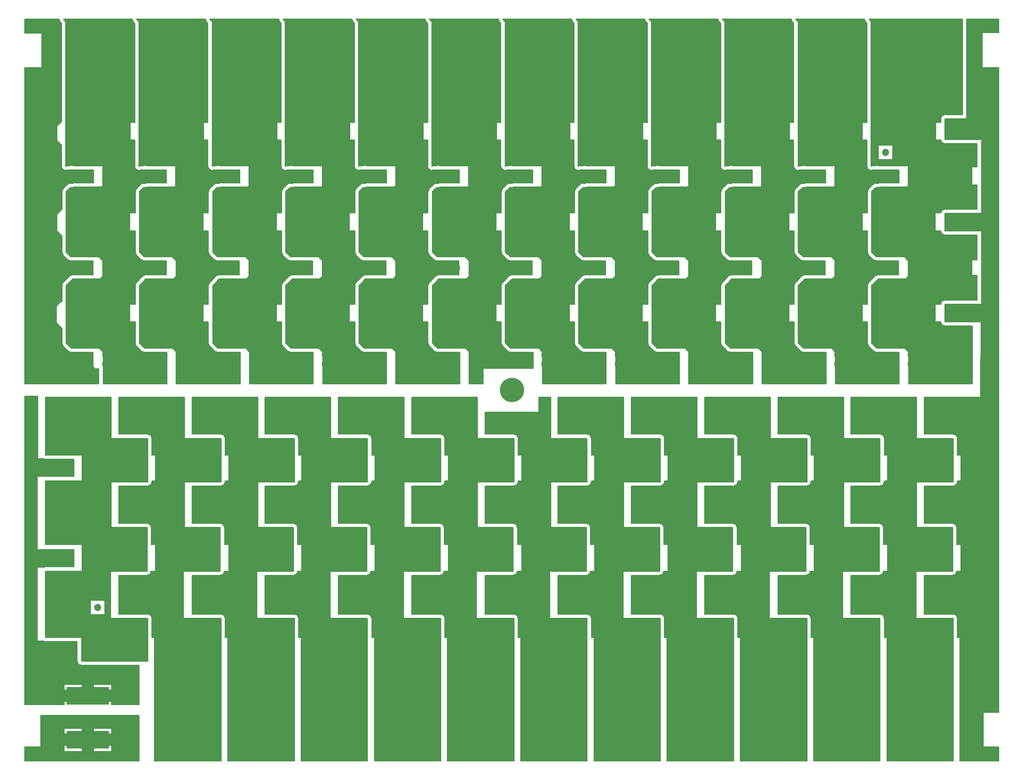
<source format=gtl>
G04 Layer_Physical_Order=1*
G04 Layer_Color=255*
%FSLAX24Y24*%
%MOIN*%
G70*
G01*
G75*
%ADD10C,0.0079*%
G04:AMPARAMS|DCode=11|XSize=100mil|YSize=46.5mil|CornerRadius=11.6mil|HoleSize=0mil|Usage=FLASHONLY|Rotation=180.000|XOffset=0mil|YOffset=0mil|HoleType=Round|Shape=RoundedRectangle|*
%AMROUNDEDRECTD11*
21,1,0.1000,0.0232,0,0,180.0*
21,1,0.0768,0.0465,0,0,180.0*
1,1,0.0232,-0.0384,0.0116*
1,1,0.0232,0.0384,0.0116*
1,1,0.0232,0.0384,-0.0116*
1,1,0.0232,-0.0384,-0.0116*
%
%ADD11ROUNDEDRECTD11*%
G04:AMPARAMS|DCode=12|XSize=20.5mil|YSize=35.4mil|CornerRadius=5.1mil|HoleSize=0mil|Usage=FLASHONLY|Rotation=180.000|XOffset=0mil|YOffset=0mil|HoleType=Round|Shape=RoundedRectangle|*
%AMROUNDEDRECTD12*
21,1,0.0205,0.0252,0,0,180.0*
21,1,0.0102,0.0354,0,0,180.0*
1,1,0.0102,-0.0051,0.0126*
1,1,0.0102,0.0051,0.0126*
1,1,0.0102,0.0051,-0.0126*
1,1,0.0102,-0.0051,-0.0126*
%
%ADD12ROUNDEDRECTD12*%
%ADD13R,0.2756X0.1181*%
%ADD14C,0.0472*%
%ADD15C,0.0787*%
%ADD16C,0.1575*%
%ADD17C,0.0315*%
D10*
X23817Y50000D02*
G03*
X23742Y50010I-75J-278D01*
G01*
X23640D02*
G03*
X23565Y50000I0J-287D01*
G01*
X28868Y39469D02*
G03*
X28593Y39744I-276J0D01*
G01*
X28868Y39469D02*
G03*
X28593Y39744I-276J0D01*
G01*
X28543Y42244D02*
G03*
X28819Y42520I0J276D01*
G01*
X28543Y42244D02*
G03*
X28819Y42520I0J276D01*
G01*
Y45325D02*
G03*
X28543Y45600I-276J0D01*
G01*
X28819Y45325D02*
G03*
X28543Y45600I-276J0D01*
G01*
X28593Y48012D02*
G03*
X28868Y48287I0J276D01*
G01*
Y51083D02*
G03*
X28593Y51358I-276J0D01*
G01*
Y48012D02*
G03*
X28868Y48287I0J276D01*
G01*
Y51083D02*
G03*
X28593Y51358I-276J0D01*
G01*
X33593Y39469D02*
G03*
X33317Y39744I-276J0D01*
G01*
X33593Y39469D02*
G03*
X33317Y39744I-276J0D01*
G01*
X33268Y42244D02*
G03*
X33543Y42520I0J276D01*
G01*
X33268Y42244D02*
G03*
X33543Y42520I0J276D01*
G01*
Y45325D02*
G03*
X33268Y45600I-276J0D01*
G01*
X33543Y45325D02*
G03*
X33268Y45600I-276J0D01*
G01*
X33317Y48012D02*
G03*
X33593Y48287I0J276D01*
G01*
Y51083D02*
G03*
X33317Y51358I-276J0D01*
G01*
Y48012D02*
G03*
X33593Y48287I0J276D01*
G01*
Y51083D02*
G03*
X33317Y51358I-276J0D01*
G01*
X38317Y39469D02*
G03*
X38041Y39744I-276J0D01*
G01*
X38317Y39469D02*
G03*
X38041Y39744I-276J0D01*
G01*
X37992Y42244D02*
G03*
X38268Y42520I0J276D01*
G01*
X37992Y42244D02*
G03*
X38268Y42520I0J276D01*
G01*
Y45325D02*
G03*
X37992Y45600I-276J0D01*
G01*
X38268Y45325D02*
G03*
X37992Y45600I-276J0D01*
G01*
X38041Y48012D02*
G03*
X38317Y48287I0J276D01*
G01*
Y51083D02*
G03*
X38041Y51358I-276J0D01*
G01*
Y48012D02*
G03*
X38317Y48287I0J276D01*
G01*
Y51083D02*
G03*
X38041Y51358I-276J0D01*
G01*
X43041Y39469D02*
G03*
X42766Y39744I-276J0D01*
G01*
X43041Y39469D02*
G03*
X42766Y39744I-276J0D01*
G01*
X42717Y42244D02*
G03*
X42992Y42520I0J276D01*
G01*
X42717Y42244D02*
G03*
X42992Y42520I0J276D01*
G01*
Y45325D02*
G03*
X42717Y45600I-276J0D01*
G01*
X42992Y45325D02*
G03*
X42717Y45600I-276J0D01*
G01*
X42766Y48012D02*
G03*
X43041Y48287I0J276D01*
G01*
Y51083D02*
G03*
X42766Y51358I-276J0D01*
G01*
Y48012D02*
G03*
X43041Y48287I0J276D01*
G01*
Y51083D02*
G03*
X42766Y51358I-276J0D01*
G01*
X47766Y39469D02*
G03*
X47490Y39744I-276J0D01*
G01*
X47766Y39469D02*
G03*
X47490Y39744I-276J0D01*
G01*
X47441Y42244D02*
G03*
X47717Y42520I0J276D01*
G01*
X47441Y42244D02*
G03*
X47717Y42520I0J276D01*
G01*
Y45325D02*
G03*
X47441Y45600I-276J0D01*
G01*
X47717Y45325D02*
G03*
X47441Y45600I-276J0D01*
G01*
X47490Y48012D02*
G03*
X47766Y48287I0J276D01*
G01*
Y51083D02*
G03*
X47490Y51358I-276J0D01*
G01*
Y48012D02*
G03*
X47766Y48287I0J276D01*
G01*
Y51083D02*
G03*
X47490Y51358I-276J0D01*
G01*
X52490Y39469D02*
G03*
X52215Y39744I-276J0D01*
G01*
X52490Y39469D02*
G03*
X52215Y39744I-276J0D01*
G01*
X52441Y45325D02*
G03*
X52165Y45600I-276J0D01*
G01*
Y42244D02*
G03*
X52441Y42520I0J276D01*
G01*
Y45325D02*
G03*
X52165Y45600I-276J0D01*
G01*
Y42244D02*
G03*
X52441Y42520I0J276D01*
G01*
X52215Y48012D02*
G03*
X52490Y48287I0J276D01*
G01*
X52215Y48012D02*
G03*
X52490Y48287I0J276D01*
G01*
Y51083D02*
G03*
X52215Y51358I-276J0D01*
G01*
X52490Y51083D02*
G03*
X52215Y51358I-276J0D01*
G01*
X57215Y39469D02*
G03*
X56939Y39744I-276J0D01*
G01*
X57215Y39469D02*
G03*
X56939Y39744I-276J0D01*
G01*
X56890Y42244D02*
G03*
X57165Y42520I0J276D01*
G01*
X56890Y42244D02*
G03*
X57165Y42520I0J276D01*
G01*
Y45325D02*
G03*
X56890Y45600I-276J0D01*
G01*
X57165Y45325D02*
G03*
X56890Y45600I-276J0D01*
G01*
X56939Y48012D02*
G03*
X57215Y48287I0J276D01*
G01*
Y51083D02*
G03*
X56939Y51358I-276J0D01*
G01*
Y48012D02*
G03*
X57215Y48287I0J276D01*
G01*
Y51083D02*
G03*
X56939Y51358I-276J0D01*
G01*
X61939Y39469D02*
G03*
X61663Y39744I-276J0D01*
G01*
X61939Y39469D02*
G03*
X61663Y39744I-276J0D01*
G01*
X61614Y42244D02*
G03*
X61890Y42520I0J276D01*
G01*
X61614Y42244D02*
G03*
X61890Y42520I0J276D01*
G01*
Y45325D02*
G03*
X61614Y45600I-276J0D01*
G01*
X61890Y45325D02*
G03*
X61614Y45600I-276J0D01*
G01*
X61663Y48012D02*
G03*
X61939Y48287I0J276D01*
G01*
Y51083D02*
G03*
X61663Y51358I-276J0D01*
G01*
Y48012D02*
G03*
X61939Y48287I0J276D01*
G01*
Y51083D02*
G03*
X61663Y51358I-276J0D01*
G01*
X66663Y39469D02*
G03*
X66388Y39744I-276J0D01*
G01*
X66663Y39469D02*
G03*
X66388Y39744I-276J0D01*
G01*
X66339Y42244D02*
G03*
X66614Y42520I0J276D01*
G01*
X66339Y42244D02*
G03*
X66614Y42520I0J276D01*
G01*
Y45325D02*
G03*
X66339Y45600I-276J0D01*
G01*
X66614Y45325D02*
G03*
X66339Y45600I-276J0D01*
G01*
X66388Y48012D02*
G03*
X66663Y48287I0J276D01*
G01*
X66388Y48012D02*
G03*
X66663Y48287I0J276D01*
G01*
Y51083D02*
G03*
X66388Y51358I-276J0D01*
G01*
X66663Y51083D02*
G03*
X66388Y51358I-276J0D01*
G01*
X71388Y39469D02*
G03*
X71112Y39744I-276J0D01*
G01*
X71388Y39469D02*
G03*
X71112Y39744I-276J0D01*
G01*
X71063Y42244D02*
G03*
X71339Y42520I0J276D01*
G01*
X71063Y42244D02*
G03*
X71339Y42520I0J276D01*
G01*
Y45325D02*
G03*
X71063Y45600I-276J0D01*
G01*
X71339Y45325D02*
G03*
X71063Y45600I-276J0D01*
G01*
X71112Y48012D02*
G03*
X71388Y48287I0J276D01*
G01*
Y51083D02*
G03*
X71112Y51358I-276J0D01*
G01*
Y48012D02*
G03*
X71388Y48287I0J276D01*
G01*
Y51083D02*
G03*
X71112Y51358I-276J0D01*
G01*
X76112Y39469D02*
G03*
X75837Y39744I-276J0D01*
G01*
X76112Y39469D02*
G03*
X75837Y39744I-276J0D01*
G01*
X75787Y42244D02*
G03*
X76063Y42520I0J276D01*
G01*
X75787Y42244D02*
G03*
X76063Y42520I0J276D01*
G01*
Y45325D02*
G03*
X75787Y45600I-276J0D01*
G01*
X76063Y45325D02*
G03*
X75787Y45600I-276J0D01*
G01*
X75837Y48012D02*
G03*
X76112Y48287I0J276D01*
G01*
X75837Y48012D02*
G03*
X76112Y48287I0J276D01*
G01*
Y51083D02*
G03*
X75837Y51358I-276J0D01*
G01*
X76112Y51083D02*
G03*
X75837Y51358I-276J0D01*
G01*
X80837Y39469D02*
G03*
X80561Y39744I-276J0D01*
G01*
X80837Y39469D02*
G03*
X80561Y39744I-276J0D01*
G01*
X80512Y42244D02*
G03*
X80787Y42520I0J276D01*
G01*
X80512Y42244D02*
G03*
X80787Y42520I0J276D01*
G01*
Y45325D02*
G03*
X80512Y45600I-276J0D01*
G01*
X80787Y45325D02*
G03*
X80512Y45600I-276J0D01*
G01*
X80837Y51083D02*
G03*
X80561Y51358I-276J0D01*
G01*
Y48012D02*
G03*
X80837Y48287I0J276D01*
G01*
X80561Y48012D02*
G03*
X80837Y48287I0J276D01*
G01*
Y51083D02*
G03*
X80561Y51358I-276J0D01*
G01*
X75709Y61368D02*
G03*
X75775Y61378I-8J287D01*
G01*
X75701Y67274D02*
G03*
X75805Y67293I0J287D01*
G01*
X75775Y68681D02*
G03*
X75701Y68691I-75J-278D01*
G01*
X75598D02*
G03*
X75524Y68681I0J-287D01*
G01*
X79744Y58602D02*
G03*
X80020Y58327I276J0D01*
G01*
X79744Y58602D02*
G03*
X80020Y58327I276J0D01*
G01*
Y60020D02*
G03*
X79744Y59744I0J-276D01*
G01*
X80020Y60020D02*
G03*
X79744Y59744I0J-276D01*
G01*
Y64478D02*
G03*
X80020Y64203I276J0D01*
G01*
X79744Y64478D02*
G03*
X80020Y64203I276J0D01*
G01*
Y65876D02*
G03*
X79747Y65640I0J-276D01*
G01*
X80020Y65876D02*
G03*
X79747Y65640I0J-276D01*
G01*
X79747Y70335D02*
G03*
X80020Y70098I273J40D01*
G01*
X79747Y70335D02*
G03*
X80020Y70098I273J40D01*
G01*
Y71978D02*
G03*
X79744Y71703I0J-276D01*
G01*
X80020Y71978D02*
G03*
X79744Y71703I0J-276D01*
G01*
X70984Y61368D02*
G03*
X71051Y61378I-8J287D01*
G01*
X70874Y68691D02*
G03*
X70799Y68681I0J-287D01*
G01*
X71051D02*
G03*
X70976Y68691I-75J-278D01*
G01*
Y67274D02*
G03*
X71081Y67293I0J287D01*
G01*
X75020Y57224D02*
G03*
X75100Y57030I276J0D01*
G01*
X75020Y57224D02*
G03*
X75100Y57030I276J0D01*
G01*
Y61150D02*
G03*
X75020Y60955I195J-195D01*
G01*
X75100Y61150D02*
G03*
X75020Y60955I195J-195D01*
G01*
X75415Y56715D02*
G03*
X75610Y56634I195J195D01*
G01*
X75415Y56715D02*
G03*
X75610Y56634I195J195D01*
G01*
X75701Y61644D02*
G03*
X75514Y61563I8J-275D01*
G01*
X75701Y61644D02*
G03*
X75514Y61563I8J-275D01*
G01*
X75775Y61654D02*
G03*
X75704Y61644I0J-276D01*
G01*
X75775Y61654D02*
G03*
X75704Y61644I0J-276D01*
G01*
X75020Y63110D02*
G03*
X75100Y62915I276J0D01*
G01*
X75020Y63110D02*
G03*
X75100Y62915I276J0D01*
G01*
Y67193D02*
G03*
X75020Y66998I195J-195D01*
G01*
X75100Y67193D02*
G03*
X75020Y66998I195J-195D01*
G01*
X74833Y78130D02*
G03*
X74913Y77935I276J0D01*
G01*
X74833Y78130D02*
G03*
X74913Y77935I276J0D01*
G01*
X75598Y67549D02*
G03*
X75377Y67470I-26J-274D01*
G01*
X75406Y62610D02*
G03*
X75600Y62530I195J195D01*
G01*
X75406Y62610D02*
G03*
X75600Y62530I195J195D01*
G01*
X75805Y67569D02*
G03*
X75705Y67550I0J-276D01*
G01*
X75805Y67569D02*
G03*
X75705Y67550I0J-276D01*
G01*
X75524Y68406D02*
G03*
X75596Y68415I0J276D01*
G01*
X75524Y68406D02*
G03*
X75595Y68415I0J276D01*
G01*
X74990Y68652D02*
G03*
X75390Y68406I276J0D01*
G01*
X74990Y68652D02*
G03*
X75390Y68406I276J0D01*
G01*
X75704Y68415D02*
G03*
X75775Y68406I72J266D01*
G01*
X75704Y68415D02*
G03*
X75775Y68406I72J266D01*
G01*
X66260Y61368D02*
G03*
X66327Y61378I-8J287D01*
G01*
X66150Y68691D02*
G03*
X66075Y68681I0J-287D01*
G01*
X66327D02*
G03*
X66252Y68691I-75J-278D01*
G01*
Y67274D02*
G03*
X66357Y67293I0J287D01*
G01*
X70295Y57224D02*
G03*
X70376Y57030I276J0D01*
G01*
X70295Y57224D02*
G03*
X70376Y57030I276J0D01*
G01*
Y61150D02*
G03*
X70295Y60955I195J-195D01*
G01*
X70376Y61150D02*
G03*
X70295Y60955I195J-195D01*
G01*
X70691Y56715D02*
G03*
X70886Y56634I195J195D01*
G01*
X70691Y56715D02*
G03*
X70886Y56634I195J195D01*
G01*
X70977Y61644D02*
G03*
X70789Y61563I8J-275D01*
G01*
X70977Y61644D02*
G03*
X70789Y61563I8J-275D01*
G01*
X71051Y61654D02*
G03*
X70979Y61644I0J-276D01*
G01*
X71051Y61654D02*
G03*
X70979Y61644I0J-276D01*
G01*
X70295Y63110D02*
G03*
X70376Y62915I276J0D01*
G01*
X70295Y63110D02*
G03*
X70376Y62915I276J0D01*
G01*
Y67193D02*
G03*
X70295Y66998I195J-195D01*
G01*
X70376Y67193D02*
G03*
X70295Y66998I195J-195D01*
G01*
X70108Y78130D02*
G03*
X70189Y77935I276J0D01*
G01*
X70108Y78130D02*
G03*
X70189Y77935I276J0D01*
G01*
X70873Y67549D02*
G03*
X70653Y67470I-26J-274D01*
G01*
X70681Y62610D02*
G03*
X70876Y62530I195J195D01*
G01*
X70681Y62610D02*
G03*
X70876Y62530I195J195D01*
G01*
X71081Y67569D02*
G03*
X70981Y67550I0J-276D01*
G01*
X71081Y67569D02*
G03*
X70981Y67550I0J-276D01*
G01*
X70799Y68406D02*
G03*
X70871Y68415I0J276D01*
G01*
X70799Y68406D02*
G03*
X70871Y68415I0J276D01*
G01*
X70266Y68652D02*
G03*
X70665Y68406I276J0D01*
G01*
X70266Y68652D02*
G03*
X70665Y68406I276J0D01*
G01*
X70979Y68415D02*
G03*
X71051Y68406I72J266D01*
G01*
X70979Y68415D02*
G03*
X71051Y68406I72J266D01*
G01*
X61536Y61368D02*
G03*
X61602Y61378I-8J287D01*
G01*
X61425Y68691D02*
G03*
X61351Y68681I0J-287D01*
G01*
X61602D02*
G03*
X61528Y68691I-75J-278D01*
G01*
Y67274D02*
G03*
X61632Y67293I0J287D01*
G01*
X65571Y57224D02*
G03*
X65652Y57030I276J0D01*
G01*
X65571Y57224D02*
G03*
X65652Y57030I276J0D01*
G01*
Y61150D02*
G03*
X65571Y60955I195J-195D01*
G01*
X65652Y61150D02*
G03*
X65571Y60955I195J-195D01*
G01*
X65967Y56715D02*
G03*
X66161Y56634I195J195D01*
G01*
X65967Y56715D02*
G03*
X66161Y56634I195J195D01*
G01*
X66252Y61644D02*
G03*
X66065Y61563I8J-275D01*
G01*
X66252Y61644D02*
G03*
X66065Y61563I8J-275D01*
G01*
X66327Y61654D02*
G03*
X66255Y61644I0J-276D01*
G01*
X66327Y61654D02*
G03*
X66255Y61644I0J-276D01*
G01*
X65571Y63110D02*
G03*
X65652Y62915I276J0D01*
G01*
X65571Y63110D02*
G03*
X65652Y62915I276J0D01*
G01*
Y67193D02*
G03*
X65571Y66998I195J-195D01*
G01*
X65652Y67193D02*
G03*
X65571Y66998I195J-195D01*
G01*
X65384Y78130D02*
G03*
X65465Y77935I276J0D01*
G01*
X65384Y78130D02*
G03*
X65465Y77935I276J0D01*
G01*
X66149Y67549D02*
G03*
X65928Y67470I-26J-274D01*
G01*
X65957Y62610D02*
G03*
X66152Y62530I195J195D01*
G01*
X65957Y62610D02*
G03*
X66152Y62530I195J195D01*
G01*
X66357Y67569D02*
G03*
X66256Y67550I0J-276D01*
G01*
X66357Y67569D02*
G03*
X66256Y67550I0J-276D01*
G01*
X66075Y68406D02*
G03*
X66147Y68415I0J276D01*
G01*
X66075Y68406D02*
G03*
X66147Y68415I0J276D01*
G01*
X65541Y68652D02*
G03*
X65941Y68406I276J0D01*
G01*
X65541Y68652D02*
G03*
X65941Y68406I276J0D01*
G01*
X66255Y68415D02*
G03*
X66327Y68406I72J266D01*
G01*
X66255Y68415D02*
G03*
X66327Y68406I72J266D01*
G01*
X56811Y61368D02*
G03*
X56878Y61378I-8J287D01*
G01*
X56701Y68691D02*
G03*
X56626Y68681I0J-287D01*
G01*
X56878D02*
G03*
X56803Y68691I-75J-278D01*
G01*
Y67274D02*
G03*
X56908Y67293I0J287D01*
G01*
X60846Y57224D02*
G03*
X60927Y57030I276J0D01*
G01*
X60846Y57224D02*
G03*
X60927Y57030I276J0D01*
G01*
Y61150D02*
G03*
X60846Y60955I195J-195D01*
G01*
X60927Y61150D02*
G03*
X60846Y60955I195J-195D01*
G01*
X61242Y56715D02*
G03*
X61437Y56634I195J195D01*
G01*
X61242Y56715D02*
G03*
X61437Y56634I195J195D01*
G01*
X61528Y61644D02*
G03*
X61341Y61563I8J-275D01*
G01*
X61528Y61644D02*
G03*
X61341Y61563I8J-275D01*
G01*
X61602Y61654D02*
G03*
X61530Y61644I0J-276D01*
G01*
X61602Y61654D02*
G03*
X61531Y61644I0J-276D01*
G01*
X60846Y63110D02*
G03*
X60927Y62915I276J0D01*
G01*
X60846Y63110D02*
G03*
X60927Y62915I276J0D01*
G01*
Y67193D02*
G03*
X60846Y66998I195J-195D01*
G01*
X60927Y67193D02*
G03*
X60846Y66998I195J-195D01*
G01*
X60659Y78130D02*
G03*
X60740Y77935I276J0D01*
G01*
X60659Y78130D02*
G03*
X60740Y77935I276J0D01*
G01*
X61425Y67549D02*
G03*
X61204Y67470I-26J-274D01*
G01*
X61232Y62610D02*
G03*
X61427Y62530I195J195D01*
G01*
X61232Y62610D02*
G03*
X61427Y62530I195J195D01*
G01*
X61632Y67569D02*
G03*
X61532Y67550I0J-276D01*
G01*
X61632Y67569D02*
G03*
X61532Y67550I0J-276D01*
G01*
X61351Y68406D02*
G03*
X61422Y68415I0J276D01*
G01*
X61351Y68406D02*
G03*
X61422Y68415I0J276D01*
G01*
X60817Y68652D02*
G03*
X61217Y68406I276J0D01*
G01*
X60817Y68652D02*
G03*
X61217Y68406I276J0D01*
G01*
X61531Y68415D02*
G03*
X61602Y68406I72J266D01*
G01*
X61530Y68415D02*
G03*
X61602Y68406I72J266D01*
G01*
X52087Y61368D02*
G03*
X52153Y61378I-8J287D01*
G01*
X51976Y68691D02*
G03*
X51902Y68681I0J-287D01*
G01*
X52153D02*
G03*
X52079Y68691I-75J-278D01*
G01*
Y67274D02*
G03*
X52183Y67293I0J287D01*
G01*
X56122Y57224D02*
G03*
X56203Y57030I276J0D01*
G01*
X56122Y57224D02*
G03*
X56203Y57030I276J0D01*
G01*
Y61150D02*
G03*
X56122Y60955I195J-195D01*
G01*
X56203Y61150D02*
G03*
X56122Y60955I195J-195D01*
G01*
X56518Y56715D02*
G03*
X56713Y56634I195J195D01*
G01*
X56518Y56715D02*
G03*
X56713Y56634I195J195D01*
G01*
X56803Y61644D02*
G03*
X56616Y61563I8J-275D01*
G01*
X56804Y61644D02*
G03*
X56616Y61563I8J-275D01*
G01*
X56878Y61654D02*
G03*
X56806Y61644I0J-276D01*
G01*
X56878Y61654D02*
G03*
X56806Y61644I0J-276D01*
G01*
X56122Y63110D02*
G03*
X56203Y62915I276J0D01*
G01*
X56122Y63110D02*
G03*
X56203Y62915I276J0D01*
G01*
Y67193D02*
G03*
X56122Y66998I195J-195D01*
G01*
X56203Y67193D02*
G03*
X56122Y66998I195J-195D01*
G01*
X55935Y78130D02*
G03*
X56016Y77935I276J0D01*
G01*
X55935Y78130D02*
G03*
X56016Y77935I276J0D01*
G01*
X56700Y67549D02*
G03*
X56480Y67470I-26J-274D01*
G01*
X56508Y62610D02*
G03*
X56703Y62530I195J195D01*
G01*
X56508Y62610D02*
G03*
X56703Y62530I195J195D01*
G01*
X56908Y67569D02*
G03*
X56807Y67550I0J-276D01*
G01*
X56908Y67569D02*
G03*
X56807Y67550I0J-276D01*
G01*
X56626Y68406D02*
G03*
X56698Y68415I0J276D01*
G01*
X56626Y68406D02*
G03*
X56698Y68415I0J276D01*
G01*
X56093Y68652D02*
G03*
X56492Y68406I276J0D01*
G01*
X56093Y68652D02*
G03*
X56492Y68406I276J0D01*
G01*
X56806Y68415D02*
G03*
X56878Y68406I72J266D01*
G01*
X56806Y68415D02*
G03*
X56878Y68406I72J266D01*
G01*
X47362Y61368D02*
G03*
X47429Y61378I-8J287D01*
G01*
X47252Y68691D02*
G03*
X47177Y68681I0J-287D01*
G01*
X47429D02*
G03*
X47354Y68691I-75J-278D01*
G01*
Y67274D02*
G03*
X47459Y67293I0J287D01*
G01*
X51478Y61150D02*
G03*
X51398Y60955I195J-195D01*
G01*
Y57224D02*
G03*
X51478Y57030I276J0D01*
G01*
X51398Y57224D02*
G03*
X51478Y57030I276J0D01*
G01*
Y61150D02*
G03*
X51398Y60955I195J-195D01*
G01*
X51793Y56715D02*
G03*
X51988Y56634I195J195D01*
G01*
X51793Y56715D02*
G03*
X51988Y56634I195J195D01*
G01*
X52079Y61644D02*
G03*
X51892Y61563I8J-275D01*
G01*
X52079Y61644D02*
G03*
X51892Y61563I8J-275D01*
G01*
X52153Y61654D02*
G03*
X52082Y61644I0J-276D01*
G01*
X52153Y61654D02*
G03*
X52082Y61644I0J-276D01*
G01*
X51398Y63110D02*
G03*
X51478Y62915I276J0D01*
G01*
X51398Y63110D02*
G03*
X51478Y62915I276J0D01*
G01*
Y67193D02*
G03*
X51398Y66998I195J-195D01*
G01*
X51478Y67193D02*
G03*
X51398Y66998I195J-195D01*
G01*
X51211Y78130D02*
G03*
X51291Y77935I276J0D01*
G01*
X51211Y78130D02*
G03*
X51291Y77935I276J0D01*
G01*
X51976Y67549D02*
G03*
X51755Y67470I-26J-274D01*
G01*
X51783Y62610D02*
G03*
X51978Y62530I195J195D01*
G01*
X51783Y62610D02*
G03*
X51978Y62530I195J195D01*
G01*
X52183Y67569D02*
G03*
X52083Y67550I0J-276D01*
G01*
X52183Y67569D02*
G03*
X52083Y67550I0J-276D01*
G01*
X51902Y68406D02*
G03*
X51973Y68415I0J276D01*
G01*
X51902Y68406D02*
G03*
X51973Y68415I0J276D01*
G01*
X51368Y68652D02*
G03*
X51768Y68406I276J0D01*
G01*
X51368Y68652D02*
G03*
X51768Y68406I276J0D01*
G01*
X52082Y68415D02*
G03*
X52153Y68406I72J266D01*
G01*
X52082Y68415D02*
G03*
X52153Y68406I72J266D01*
G01*
X42638Y61368D02*
G03*
X42704Y61378I-8J287D01*
G01*
X42528Y68691D02*
G03*
X42453Y68681I0J-287D01*
G01*
X42704D02*
G03*
X42630Y68691I-75J-278D01*
G01*
Y67274D02*
G03*
X42734Y67293I0J287D01*
G01*
X46673Y57224D02*
G03*
X46754Y57030I276J0D01*
G01*
X46673Y57224D02*
G03*
X46754Y57030I276J0D01*
G01*
Y61150D02*
G03*
X46673Y60955I195J-195D01*
G01*
X46754Y61150D02*
G03*
X46673Y60955I195J-195D01*
G01*
X47069Y56715D02*
G03*
X47264Y56634I195J195D01*
G01*
X47069Y56715D02*
G03*
X47264Y56634I195J195D01*
G01*
X47355Y61644D02*
G03*
X47167Y61563I8J-275D01*
G01*
X47355Y61644D02*
G03*
X47167Y61563I8J-275D01*
G01*
X47429Y61654D02*
G03*
X47357Y61644I0J-276D01*
G01*
X47429Y61654D02*
G03*
X47357Y61644I0J-276D01*
G01*
X46673Y63110D02*
G03*
X46754Y62915I276J0D01*
G01*
X46673Y63110D02*
G03*
X46754Y62915I276J0D01*
G01*
Y67193D02*
G03*
X46673Y66998I195J-195D01*
G01*
X46754Y67193D02*
G03*
X46673Y66998I195J-195D01*
G01*
X46486Y78130D02*
G03*
X46567Y77935I276J0D01*
G01*
X46486Y78130D02*
G03*
X46567Y77935I276J0D01*
G01*
X47251Y67549D02*
G03*
X47031Y67470I-26J-274D01*
G01*
X47059Y62610D02*
G03*
X47254Y62530I195J195D01*
G01*
X47059Y62610D02*
G03*
X47254Y62530I195J195D01*
G01*
X47459Y67569D02*
G03*
X47359Y67550I0J-276D01*
G01*
X47459Y67569D02*
G03*
X47359Y67550I0J-276D01*
G01*
X47177Y68406D02*
G03*
X47249Y68415I0J276D01*
G01*
X47177Y68406D02*
G03*
X47249Y68415I0J276D01*
G01*
X46644Y68652D02*
G03*
X47043Y68406I276J0D01*
G01*
X46644Y68652D02*
G03*
X47043Y68406I276J0D01*
G01*
X47357Y68415D02*
G03*
X47429Y68406I72J266D01*
G01*
X47357Y68415D02*
G03*
X47429Y68406I72J266D01*
G01*
X37913Y61368D02*
G03*
X37980Y61378I-8J287D01*
G01*
X37803Y68691D02*
G03*
X37729Y68681I0J-287D01*
G01*
X37980D02*
G03*
X37906Y68691I-75J-278D01*
G01*
Y67274D02*
G03*
X38010Y67293I0J287D01*
G01*
X41949Y57224D02*
G03*
X42030Y57030I276J0D01*
G01*
X41949Y57224D02*
G03*
X42030Y57030I276J0D01*
G01*
Y61150D02*
G03*
X41949Y60955I195J-195D01*
G01*
X42030Y61150D02*
G03*
X41949Y60955I195J-195D01*
G01*
X42344Y56715D02*
G03*
X42539Y56634I195J195D01*
G01*
X42344Y56715D02*
G03*
X42539Y56634I195J195D01*
G01*
X42630Y61644D02*
G03*
X42443Y61563I8J-275D01*
G01*
X42630Y61644D02*
G03*
X42443Y61563I8J-275D01*
G01*
X42704Y61654D02*
G03*
X42633Y61644I0J-276D01*
G01*
X42704Y61654D02*
G03*
X42633Y61644I0J-276D01*
G01*
X41949Y63110D02*
G03*
X42030Y62915I276J0D01*
G01*
X41949Y63110D02*
G03*
X42030Y62915I276J0D01*
G01*
Y67193D02*
G03*
X41949Y66998I195J-195D01*
G01*
X42030Y67193D02*
G03*
X41949Y66998I195J-195D01*
G01*
X41762Y78130D02*
G03*
X41843Y77935I276J0D01*
G01*
X41762Y78130D02*
G03*
X41843Y77935I276J0D01*
G01*
X42527Y67549D02*
G03*
X42306Y67470I-26J-274D01*
G01*
X42335Y62610D02*
G03*
X42530Y62530I195J195D01*
G01*
X42335Y62610D02*
G03*
X42530Y62530I195J195D01*
G01*
X42734Y67569D02*
G03*
X42634Y67550I0J-276D01*
G01*
X42734Y67569D02*
G03*
X42634Y67550I0J-276D01*
G01*
X42453Y68406D02*
G03*
X42525Y68415I0J276D01*
G01*
X42453Y68406D02*
G03*
X42524Y68415I0J276D01*
G01*
X41919Y68652D02*
G03*
X42319Y68406I276J0D01*
G01*
X41919Y68652D02*
G03*
X42319Y68406I276J0D01*
G01*
X42633Y68415D02*
G03*
X42704Y68406I72J266D01*
G01*
X42633Y68415D02*
G03*
X42704Y68406I72J266D01*
G01*
X33189Y61368D02*
G03*
X33256Y61378I-8J287D01*
G01*
X33079Y68691D02*
G03*
X33004Y68681I0J-287D01*
G01*
X33256D02*
G03*
X33181Y68691I-75J-278D01*
G01*
Y67274D02*
G03*
X33286Y67293I0J287D01*
G01*
X37224Y57224D02*
G03*
X37305Y57030I276J0D01*
G01*
X37224Y57224D02*
G03*
X37305Y57030I276J0D01*
G01*
Y61150D02*
G03*
X37224Y60955I195J-195D01*
G01*
X37305Y61150D02*
G03*
X37224Y60955I195J-195D01*
G01*
X37620Y56715D02*
G03*
X37815Y56634I195J195D01*
G01*
X37620Y56715D02*
G03*
X37815Y56634I195J195D01*
G01*
X37906Y61644D02*
G03*
X37719Y61563I8J-275D01*
G01*
X37906Y61644D02*
G03*
X37719Y61563I8J-275D01*
G01*
X37980Y61654D02*
G03*
X37908Y61644I0J-276D01*
G01*
X37980Y61654D02*
G03*
X37909Y61644I0J-276D01*
G01*
X37224Y63110D02*
G03*
X37305Y62915I276J0D01*
G01*
X37224Y63110D02*
G03*
X37305Y62915I276J0D01*
G01*
Y67193D02*
G03*
X37224Y66998I195J-195D01*
G01*
X37305Y67193D02*
G03*
X37224Y66998I195J-195D01*
G01*
X37037Y78130D02*
G03*
X37118Y77935I276J0D01*
G01*
X37037Y78130D02*
G03*
X37118Y77935I276J0D01*
G01*
X37803Y67549D02*
G03*
X37582Y67470I-26J-274D01*
G01*
X37610Y62610D02*
G03*
X37805Y62530I195J195D01*
G01*
X37610Y62610D02*
G03*
X37805Y62530I195J195D01*
G01*
X38010Y67569D02*
G03*
X37910Y67550I0J-276D01*
G01*
X38010Y67569D02*
G03*
X37910Y67550I0J-276D01*
G01*
X37729Y68406D02*
G03*
X37800Y68415I0J276D01*
G01*
X37729Y68406D02*
G03*
X37800Y68415I0J276D01*
G01*
X37195Y68652D02*
G03*
X37595Y68406I276J0D01*
G01*
X37195Y68652D02*
G03*
X37595Y68406I276J0D01*
G01*
X37909Y68415D02*
G03*
X37980Y68406I72J266D01*
G01*
X37908Y68415D02*
G03*
X37980Y68406I72J266D01*
G01*
X28465Y61368D02*
G03*
X28531Y61378I-8J287D01*
G01*
X28354Y68691D02*
G03*
X28280Y68681I0J-287D01*
G01*
X28531D02*
G03*
X28457Y68691I-75J-278D01*
G01*
Y67274D02*
G03*
X28561Y67293I0J287D01*
G01*
X32500Y57224D02*
G03*
X32581Y57030I276J0D01*
G01*
X32500Y57224D02*
G03*
X32581Y57030I276J0D01*
G01*
Y61150D02*
G03*
X32500Y60955I195J-195D01*
G01*
X32581Y61150D02*
G03*
X32500Y60955I195J-195D01*
G01*
X32896Y56715D02*
G03*
X33091Y56634I195J195D01*
G01*
X32896Y56715D02*
G03*
X33091Y56634I195J195D01*
G01*
X33181Y61644D02*
G03*
X32994Y61563I8J-275D01*
G01*
X33182Y61644D02*
G03*
X32994Y61563I8J-275D01*
G01*
X33256Y61654D02*
G03*
X33184Y61644I0J-276D01*
G01*
X33256Y61654D02*
G03*
X33184Y61644I0J-276D01*
G01*
X32500Y63110D02*
G03*
X32581Y62915I276J0D01*
G01*
X32500Y63110D02*
G03*
X32581Y62915I276J0D01*
G01*
Y67193D02*
G03*
X32500Y66998I195J-195D01*
G01*
X32581Y67193D02*
G03*
X32500Y66998I195J-195D01*
G01*
X32313Y78130D02*
G03*
X32394Y77935I276J0D01*
G01*
X32313Y78130D02*
G03*
X32394Y77935I276J0D01*
G01*
X33078Y67549D02*
G03*
X32858Y67470I-26J-274D01*
G01*
X32886Y62610D02*
G03*
X33081Y62530I195J195D01*
G01*
X32886Y62610D02*
G03*
X33081Y62530I195J195D01*
G01*
X33286Y67569D02*
G03*
X33185Y67550I0J-276D01*
G01*
X33286Y67569D02*
G03*
X33185Y67550I0J-276D01*
G01*
X33004Y68406D02*
G03*
X33076Y68415I0J276D01*
G01*
X33004Y68406D02*
G03*
X33076Y68415I0J276D01*
G01*
X32470Y68652D02*
G03*
X32870Y68406I276J0D01*
G01*
X32470Y68652D02*
G03*
X32870Y68406I276J0D01*
G01*
X33184Y68415D02*
G03*
X33256Y68406I72J266D01*
G01*
X33184Y68415D02*
G03*
X33256Y68406I72J266D01*
G01*
X23740Y61368D02*
G03*
X23807Y61378I-8J287D01*
G01*
X23630Y68691D02*
G03*
X23555Y68681I0J-287D01*
G01*
X23807D02*
G03*
X23732Y68691I-75J-278D01*
G01*
Y67274D02*
G03*
X23837Y67293I0J287D01*
G01*
X27776Y57224D02*
G03*
X27856Y57030I276J0D01*
G01*
X27776Y57224D02*
G03*
X27856Y57030I276J0D01*
G01*
Y61150D02*
G03*
X27776Y60955I195J-195D01*
G01*
X27856Y61150D02*
G03*
X27776Y60955I195J-195D01*
G01*
X28171Y56715D02*
G03*
X28366Y56634I195J195D01*
G01*
X28171Y56715D02*
G03*
X28366Y56634I195J195D01*
G01*
X28457Y61644D02*
G03*
X28270Y61563I8J-275D01*
G01*
X28457Y61644D02*
G03*
X28270Y61563I8J-275D01*
G01*
X28531Y61654D02*
G03*
X28460Y61644I0J-276D01*
G01*
X28531Y61654D02*
G03*
X28460Y61644I0J-276D01*
G01*
X27776Y63110D02*
G03*
X27856Y62915I276J0D01*
G01*
X27776Y63110D02*
G03*
X27856Y62915I276J0D01*
G01*
Y67193D02*
G03*
X27776Y66998I195J-195D01*
G01*
X27856Y67193D02*
G03*
X27776Y66998I195J-195D01*
G01*
X27589Y78130D02*
G03*
X27669Y77935I276J0D01*
G01*
X27589Y78130D02*
G03*
X27669Y77935I276J0D01*
G01*
X28354Y67549D02*
G03*
X28133Y67470I-26J-274D01*
G01*
X28161Y62610D02*
G03*
X28356Y62530I195J195D01*
G01*
X28161Y62610D02*
G03*
X28356Y62530I195J195D01*
G01*
X28561Y67569D02*
G03*
X28461Y67550I0J-276D01*
G01*
X28561Y67569D02*
G03*
X28461Y67550I0J-276D01*
G01*
X28280Y68406D02*
G03*
X28351Y68415I0J276D01*
G01*
X28280Y68406D02*
G03*
X28351Y68415I0J276D01*
G01*
X27746Y68652D02*
G03*
X28146Y68406I276J0D01*
G01*
X27746Y68652D02*
G03*
X28146Y68406I276J0D01*
G01*
X28460Y68415D02*
G03*
X28531Y68406I72J266D01*
G01*
X28460Y68415D02*
G03*
X28531Y68406I72J266D01*
G01*
X21856Y38002D02*
G03*
X21998Y37963I142J236D01*
G01*
X21856Y38002D02*
G03*
X21998Y37963I142J236D01*
G01*
Y42795D02*
G03*
X21896Y42776I0J-276D01*
G01*
X21998Y42795D02*
G03*
X21896Y42776I0J-276D01*
G01*
X21841Y49774D02*
G03*
X21998Y49724I157J226D01*
G01*
X21841Y49774D02*
G03*
X21998Y49724I157J226D01*
G01*
X24035Y36703D02*
G03*
X24311Y36427I276J0D01*
G01*
X24035Y36703D02*
G03*
X24311Y36427I276J0D01*
G01*
X23565Y49724D02*
G03*
X23637Y49734I0J276D01*
G01*
X23565Y49724D02*
G03*
X23637Y49734I0J276D01*
G01*
X23745Y49734D02*
G03*
X23817Y49724I72J266D01*
G01*
X23745Y49734D02*
G03*
X23817Y49724I72J266D01*
G01*
X23051Y57224D02*
G03*
X23132Y57030I276J0D01*
G01*
X23051Y57224D02*
G03*
X23132Y57030I276J0D01*
G01*
Y61150D02*
G03*
X23051Y60955I195J-195D01*
G01*
X23132Y61150D02*
G03*
X23051Y60955I195J-195D01*
G01*
X23447Y56715D02*
G03*
X23642Y56634I195J195D01*
G01*
X23447Y56715D02*
G03*
X23642Y56634I195J195D01*
G01*
X23733Y61644D02*
G03*
X23545Y61563I8J-275D01*
G01*
X23733Y61644D02*
G03*
X23545Y61563I8J-275D01*
G01*
X23807Y61654D02*
G03*
X23735Y61644I0J-276D01*
G01*
X23437Y62610D02*
G03*
X23632Y62530I195J195D01*
G01*
X23437Y62610D02*
G03*
X23632Y62530I195J195D01*
G01*
X23807Y61654D02*
G03*
X23735Y61644I0J-276D01*
G01*
X22865Y78150D02*
G03*
X22945Y77935I275J-20D01*
G01*
X22865Y78150D02*
G03*
X22945Y77935I275J-20D01*
G01*
X23051Y63110D02*
G03*
X23132Y62915I276J0D01*
G01*
Y67193D02*
G03*
X23051Y66998I195J-195D01*
G01*
Y63110D02*
G03*
X23132Y62915I276J0D01*
G01*
Y67193D02*
G03*
X23051Y66998I195J-195D01*
G01*
X23629Y67549D02*
G03*
X23409Y67470I-26J-274D01*
G01*
X23837Y67569D02*
G03*
X23737Y67550I0J-276D01*
G01*
X23837Y67569D02*
G03*
X23737Y67550I0J-276D01*
G01*
X23555Y68406D02*
G03*
X23627Y68415I0J276D01*
G01*
X23555Y68406D02*
G03*
X23627Y68415I0J276D01*
G01*
X23022Y68652D02*
G03*
X23421Y68406I276J0D01*
G01*
X23022Y68652D02*
G03*
X23421Y68406I276J0D01*
G01*
X23735Y68415D02*
G03*
X23807Y68406I72J266D01*
G01*
X23735Y68415D02*
G03*
X23807Y68406I72J266D01*
G01*
X22146Y38238D02*
Y42520D01*
X22205Y38238D02*
Y42520D01*
X21998Y38238D02*
Y42520D01*
X22028Y38238D02*
Y42520D01*
X21998Y38238D02*
X24311D01*
X22441D02*
Y42520D01*
X22264Y38238D02*
Y42520D01*
X22382Y38238D02*
Y42520D01*
X22323Y38238D02*
Y42520D01*
X21998Y40512D02*
X24892D01*
X21998Y40394D02*
X24892D01*
X21998Y42520D02*
X24360D01*
X21998Y40571D02*
X24892D01*
X21998Y40630D02*
X24892D01*
X21998Y40039D02*
X24892D01*
X21998Y39980D02*
X24892D01*
X21998Y40216D02*
X24892D01*
X21998Y40098D02*
X24892D01*
X21998Y40157D02*
X24892D01*
X23327Y38238D02*
Y42520D01*
X23386Y38238D02*
Y42520D01*
X23150Y38238D02*
Y42520D01*
X23268Y38238D02*
Y42520D01*
X23209Y38238D02*
Y42520D01*
X23799Y38238D02*
Y42520D01*
X23858Y38238D02*
Y42520D01*
X23504Y38238D02*
Y42520D01*
X23740Y38238D02*
Y42520D01*
X23681Y38238D02*
Y42520D01*
X22736Y38238D02*
Y42520D01*
X22795Y38238D02*
Y42520D01*
X22500Y38238D02*
Y42520D01*
X22618Y38238D02*
Y42520D01*
X22559Y38238D02*
Y42520D01*
X23031Y38238D02*
Y42520D01*
X23091Y38238D02*
Y42520D01*
X22854Y38238D02*
Y42520D01*
X22972Y38238D02*
Y42520D01*
X22913Y38238D02*
Y42520D01*
X22028Y44242D02*
Y48327D01*
X22087Y38238D02*
Y42520D01*
Y44242D02*
Y48327D01*
X22146Y44242D02*
Y48327D01*
X21998Y44242D02*
X24360D01*
X22677Y38238D02*
Y42520D01*
X22205Y44242D02*
Y48327D01*
X22323Y44242D02*
Y48327D01*
X22264Y44242D02*
Y48327D01*
X22500Y44242D02*
Y48327D01*
X22559Y44242D02*
Y48327D01*
X21998Y44242D02*
Y48327D01*
X22441Y44242D02*
Y48327D01*
X22382Y44242D02*
Y48327D01*
X22795Y44242D02*
Y48327D01*
X22854Y44242D02*
Y48327D01*
X22618Y44242D02*
Y48327D01*
X22736Y44242D02*
Y48327D01*
X22677Y44242D02*
Y48327D01*
X23150Y44242D02*
Y48327D01*
X23209Y44242D02*
Y48327D01*
X22913Y44242D02*
Y48327D01*
X23031Y44242D02*
Y48327D01*
X22972Y44242D02*
Y48327D01*
X23563Y38238D02*
Y42520D01*
X23622Y38238D02*
Y42520D01*
X23268Y44242D02*
Y48327D01*
X23445Y38238D02*
Y42520D01*
X23327Y44242D02*
Y48327D01*
X23504Y44242D02*
Y48327D01*
X23563Y44242D02*
Y48327D01*
X23091Y44242D02*
Y48327D01*
X23445Y44242D02*
Y48327D01*
X23386Y44242D02*
Y48327D01*
X23799Y44242D02*
Y48327D01*
X23858Y44242D02*
Y48327D01*
X23622Y44242D02*
Y48327D01*
X23740Y44242D02*
Y48327D01*
X23681Y44242D02*
Y48327D01*
X21998Y39803D02*
X24892D01*
X21998Y39744D02*
X24892D01*
X21998Y39921D02*
X24892D01*
X21998Y39862D02*
X24892D01*
X21998Y39508D02*
X26181D01*
X21998Y39449D02*
X28593D01*
X21998Y39685D02*
X26181D01*
X21998Y39567D02*
X26181D01*
X21998Y39626D02*
X26181D01*
X21998Y40335D02*
X24892D01*
X21998Y40276D02*
X24892D01*
X21998Y40748D02*
X26181D01*
X21998Y40453D02*
X24892D01*
X21998Y40689D02*
X26181D01*
X21998Y40866D02*
X26181D01*
X21998Y40807D02*
X26181D01*
X21998Y41043D02*
X26181D01*
X21998Y40925D02*
X26181D01*
X21998Y40984D02*
X26181D01*
X21998Y38622D02*
X28593D01*
X21998Y38563D02*
X28593D01*
X21998Y38799D02*
X28593D01*
X21998Y38681D02*
X28593D01*
X21998Y38740D02*
X28593D01*
X21998Y38327D02*
X28593D01*
X21998Y38268D02*
X28593D01*
X21998Y38504D02*
X28593D01*
X21998Y38386D02*
X28593D01*
X21998Y38445D02*
X28593D01*
X21998Y39213D02*
X28593D01*
X21998Y39153D02*
X28593D01*
X21998Y39390D02*
X28593D01*
X21998Y39272D02*
X28593D01*
X21998Y39331D02*
X28593D01*
X21998Y38917D02*
X28593D01*
X21998Y38858D02*
X28593D01*
X21998Y39094D02*
X28593D01*
X21998Y38976D02*
X28593D01*
X21998Y39035D02*
X28593D01*
X21998Y42342D02*
X26181D01*
X21998Y42283D02*
X26181D01*
X21998Y42520D02*
X26181D01*
X21998Y42401D02*
X26181D01*
X21998Y42461D02*
X26181D01*
X21998Y44350D02*
X28543D01*
X21998Y44291D02*
X28543D01*
X21998Y44527D02*
X28543D01*
X21998Y44409D02*
X28543D01*
X21998Y44468D02*
X28543D01*
X21998Y44941D02*
X28543D01*
X21998Y44882D02*
X28543D01*
X21998Y45118D02*
X28543D01*
X21998Y45000D02*
X28543D01*
X21998Y45059D02*
X28543D01*
X21998Y44646D02*
X28543D01*
X21998Y44587D02*
X28543D01*
X21998Y44823D02*
X28543D01*
X21998Y44705D02*
X28543D01*
X21998Y44764D02*
X28543D01*
X21998Y41457D02*
X26181D01*
X21998Y41398D02*
X26181D01*
X21998Y41634D02*
X26181D01*
X21998Y41516D02*
X26181D01*
X21998Y41575D02*
X26181D01*
X21998Y41161D02*
X26181D01*
X21998Y41102D02*
X26181D01*
X21998Y41339D02*
X26181D01*
X21998Y41220D02*
X26181D01*
X21998Y41279D02*
X26181D01*
X21998Y42047D02*
X26181D01*
X21998Y41988D02*
X26181D01*
X21998Y42224D02*
X26181D01*
X21998Y42106D02*
X26181D01*
X21998Y42165D02*
X26181D01*
X21998Y41752D02*
X26181D01*
X21998Y41693D02*
X26181D01*
X21998Y41929D02*
X26181D01*
X21998Y41811D02*
X26181D01*
X21998Y41870D02*
X26181D01*
X21998Y45709D02*
X26230D01*
X21998Y45650D02*
X26230D01*
X21998Y45827D02*
X26230D01*
X21998Y45768D02*
X26230D01*
X21998Y45413D02*
X26230D01*
X21998Y45354D02*
X26230D01*
X21998Y45590D02*
X26230D01*
X21998Y45472D02*
X26230D01*
X21998Y45531D02*
X26230D01*
X21998Y46240D02*
X26230D01*
X21998Y46181D02*
X26230D01*
X21998Y47362D02*
X26230D01*
X21998Y46299D02*
X26230D01*
X21998Y47303D02*
X26230D01*
X21998Y45945D02*
X26230D01*
X21998Y45886D02*
X26230D01*
X21998Y46122D02*
X26230D01*
X21998Y46004D02*
X26230D01*
X21998Y46063D02*
X26230D01*
X21998Y47776D02*
X26230D01*
X21998Y47716D02*
X26230D01*
X21998Y47953D02*
X26230D01*
X21998Y47835D02*
X26230D01*
X21998Y47894D02*
X26230D01*
X21998Y47480D02*
X26230D01*
X21998Y47421D02*
X26230D01*
X21998Y47657D02*
X26230D01*
X21998Y47539D02*
X26230D01*
X21998Y47598D02*
X26230D01*
X21998Y50000D02*
X23565D01*
X21998Y48327D02*
X24360D01*
X23640Y50010D02*
X23742D01*
X23817Y50000D02*
X24360D01*
X21998Y48071D02*
X26230D01*
X21998Y48012D02*
X26230D01*
X21998Y48248D02*
X26230D01*
X21998Y48130D02*
X26230D01*
X21998Y48189D02*
X26230D01*
X22146Y50000D02*
Y53740D01*
X22205Y50000D02*
Y53740D01*
X21998Y50000D02*
Y53740D01*
X22087Y50000D02*
Y53740D01*
X22028Y50000D02*
Y53740D01*
X22677Y50000D02*
Y53740D01*
X22736Y50000D02*
Y53740D01*
X22264Y50000D02*
Y53740D01*
X22618Y50000D02*
Y53740D01*
X22323Y50000D02*
Y53740D01*
X21998Y53504D02*
X26230D01*
X22559Y50000D02*
Y53740D01*
X22382Y50000D02*
Y53740D01*
X22500Y50000D02*
Y53740D01*
X22441Y50000D02*
Y53740D01*
X21998Y53622D02*
X26230D01*
X21998Y53563D02*
X26230D01*
X21998Y53740D02*
X26230D01*
X21998Y53681D02*
X26230D01*
X21998Y53740D02*
X26230D01*
X22972Y50000D02*
Y53740D01*
X23031Y50000D02*
Y53740D01*
X22795Y50000D02*
Y53740D01*
X22913Y50000D02*
Y53740D01*
X22854Y50000D02*
Y53740D01*
X23268Y50000D02*
Y53740D01*
X23327Y50000D02*
Y53740D01*
X23091Y50000D02*
Y53740D01*
X23209Y50000D02*
Y53740D01*
X23150Y50000D02*
Y53740D01*
X23563Y50000D02*
Y53740D01*
X23622Y50009D02*
Y53740D01*
X23386Y50000D02*
Y53740D01*
X23504Y50000D02*
Y53740D01*
X23445Y50000D02*
Y53740D01*
X23681Y50010D02*
Y53740D01*
X23740Y50010D02*
Y53740D01*
X23858Y50000D02*
Y53740D01*
X23799Y50004D02*
Y53740D01*
X21998Y50374D02*
X28593D01*
X21998Y50315D02*
X28593D01*
X21998Y50492D02*
X28593D01*
X21998Y50433D02*
X28593D01*
X21998Y50079D02*
X28593D01*
X21998Y50020D02*
X28593D01*
X21998Y50256D02*
X28593D01*
X21998Y50138D02*
X28593D01*
X21998Y50197D02*
X28593D01*
X21998Y50905D02*
X28593D01*
X21998Y50846D02*
X28593D01*
X21998Y51083D02*
X28593D01*
X21998Y50964D02*
X28593D01*
X21998Y51024D02*
X28593D01*
X21998Y50610D02*
X28593D01*
X21998Y50551D02*
X28593D01*
X21998Y50787D02*
X28593D01*
X21998Y50669D02*
X28593D01*
X21998Y50728D02*
X28593D01*
X21998Y46535D02*
X26230D01*
X21998Y46476D02*
X26230D01*
X21998Y46713D02*
X26230D01*
X21998Y46594D02*
X26230D01*
X21998Y46653D02*
X26230D01*
X21998Y45236D02*
X28543D01*
X21998Y45177D02*
X28543D01*
X21998Y46417D02*
X26230D01*
X21998Y45295D02*
X28543D01*
X21998Y46358D02*
X26230D01*
X21998Y46831D02*
X26230D01*
X21998Y46772D02*
X26230D01*
X21998Y47008D02*
X26230D01*
X21998Y46890D02*
X26230D01*
X21998Y46949D02*
X26230D01*
X21998Y47126D02*
X26230D01*
X21998Y47067D02*
X26230D01*
X21998Y48307D02*
X28593D01*
X21998Y47185D02*
X26230D01*
X21998Y47244D02*
X26230D01*
X21998Y52677D02*
X26230D01*
X21998Y52618D02*
X26230D01*
X21998Y52854D02*
X26230D01*
X21998Y52736D02*
X26230D01*
X21998Y52795D02*
X26230D01*
X21998Y52382D02*
X26230D01*
X21998Y52323D02*
X26230D01*
X21998Y52559D02*
X26230D01*
X21998Y52441D02*
X26230D01*
X21998Y52500D02*
X26230D01*
X21998Y53268D02*
X26230D01*
X21998Y53209D02*
X26230D01*
X21998Y53445D02*
X26230D01*
X21998Y53327D02*
X26230D01*
X21998Y53386D02*
X26230D01*
X21998Y52972D02*
X26230D01*
X21998Y52913D02*
X26230D01*
X21998Y53149D02*
X26230D01*
X21998Y53031D02*
X26230D01*
X21998Y53090D02*
X26230D01*
X21998Y51496D02*
X26230D01*
X21998Y51437D02*
X26230D01*
X21998Y51673D02*
X26230D01*
X21998Y51555D02*
X26230D01*
X21998Y51614D02*
X26230D01*
X21998Y51201D02*
X26230D01*
X21998Y51142D02*
X26230D01*
X21998Y51378D02*
X26230D01*
X21998Y51260D02*
X26230D01*
X21998Y51319D02*
X26230D01*
X21998Y52087D02*
X26230D01*
X21998Y52027D02*
X26230D01*
X21998Y52264D02*
X26230D01*
X21998Y52146D02*
X26230D01*
X21998Y52205D02*
X26230D01*
X21998Y51791D02*
X26230D01*
X21998Y51732D02*
X26230D01*
X21998Y51968D02*
X26230D01*
X21998Y51850D02*
X26230D01*
X21998Y51909D02*
X26230D01*
X24311Y36703D02*
Y38238D01*
X24921Y36703D02*
Y39695D01*
X24980Y36703D02*
Y39695D01*
X25039Y36703D02*
Y39695D01*
X25394Y36703D02*
Y39695D01*
X25453Y36703D02*
Y39695D01*
X25098Y36703D02*
Y39695D01*
X25216Y36703D02*
Y39695D01*
X25157Y36703D02*
Y39695D01*
X25276Y36703D02*
Y39695D01*
X25335Y36703D02*
Y39695D01*
X23917Y38238D02*
Y42520D01*
X24892Y39695D02*
Y40167D01*
Y40640D01*
Y39695D02*
X25364D01*
X25512Y36703D02*
Y39695D01*
X24892Y40640D02*
X25364D01*
Y39695D02*
X25837D01*
X25364Y40640D02*
X25837D01*
X25748Y36703D02*
Y39695D01*
X25807Y36703D02*
Y39695D01*
X25571Y36703D02*
Y39695D01*
X25689Y36703D02*
Y39695D01*
X25630Y36703D02*
Y39695D01*
X25837Y39803D02*
X26181D01*
X25837Y39744D02*
X26181D01*
X25837Y39695D02*
Y40167D01*
Y39862D02*
X26181D01*
X25837Y39921D02*
X26181D01*
X25837Y40039D02*
X26181D01*
X25837Y39980D02*
X26181D01*
X25837Y40167D02*
Y40640D01*
Y40216D02*
X26181D01*
X25837Y40276D02*
X26181D01*
X25837Y40394D02*
X26181D01*
X25837Y40335D02*
X26181D01*
X25837Y40571D02*
X26181D01*
X25837Y40453D02*
X26181D01*
X25837Y40512D02*
X26181D01*
X24331Y36703D02*
Y42520D01*
X24390Y36703D02*
Y53740D01*
X24449Y36703D02*
Y53740D01*
X24567Y36703D02*
Y53740D01*
X24508Y36703D02*
Y53740D01*
X24803Y36703D02*
Y53740D01*
X24862Y36703D02*
Y53740D01*
X24626Y36703D02*
Y53740D01*
X24744Y36703D02*
Y53740D01*
X24685Y36703D02*
Y53740D01*
X24153Y38238D02*
Y42520D01*
X24213Y38238D02*
Y42520D01*
X23976Y38238D02*
Y42520D01*
X24094Y38238D02*
Y42520D01*
X24035Y38238D02*
Y42520D01*
X24272Y38238D02*
Y42520D01*
X24360D02*
Y44242D01*
X24921Y40640D02*
Y53740D01*
X25039Y40640D02*
Y53740D01*
X24980Y40640D02*
Y53740D01*
X25866Y36703D02*
Y53740D01*
X25925Y36703D02*
Y53740D01*
X25276Y40640D02*
Y53740D01*
X25394Y40640D02*
Y53740D01*
X25335Y40640D02*
Y53740D01*
X26161Y36703D02*
Y53740D01*
X26181Y39469D02*
Y42520D01*
X25984Y36703D02*
Y53740D01*
X26102Y36703D02*
Y53740D01*
X26043Y36703D02*
Y53740D01*
X25453Y40640D02*
Y53740D01*
X25512Y40640D02*
Y53740D01*
X25098Y40640D02*
Y53740D01*
X25216Y40640D02*
Y53740D01*
X25157Y40640D02*
Y53740D01*
X25748Y40640D02*
Y53740D01*
X25807Y40640D02*
Y53740D01*
X25571Y40640D02*
Y53740D01*
X25689Y40640D02*
Y53740D01*
X25630Y40640D02*
Y53740D01*
X24311Y36732D02*
X28593D01*
X24311Y36703D02*
X28425D01*
X24311Y36850D02*
X28593D01*
X24311Y36791D02*
X28593D01*
X24311Y36968D02*
X28593D01*
X24311Y36909D02*
X28593D01*
X24311Y37146D02*
X28593D01*
X24311Y37027D02*
X28593D01*
X24311Y37087D02*
X28593D01*
X24311Y37559D02*
X28593D01*
X24311Y37500D02*
X28593D01*
X24311Y37736D02*
X28593D01*
X24311Y37618D02*
X28593D01*
X24311Y37677D02*
X28593D01*
X24311Y37264D02*
X28593D01*
X24311Y37205D02*
X28593D01*
X24311Y37441D02*
X28593D01*
X24311Y37323D02*
X28593D01*
X24311Y37382D02*
X28593D01*
X27047Y36703D02*
Y39469D01*
X27106Y36703D02*
Y39469D01*
X26870Y36703D02*
Y39469D01*
X26988Y36703D02*
Y39469D01*
X26929Y36703D02*
Y39469D01*
X28425Y36703D02*
X28593D01*
Y39222D01*
X27165Y36703D02*
Y39469D01*
X27461Y36703D02*
Y39469D01*
X27224Y36703D02*
Y39469D01*
X24311Y37854D02*
X28593D01*
X24311Y37795D02*
X28593D01*
X24311Y37913D02*
X28593D01*
X27402Y36703D02*
Y39469D01*
X27342Y36703D02*
Y39469D01*
X24311Y38031D02*
X28593D01*
X24311Y37972D02*
X28593D01*
X24311Y38209D02*
X28593D01*
X24311Y38090D02*
X28593D01*
X24311Y38150D02*
X28593D01*
X26398Y36703D02*
Y39469D01*
X26457Y36703D02*
Y39469D01*
X26220Y36703D02*
Y39469D01*
X26339Y36703D02*
Y39469D01*
X26279Y36703D02*
Y39469D01*
X27283Y36703D02*
Y39469D01*
X27520Y36703D02*
Y39469D01*
X26516Y36703D02*
Y39469D01*
X26634Y36703D02*
Y39469D01*
X26575Y36703D02*
Y39469D01*
X26693Y36703D02*
Y39469D01*
X26752Y36703D02*
Y39469D01*
X25837Y40630D02*
X26181D01*
X25837Y40098D02*
X26181D01*
X25837Y40157D02*
X26181D01*
Y39469D02*
X28593D01*
X26811Y36703D02*
Y39469D01*
X26929Y42520D02*
Y45325D01*
X27402Y42520D02*
Y45325D01*
X27342Y42520D02*
Y45325D01*
X27756Y36703D02*
Y39469D01*
X27815Y36703D02*
Y39469D01*
X27579Y36703D02*
Y39469D01*
X27697Y36703D02*
Y39469D01*
X27638Y36703D02*
Y39469D01*
X28051Y36703D02*
Y39469D01*
X28110Y36703D02*
Y39469D01*
X27874Y36703D02*
Y39469D01*
X27992Y36703D02*
Y39469D01*
X27933Y36703D02*
Y39469D01*
X28287Y36703D02*
Y39469D01*
X28346Y36703D02*
Y39469D01*
X27638Y42520D02*
Y45325D01*
X28228Y36703D02*
Y39469D01*
X28169Y36703D02*
Y39469D01*
X28583Y36703D02*
Y39469D01*
X28593Y39222D02*
Y39469D01*
X28405Y36703D02*
Y39469D01*
X28524Y36703D02*
Y39469D01*
X28465Y36703D02*
Y39469D01*
X26279Y42520D02*
Y45325D01*
X26339Y42520D02*
Y45325D01*
X24272Y44242D02*
Y48327D01*
X24331Y44242D02*
Y48327D01*
X26575Y42520D02*
Y45325D01*
X26634Y42520D02*
Y45325D01*
X26398Y42520D02*
Y45325D01*
X26516Y42520D02*
Y45325D01*
X26457Y42520D02*
Y45325D01*
X24094Y44242D02*
Y48327D01*
X24153Y44242D02*
Y48327D01*
X23917Y44242D02*
Y48327D01*
X24035Y44242D02*
Y48327D01*
X23976Y44242D02*
Y48327D01*
X24213Y44242D02*
Y48327D01*
X26230Y45325D02*
Y48287D01*
X24360Y48327D02*
Y50000D01*
X26634Y48287D02*
Y51083D01*
X26279Y48287D02*
Y51083D01*
X27697Y42520D02*
Y45325D01*
X27756Y42520D02*
Y45325D01*
X27461Y42520D02*
Y45325D01*
X27579Y42520D02*
Y45325D01*
X27520Y42520D02*
Y45325D01*
X27992Y42520D02*
Y45325D01*
X28051Y42520D02*
Y45325D01*
X27815Y42520D02*
Y45325D01*
X27933Y42520D02*
Y45325D01*
X27874Y42520D02*
Y45325D01*
X26870Y42520D02*
Y45325D01*
X26988Y42520D02*
Y45325D01*
X26693Y42520D02*
Y45325D01*
X26811Y42520D02*
Y45325D01*
X26752Y42520D02*
Y45325D01*
X27224Y42520D02*
Y45325D01*
X27283Y42520D02*
Y45325D01*
X27047Y42520D02*
Y45325D01*
X27165Y42520D02*
Y45325D01*
X27106Y42520D02*
Y45325D01*
X26457Y48287D02*
Y51083D01*
X26516Y48287D02*
Y51083D01*
X26220Y42520D02*
Y53740D01*
X26398Y48287D02*
Y51083D01*
X26339Y48287D02*
Y51083D01*
X26870Y48287D02*
Y51083D01*
X26929Y48287D02*
Y51083D01*
X26575Y48287D02*
Y51083D01*
X26811Y48287D02*
Y51083D01*
X26693Y48287D02*
Y51083D01*
X24094Y50000D02*
Y53740D01*
X24153Y50000D02*
Y53740D01*
X23917Y50000D02*
Y53740D01*
X24035Y50000D02*
Y53740D01*
X23976Y50000D02*
Y53740D01*
X26230Y51083D02*
Y53740D01*
X26752Y48287D02*
Y51083D01*
X24213Y50000D02*
Y53740D01*
X24331Y50000D02*
Y53740D01*
X24272Y50000D02*
Y53740D01*
X27756Y48287D02*
Y51083D01*
X27815Y48287D02*
Y51083D01*
X27579Y48287D02*
Y51083D01*
X27697Y48287D02*
Y51083D01*
X27638Y48287D02*
Y51083D01*
X28051Y48287D02*
Y51083D01*
X28110Y48287D02*
Y51083D01*
X27874Y48287D02*
Y51083D01*
X27992Y48287D02*
Y51083D01*
X27933Y48287D02*
Y51083D01*
X27165Y48287D02*
Y51083D01*
X27224Y48287D02*
Y51083D01*
X26988Y48287D02*
Y51083D01*
X27106Y48287D02*
Y51083D01*
X27047Y48287D02*
Y51083D01*
X27461Y48287D02*
Y51083D01*
X27520Y48287D02*
Y51083D01*
X27283Y48287D02*
Y51083D01*
X27402Y48287D02*
Y51083D01*
X27342Y48287D02*
Y51083D01*
X24360Y42933D02*
X28543D01*
X24360Y42874D02*
X28543D01*
X24360Y43051D02*
X28543D01*
X24360Y42992D02*
X28543D01*
X24360Y42638D02*
X28543D01*
X24360Y42579D02*
X28543D01*
X24360Y42815D02*
X28543D01*
X24360Y42697D02*
X28543D01*
X24360Y42756D02*
X28543D01*
X24360Y43464D02*
X28543D01*
X24360Y43405D02*
X28543D01*
X24360Y43642D02*
X28543D01*
X24360Y43524D02*
X28543D01*
X24360Y43583D02*
X28543D01*
X24360Y43169D02*
X28543D01*
X24360Y43110D02*
X28543D01*
X24360Y43346D02*
X28543D01*
X24360Y43228D02*
X28543D01*
X24360Y43287D02*
X28543D01*
X28346Y42520D02*
Y45325D01*
X28405Y42520D02*
Y45325D01*
X28110Y42520D02*
Y45325D01*
X28287Y42520D02*
Y45325D01*
X28228Y42520D02*
Y45325D01*
X24360Y43701D02*
X28543D01*
X26181Y42520D02*
X28543D01*
X28465D02*
Y45325D01*
X28543Y42520D02*
Y45325D01*
X28524Y42520D02*
Y45325D01*
X24360Y44114D02*
X28543D01*
X24360Y44055D02*
X28543D01*
X24360Y44173D02*
X28543D01*
X24360Y44232D02*
X28543D01*
X26230Y45325D02*
X28543D01*
X24360Y43819D02*
X28543D01*
X24360Y43760D02*
X28543D01*
X24360Y43996D02*
X28543D01*
X24360Y43878D02*
X28543D01*
X24360Y43937D02*
X28543D01*
X24360Y48720D02*
X28593D01*
X24360Y48661D02*
X28593D01*
X24360Y48898D02*
X28593D01*
X24360Y48779D02*
X28593D01*
X24360Y48838D02*
X28593D01*
X24360Y48425D02*
X28593D01*
X24360Y48366D02*
X28593D01*
X24360Y48602D02*
X28593D01*
X24360Y48484D02*
X28593D01*
X24360Y48543D02*
X28593D01*
X24360Y49311D02*
X28593D01*
X24360Y49252D02*
X28593D01*
X24360Y49842D02*
X28593D01*
X24360Y49370D02*
X28593D01*
X24360Y49429D02*
X28593D01*
X24360Y49016D02*
X28593D01*
X24360Y48957D02*
X28593D01*
X24360Y49193D02*
X28593D01*
X24360Y49075D02*
X28593D01*
X24360Y49134D02*
X28593D01*
X28169Y48287D02*
Y51083D01*
Y42520D02*
Y45325D01*
X28228Y48287D02*
Y51083D01*
X28346Y48287D02*
Y51083D01*
X28287Y48287D02*
Y51083D01*
X26230Y48287D02*
X28593D01*
X28524D02*
Y51083D01*
X28405Y48287D02*
Y51083D01*
X28593Y48287D02*
Y51083D01*
X28583Y48287D02*
Y51083D01*
X24360Y49547D02*
X28593D01*
X24360Y49488D02*
X28593D01*
X24360Y49606D02*
X28593D01*
X28465Y48287D02*
Y51083D01*
X24360Y49665D02*
X28593D01*
X24360Y49783D02*
X28593D01*
X24360Y49724D02*
X28593D01*
X24360Y49901D02*
X28593D01*
X24360Y49961D02*
X28593D01*
X26230Y51083D02*
X28593D01*
X26870Y39744D02*
Y42244D01*
X26929Y39744D02*
Y42244D01*
X26722Y39744D02*
Y42244D01*
X26811Y39744D02*
Y42244D01*
X26752Y39744D02*
Y42244D01*
X26722Y39744D02*
X28593D01*
X27520D02*
Y42244D01*
X27461Y39744D02*
Y42244D01*
X26988Y39744D02*
Y42244D01*
X27402Y39744D02*
Y42244D01*
X27342Y39744D02*
Y42244D01*
X26722Y39921D02*
X30906D01*
X26722Y39862D02*
X30906D01*
X27047Y39744D02*
Y42244D01*
X27283Y39744D02*
Y42244D01*
X27106Y39744D02*
Y42244D01*
X26722Y40098D02*
X30906D01*
X26722Y39980D02*
X30906D01*
X26722Y40039D02*
X30906D01*
X26722Y40276D02*
X30906D01*
X26722Y40157D02*
X30906D01*
X26722Y40216D02*
X30906D01*
X28868Y39222D02*
Y39469D01*
X27756Y39744D02*
Y42244D01*
X27815Y39744D02*
Y42244D01*
X28865Y39508D02*
X30906D01*
X28868Y38238D02*
X29035D01*
X28868D02*
Y39222D01*
X28763Y39685D02*
X30906D01*
X28850Y39567D02*
X30906D01*
X28819Y39626D02*
X30906D01*
X27874Y39744D02*
Y42244D01*
X27933Y39744D02*
Y42244D01*
X27579Y39744D02*
Y42244D01*
X27697Y39744D02*
Y42244D01*
X27638Y39744D02*
Y42244D01*
X28169Y39744D02*
Y42244D01*
X28287Y39744D02*
Y42244D01*
X28228Y39744D02*
Y42244D01*
X27992Y39744D02*
Y42244D01*
X28110Y39744D02*
Y42244D01*
X28051Y39744D02*
Y42244D01*
X27165Y39744D02*
Y42244D01*
X27224Y39744D02*
Y42244D01*
X26870Y45600D02*
Y48012D01*
X26988Y45600D02*
Y48012D01*
X26929Y45600D02*
Y48012D01*
X28346Y39744D02*
Y42244D01*
X28465Y39744D02*
Y42244D01*
X28405Y39744D02*
Y42244D01*
X26722D02*
X28543D01*
X28524Y39744D02*
Y42244D01*
X26722Y45600D02*
X28543D01*
X27165D02*
Y48012D01*
X27224Y45600D02*
Y48012D01*
X26722Y45600D02*
Y48012D01*
X26811Y45600D02*
Y48012D01*
X26752Y45600D02*
Y48012D01*
X27461Y45600D02*
Y48012D01*
X27579Y45600D02*
Y48012D01*
X27520Y45600D02*
Y48012D01*
X27283Y45600D02*
Y48012D01*
X27402Y45600D02*
Y48012D01*
X27342Y45600D02*
Y48012D01*
X28583Y39744D02*
Y42247D01*
X28642Y39740D02*
Y42262D01*
X28701Y39722D02*
Y42293D01*
X28819Y39626D02*
Y42514D01*
X28760Y39688D02*
Y42349D01*
X28819Y42520D02*
X29085D01*
X28996Y38238D02*
Y42520D01*
X28937Y38238D02*
Y42520D01*
X28878Y38238D02*
Y42520D01*
X28583Y45598D02*
Y48012D01*
X28819Y44242D02*
Y45325D01*
X28642Y45582D02*
Y48016D01*
X28701Y45551D02*
Y48034D01*
X28819Y45330D02*
Y48130D01*
X28760Y45495D02*
Y48068D01*
X28819Y44242D02*
X29085D01*
X28878D02*
Y48327D01*
X28996Y44242D02*
Y48327D01*
X28937Y44242D02*
Y48327D01*
X26722Y40394D02*
X30906D01*
X26722Y40335D02*
X30906D01*
X26722Y40571D02*
X30906D01*
X26722Y40453D02*
X30906D01*
X26722Y40512D02*
X30906D01*
X28868Y39390D02*
X33317D01*
X28868Y39272D02*
X33317D01*
X28868Y39331D02*
X33317D01*
X26722Y39803D02*
X30906D01*
X28868Y39449D02*
X33317D01*
X28599Y39744D02*
X30906D01*
X26722Y41043D02*
X30906D01*
X26722Y40984D02*
X30906D01*
X26722Y41220D02*
X30906D01*
X26722Y41102D02*
X30906D01*
X26722Y41161D02*
X30906D01*
X26722Y40748D02*
X30906D01*
X26722Y40630D02*
X30906D01*
X26722Y40689D02*
X30906D01*
X26722Y40925D02*
X30906D01*
X26722Y40807D02*
X30906D01*
X26722Y40866D02*
X30906D01*
X28868Y38327D02*
X33317D01*
X28868Y38268D02*
X33317D01*
X28868Y38504D02*
X33317D01*
X28868Y38386D02*
X33317D01*
X28868Y38445D02*
X33317D01*
X29035Y31358D02*
X33317D01*
X29035Y31181D02*
X33317D01*
X29035Y31240D02*
X33317D01*
X29035Y31713D02*
X33317D01*
X29035Y31476D02*
X33317D01*
X29035Y31535D02*
X33317D01*
X28868Y39035D02*
X33317D01*
X28868Y38917D02*
X33317D01*
X28868Y38976D02*
X33317D01*
X28868Y39213D02*
X33317D01*
X28868Y39094D02*
X33317D01*
X28868Y39153D02*
X33317D01*
X28868Y38681D02*
X33317D01*
X28868Y38563D02*
X33317D01*
X28868Y38622D02*
X33317D01*
X28868Y38858D02*
X33317D01*
X28868Y38740D02*
X33317D01*
X28868Y38799D02*
X33317D01*
X26722Y41693D02*
X30906D01*
X26722Y41634D02*
X30906D01*
X26722Y41870D02*
X30906D01*
X26722Y41752D02*
X30906D01*
X26722Y41811D02*
X30906D01*
X26722Y41398D02*
X30906D01*
X26722Y41279D02*
X30906D01*
X26722Y41339D02*
X30906D01*
X26722Y41575D02*
X30906D01*
X26722Y41457D02*
X30906D01*
X26722Y41516D02*
X30906D01*
X26722Y41988D02*
X30906D01*
X26722Y41929D02*
X30906D01*
X26722Y42165D02*
X30906D01*
X26722Y42047D02*
X30906D01*
X26722Y42106D02*
X30906D01*
X26722Y42224D02*
X30906D01*
X28685Y42283D02*
X30906D01*
X28754Y42342D02*
X30906D01*
X28617Y45590D02*
X30955D01*
X28776Y45472D02*
X30955D01*
X28726Y45531D02*
X30955D01*
X28792Y42401D02*
X30906D01*
X28812Y42461D02*
X30906D01*
X28819Y44350D02*
X33268D01*
X28819Y42520D02*
X30906D01*
X28819Y44291D02*
X33268D01*
X28819Y44527D02*
X33268D01*
X28819Y44409D02*
X33268D01*
X28819Y44468D02*
X33268D01*
X28819Y44705D02*
X33268D01*
X28819Y44587D02*
X33268D01*
X28819Y44646D02*
X33268D01*
X28819Y45236D02*
X33268D01*
X28819Y45118D02*
X33268D01*
X28819Y45177D02*
X33268D01*
X28804Y45413D02*
X30955D01*
X28819Y45295D02*
X33268D01*
X28817Y45354D02*
X30955D01*
X28819Y44882D02*
X33268D01*
X28819Y44764D02*
X33268D01*
X28819Y44823D02*
X33268D01*
X28819Y45059D02*
X33268D01*
X28819Y44941D02*
X33268D01*
X28819Y45000D02*
X33268D01*
X27697Y45600D02*
Y48012D01*
X27756Y45600D02*
Y48012D01*
X27047Y45600D02*
Y48012D01*
X27638Y45600D02*
Y48012D01*
X27106Y45600D02*
Y48012D01*
X26722Y47303D02*
X30955D01*
X26722Y47185D02*
X30955D01*
X26722Y47244D02*
X30955D01*
X26722Y47362D02*
X30955D01*
X27815Y45600D02*
Y48012D01*
X26722Y47421D02*
X30955D01*
X26722Y47894D02*
X30955D01*
X26722Y47835D02*
X30955D01*
X26722Y48012D02*
X28593D01*
X26722Y47953D02*
X30955D01*
X26722Y48012D02*
X30955D01*
X26722Y47598D02*
X30955D01*
X26722Y47480D02*
X30955D01*
X26722Y47539D02*
X30955D01*
X26722Y47776D02*
X30955D01*
X26722Y47657D02*
X30955D01*
X26722Y47716D02*
X30955D01*
X28051Y45600D02*
Y48012D01*
X28110Y45600D02*
Y48012D01*
X27874Y45600D02*
Y48012D01*
X27992Y45600D02*
Y48012D01*
X27933Y45600D02*
Y48012D01*
X28346Y45600D02*
Y48012D01*
X28465Y45600D02*
Y48012D01*
X28405Y45600D02*
Y48012D01*
X28169Y45600D02*
Y48012D01*
X28287Y45600D02*
Y48012D01*
X28228Y45600D02*
Y48012D01*
X28524Y45600D02*
Y48012D01*
X28868Y48287D02*
Y48327D01*
Y50000D02*
Y51083D01*
X28763Y48071D02*
X30955D01*
X28819Y48130D02*
X30955D01*
X28850Y48189D02*
X30955D01*
X28868Y48327D02*
X29085D01*
X28868Y50000D02*
X29085D01*
X26870Y51358D02*
Y53740D01*
X26929Y51358D02*
Y53740D01*
X26722Y51358D02*
Y53740D01*
X26811Y51358D02*
Y53740D01*
X26752Y51358D02*
Y53740D01*
X26722Y51358D02*
X28593D01*
X27579D02*
Y53740D01*
X27165Y51358D02*
Y53740D01*
X26988Y51358D02*
Y53740D01*
X27106Y51358D02*
Y53740D01*
X27047Y51358D02*
Y53740D01*
X27402Y51358D02*
Y53740D01*
X27461Y51358D02*
Y53740D01*
X27224Y51358D02*
Y53740D01*
X27342Y51358D02*
Y53740D01*
X27283Y51358D02*
Y53740D01*
X26722Y51378D02*
X30955D01*
X27638Y51358D02*
Y53740D01*
X26722Y51437D02*
X30955D01*
X26722Y53740D02*
X30955D01*
X27697Y51358D02*
Y53740D01*
X27520Y51358D02*
Y53740D01*
X28642Y51354D02*
Y53740D01*
X28701Y51336D02*
Y53740D01*
X27992Y51358D02*
Y53740D01*
X28110Y51358D02*
Y53740D01*
X28051Y51358D02*
Y53740D01*
X28819Y51240D02*
Y53740D01*
X28760Y51302D02*
Y53740D01*
X28878Y50000D02*
Y53740D01*
X28996Y50000D02*
Y53740D01*
X28937Y50000D02*
Y53740D01*
X27933Y51358D02*
Y53740D01*
X28228Y51358D02*
Y53740D01*
X28169Y51358D02*
Y53740D01*
X27756Y51358D02*
Y53740D01*
X27874Y51358D02*
Y53740D01*
X27815Y51358D02*
Y53740D01*
X28465Y51358D02*
Y53740D01*
X28583Y51358D02*
Y53740D01*
X28524Y51358D02*
Y53740D01*
X28287Y51358D02*
Y53740D01*
X28405Y51358D02*
Y53740D01*
X28346Y51358D02*
Y53740D01*
X26722Y46063D02*
X30955D01*
X26722Y46004D02*
X30955D01*
X26722Y46240D02*
X30955D01*
X26722Y46122D02*
X30955D01*
X26722Y46181D02*
X30955D01*
X26722Y45768D02*
X30955D01*
X26722Y45650D02*
X30955D01*
X26722Y45709D02*
X30955D01*
X26722Y45945D02*
X30955D01*
X26722Y45827D02*
X30955D01*
X26722Y45886D02*
X30955D01*
X26722Y46713D02*
X30955D01*
X26722Y46653D02*
X30955D01*
X26722Y46890D02*
X30955D01*
X26722Y46772D02*
X30955D01*
X26722Y46831D02*
X30955D01*
X26722Y46417D02*
X30955D01*
X26722Y46299D02*
X30955D01*
X26722Y46358D02*
X30955D01*
X26722Y46594D02*
X30955D01*
X26722Y46476D02*
X30955D01*
X26722Y46535D02*
X30955D01*
X26722Y47008D02*
X30955D01*
X26722Y46949D02*
X30955D01*
X26722Y47067D02*
X30955D01*
X26722Y47126D02*
X30955D01*
X28865Y48248D02*
X30955D01*
X28868Y50079D02*
X33317D01*
X28868Y48307D02*
X33317D01*
X28868Y50020D02*
X33317D01*
X28868Y50256D02*
X33317D01*
X28868Y50138D02*
X33317D01*
X28868Y50197D02*
X33317D01*
X28868Y50787D02*
X33317D01*
X28868Y50669D02*
X33317D01*
X28868Y50728D02*
X33317D01*
X28868Y50964D02*
X33317D01*
X28868Y50846D02*
X33317D01*
X28868Y50905D02*
X33317D01*
X28868Y50433D02*
X33317D01*
X28868Y50315D02*
X33317D01*
X28868Y50374D02*
X33317D01*
X28868Y50610D02*
X33317D01*
X28868Y50492D02*
X33317D01*
X28868Y50551D02*
X33317D01*
X26722Y52913D02*
X30955D01*
X26722Y52854D02*
X30955D01*
X26722Y53090D02*
X30955D01*
X26722Y52972D02*
X30955D01*
X26722Y53031D02*
X30955D01*
X26722Y52618D02*
X30955D01*
X26722Y52500D02*
X30955D01*
X26722Y52559D02*
X30955D01*
X26722Y52795D02*
X30955D01*
X26722Y52677D02*
X30955D01*
X26722Y52736D02*
X30955D01*
X26722Y53563D02*
X30955D01*
X26722Y53504D02*
X30955D01*
X26722Y53740D02*
X30955D01*
X26722Y53622D02*
X30955D01*
X26722Y53681D02*
X30955D01*
X26722Y53268D02*
X30955D01*
X26722Y53149D02*
X30955D01*
X26722Y53209D02*
X30955D01*
X26722Y53445D02*
X30955D01*
X26722Y53327D02*
X30955D01*
X26722Y53386D02*
X30955D01*
X26722Y51555D02*
X30955D01*
X26722Y51496D02*
X30955D01*
X26722Y51732D02*
X30955D01*
X26722Y51614D02*
X30955D01*
X26722Y51673D02*
X30955D01*
X28862Y51142D02*
X30955D01*
X28868Y51024D02*
X33317D01*
X28868Y51083D02*
X33317D01*
X28735Y51319D02*
X30955D01*
X28842Y51201D02*
X30955D01*
X28804Y51260D02*
X30955D01*
X26722Y52264D02*
X30955D01*
X26722Y52146D02*
X30955D01*
X26722Y52205D02*
X30955D01*
X26722Y52441D02*
X30955D01*
X26722Y52323D02*
X30955D01*
X26722Y52382D02*
X30955D01*
X26722Y51909D02*
X30955D01*
X26722Y51791D02*
X30955D01*
X26722Y51850D02*
X30955D01*
X26722Y52087D02*
X30955D01*
X26722Y51968D02*
X30955D01*
X26722Y52027D02*
X30955D01*
X29035Y30276D02*
Y38238D01*
X30945Y30276D02*
Y39469D01*
X31004Y30276D02*
Y39469D01*
X31122Y30276D02*
Y39469D01*
X31063Y30276D02*
Y39469D01*
X29035Y30354D02*
X33317D01*
X29035Y30276D02*
X33317D01*
X29035Y30295D02*
X33317D01*
X31181Y30276D02*
Y39469D01*
X31299Y30276D02*
Y39469D01*
X31240Y30276D02*
Y39469D01*
X29035Y30827D02*
X33317D01*
X29035Y30768D02*
X33317D01*
X29035Y31004D02*
X33317D01*
X29035Y30886D02*
X33317D01*
X29035Y30945D02*
X33317D01*
X29035Y30531D02*
X33317D01*
X29035Y30413D02*
X33317D01*
X29035Y30472D02*
X33317D01*
X29035Y30709D02*
X33317D01*
X29035Y30590D02*
X33317D01*
X29035Y30650D02*
X33317D01*
X32835Y30276D02*
Y39469D01*
X32894Y30276D02*
Y39469D01*
X32008Y30276D02*
Y39469D01*
X32776Y30276D02*
Y39469D01*
X32067Y30276D02*
Y39469D01*
X33248Y30276D02*
Y39469D01*
X33317Y30276D02*
Y36703D01*
X33307Y30276D02*
Y39469D01*
X32953Y30276D02*
Y39469D01*
X33189Y30276D02*
Y39469D01*
X33012Y30276D02*
Y39469D01*
X31535Y30276D02*
Y39469D01*
X31594Y30276D02*
Y39469D01*
X31358Y30276D02*
Y39469D01*
X31476Y30276D02*
Y39469D01*
X31417Y30276D02*
Y39469D01*
X31831Y30276D02*
Y39469D01*
X31949Y30276D02*
Y39469D01*
X31890Y30276D02*
Y39469D01*
X31653Y30276D02*
Y39469D01*
X31772Y30276D02*
Y39469D01*
X31713Y30276D02*
Y39469D01*
X29882Y30276D02*
Y53740D01*
X29941Y30276D02*
Y53740D01*
X29705Y30276D02*
Y53740D01*
X29823Y30276D02*
Y53740D01*
X29764Y30276D02*
Y53740D01*
X30177Y30276D02*
Y53740D01*
X30295Y30276D02*
Y53740D01*
X30236Y30276D02*
Y53740D01*
X30000Y30276D02*
Y53740D01*
X30118Y30276D02*
Y53740D01*
X30059Y30276D02*
Y53740D01*
X29055Y30276D02*
Y42520D01*
X29114Y30276D02*
Y53740D01*
X29173Y30276D02*
Y53740D01*
X29291Y30276D02*
Y53740D01*
X29232Y30276D02*
Y53740D01*
X29527Y30276D02*
Y53740D01*
X29646Y30276D02*
Y53740D01*
X29587Y30276D02*
Y53740D01*
X29350Y30276D02*
Y53740D01*
X29468Y30276D02*
Y53740D01*
X29409Y30276D02*
Y53740D01*
X32421Y30276D02*
Y39469D01*
X32480Y30276D02*
Y39469D01*
X32244Y30276D02*
Y39469D01*
X32362Y30276D02*
Y39469D01*
X32303Y30276D02*
Y39469D01*
X32716Y30276D02*
Y39469D01*
X33130Y30276D02*
Y39469D01*
X33071Y30276D02*
Y39469D01*
X32539Y30276D02*
Y39469D01*
X32657Y30276D02*
Y39469D01*
X32598Y30276D02*
Y39469D01*
X30531Y30276D02*
Y53740D01*
X30650Y30276D02*
Y53740D01*
X30590Y30276D02*
Y53740D01*
X30354Y30276D02*
Y53740D01*
X30472Y30276D02*
Y53740D01*
X30413Y30276D02*
Y53740D01*
X30886Y30276D02*
Y53740D01*
X32185Y30276D02*
Y39469D01*
X32126Y30276D02*
Y39469D01*
X30709Y30276D02*
Y53740D01*
X30827Y30276D02*
Y53740D01*
X30768Y30276D02*
Y53740D01*
X29035Y33189D02*
X33317D01*
X29035Y33130D02*
X33317D01*
X29035Y33366D02*
X33317D01*
X29035Y33248D02*
X33317D01*
X29035Y33307D02*
X33317D01*
X29035Y32894D02*
X33317D01*
X29035Y32776D02*
X33317D01*
X29035Y32835D02*
X33317D01*
X29035Y33071D02*
X33317D01*
X29035Y32953D02*
X33317D01*
X29035Y33012D02*
X33317D01*
X29035Y33839D02*
X33317D01*
X29035Y33779D02*
X33317D01*
X29035Y34016D02*
X33317D01*
X29035Y33898D02*
X33317D01*
X29035Y33957D02*
X33317D01*
X29035Y33543D02*
X33317D01*
X29035Y33425D02*
X33317D01*
X29035Y33484D02*
X33317D01*
X29035Y33720D02*
X33317D01*
X29035Y33602D02*
X33317D01*
X29035Y33661D02*
X33317D01*
X29035Y31831D02*
X33317D01*
X29035Y31772D02*
X33317D01*
X29035Y32008D02*
X33317D01*
X29035Y31890D02*
X33317D01*
X29035Y31949D02*
X33317D01*
X29035Y31299D02*
X33317D01*
X29035Y31063D02*
X33317D01*
X29035Y31122D02*
X33317D01*
X29035Y31653D02*
X33317D01*
X29035Y31417D02*
X33317D01*
X29035Y31594D02*
X33317D01*
X29035Y32539D02*
X33317D01*
X29035Y32421D02*
X33317D01*
X29035Y32480D02*
X33317D01*
X29035Y32716D02*
X33317D01*
X29035Y32598D02*
X33317D01*
X29035Y32657D02*
X33317D01*
X29035Y32185D02*
X33317D01*
X29035Y32067D02*
X33317D01*
X29035Y32126D02*
X33317D01*
X29035Y32362D02*
X33317D01*
X29035Y32244D02*
X33317D01*
X29035Y32303D02*
X33317D01*
X29035Y35846D02*
X33317D01*
X29035Y35787D02*
X33317D01*
X29035Y36024D02*
X33317D01*
X29035Y35905D02*
X33317D01*
X29035Y35965D02*
X33317D01*
X29035Y35551D02*
X33317D01*
X29035Y35433D02*
X33317D01*
X29035Y35492D02*
X33317D01*
X29035Y35728D02*
X33317D01*
X29035Y35610D02*
X33317D01*
X29035Y35669D02*
X33317D01*
X29035Y36496D02*
X33317D01*
X29035Y36437D02*
X33317D01*
X29035Y36673D02*
X33317D01*
X29035Y36555D02*
X33317D01*
X29035Y36614D02*
X33317D01*
X29035Y36201D02*
X33317D01*
X29035Y36083D02*
X33317D01*
X29035Y36142D02*
X33317D01*
X29035Y36378D02*
X33317D01*
X29035Y36260D02*
X33317D01*
X29035Y36319D02*
X33317D01*
X29035Y34488D02*
X33317D01*
X29035Y34429D02*
X33317D01*
X29035Y34665D02*
X33317D01*
X29035Y34547D02*
X33317D01*
X29035Y34606D02*
X33317D01*
X29035Y34193D02*
X33317D01*
X29035Y34075D02*
X33317D01*
X29035Y34134D02*
X33317D01*
X29035Y34370D02*
X33317D01*
X29035Y34252D02*
X33317D01*
X29035Y34311D02*
X33317D01*
X29035Y35197D02*
X33317D01*
X29035Y35079D02*
X33317D01*
X29035Y35138D02*
X33317D01*
X29035Y35374D02*
X33317D01*
X29035Y35256D02*
X33317D01*
X29035Y35315D02*
X33317D01*
X29035Y34842D02*
X33317D01*
X29035Y34724D02*
X33317D01*
X29035Y34783D02*
X33317D01*
X29035Y35020D02*
X33317D01*
X29035Y34902D02*
X33317D01*
X29035Y34961D02*
X33317D01*
X29085Y42520D02*
Y44242D01*
X30906Y39469D02*
Y42520D01*
X31004D02*
Y45325D01*
X31122Y42520D02*
Y45325D01*
X31063Y42520D02*
Y45325D01*
X31358Y42520D02*
Y45325D01*
X31831Y42520D02*
Y45325D01*
X31417Y42520D02*
Y45325D01*
X31181Y42520D02*
Y45325D01*
X31299Y42520D02*
Y45325D01*
X31240Y42520D02*
Y45325D01*
X31653Y42520D02*
Y45325D01*
X31713Y42520D02*
Y45325D01*
X31476Y42520D02*
Y45325D01*
X31594Y42520D02*
Y45325D01*
X31535Y42520D02*
Y45325D01*
X29085Y42933D02*
X33268D01*
X29085Y42815D02*
X33268D01*
X29085Y42874D02*
X33268D01*
X31772Y42520D02*
Y45325D01*
X31949Y42520D02*
Y45325D01*
X31890Y42520D02*
Y45325D01*
X32835Y42520D02*
Y45325D01*
X32894Y42520D02*
Y45325D01*
X32657Y42520D02*
Y45325D01*
X32776Y42520D02*
Y45325D01*
X32716Y42520D02*
Y45325D01*
X33130Y42520D02*
Y45325D01*
X33248Y42520D02*
Y45325D01*
X33189Y42520D02*
Y45325D01*
X32953Y42520D02*
Y45325D01*
X33071Y42520D02*
Y45325D01*
X33012Y42520D02*
Y45325D01*
X32185Y42520D02*
Y45325D01*
X32244Y42520D02*
Y45325D01*
X32008Y42520D02*
Y45325D01*
X32126Y42520D02*
Y45325D01*
X32067Y42520D02*
Y45325D01*
X32480Y42520D02*
Y45325D01*
X32598Y42520D02*
Y45325D01*
X32539Y42520D02*
Y45325D01*
X32303Y42520D02*
Y45325D01*
X32421Y42520D02*
Y45325D01*
X32362Y42520D02*
Y45325D01*
X29055Y44242D02*
Y48327D01*
X30955Y45325D02*
Y48287D01*
X30945Y42520D02*
Y53740D01*
X31063Y48287D02*
Y51083D01*
X31004Y48287D02*
Y51083D01*
X31299Y48287D02*
Y51083D01*
X31772Y48287D02*
Y51083D01*
X31358Y48287D02*
Y51083D01*
X31122Y48287D02*
Y51083D01*
X31240Y48287D02*
Y51083D01*
X31181Y48287D02*
Y51083D01*
X29085Y48327D02*
Y50000D01*
X31417Y48287D02*
Y51083D01*
X29055Y50000D02*
Y53740D01*
X31476Y48287D02*
Y51083D01*
X30955D02*
Y53740D01*
X31713Y48287D02*
Y51083D01*
X31890Y48287D02*
Y51083D01*
X31831Y48287D02*
Y51083D01*
X31535Y48287D02*
Y51083D01*
X31653Y48287D02*
Y51083D01*
X31594Y48287D02*
Y51083D01*
X32835Y48287D02*
Y51083D01*
X32894Y48287D02*
Y51083D01*
X32657Y48287D02*
Y51083D01*
X32776Y48287D02*
Y51083D01*
X32716Y48287D02*
Y51083D01*
X33130Y48287D02*
Y51083D01*
X33248Y48287D02*
Y51083D01*
X33189Y48287D02*
Y51083D01*
X32953Y48287D02*
Y51083D01*
X33071Y48287D02*
Y51083D01*
X33012Y48287D02*
Y51083D01*
X32126Y48287D02*
Y51083D01*
X32244Y48287D02*
Y51083D01*
X32185Y48287D02*
Y51083D01*
X31949Y48287D02*
Y51083D01*
X32067Y48287D02*
Y51083D01*
X32008Y48287D02*
Y51083D01*
X32480Y48287D02*
Y51083D01*
X32598Y48287D02*
Y51083D01*
X32539Y48287D02*
Y51083D01*
X32303Y48287D02*
Y51083D01*
X32421Y48287D02*
Y51083D01*
X32362Y48287D02*
Y51083D01*
X29035Y37146D02*
X33317D01*
X29035Y37087D02*
X33317D01*
X29035Y37323D02*
X33317D01*
X29035Y37205D02*
X33317D01*
X29035Y37264D02*
X33317D01*
X29035Y36850D02*
X33317D01*
X29035Y36732D02*
X33317D01*
X29035Y36791D02*
X33317D01*
X29035Y37027D02*
X33317D01*
X29035Y36909D02*
X33317D01*
X29035Y36968D02*
X33317D01*
X29035Y37795D02*
X33317D01*
X29035Y37736D02*
X33317D01*
X29035Y37972D02*
X33317D01*
X29035Y37854D02*
X33317D01*
X29035Y37913D02*
X33317D01*
X29035Y37500D02*
X33317D01*
X29035Y37382D02*
X33317D01*
X29035Y37441D02*
X33317D01*
X29035Y37677D02*
X33317D01*
X29035Y37559D02*
X33317D01*
X29035Y37618D02*
X33317D01*
X30906Y42520D02*
X33268D01*
X30906Y39469D02*
X33317D01*
X29085Y42697D02*
X33268D01*
X29085Y42579D02*
X33268D01*
X29085Y42638D02*
X33268D01*
X29035Y38150D02*
X33317D01*
X29035Y38031D02*
X33317D01*
X29035Y38090D02*
X33317D01*
X29035Y38209D02*
X33317D01*
Y36703D02*
Y39222D01*
Y39469D01*
X29085Y43405D02*
X33268D01*
X29085Y43287D02*
X33268D01*
X29085Y43346D02*
X33268D01*
X29085Y43583D02*
X33268D01*
X29085Y43464D02*
X33268D01*
X29085Y43524D02*
X33268D01*
X29085Y43051D02*
X33268D01*
X29085Y42756D02*
X33268D01*
X29085Y42992D02*
X33268D01*
X29085Y43228D02*
X33268D01*
X29085Y43110D02*
X33268D01*
X29085Y43169D02*
X33268D01*
X29085Y44055D02*
X33268D01*
X29085Y43996D02*
X33268D01*
X29085Y44232D02*
X33268D01*
X29085Y44114D02*
X33268D01*
X29085Y44173D02*
X33268D01*
X29085Y43760D02*
X33268D01*
X29085Y43642D02*
X33268D01*
X29085Y43701D02*
X33268D01*
X29085Y43937D02*
X33268D01*
X29085Y43819D02*
X33268D01*
X29085Y43878D02*
X33268D01*
X29085Y48779D02*
X33317D01*
X29085Y48720D02*
X33317D01*
X29085Y49901D02*
X33317D01*
X29085Y48838D02*
X33317D01*
X29085Y48898D02*
X33317D01*
X29085Y48484D02*
X33317D01*
X29085Y48366D02*
X33317D01*
X29085Y48425D02*
X33317D01*
X29085Y48661D02*
X33317D01*
X29085Y48543D02*
X33317D01*
X29085Y48602D02*
X33317D01*
X30955Y45325D02*
X33268D01*
Y42520D02*
Y45325D01*
X30955Y48287D02*
X33317D01*
Y51083D01*
X33307Y48287D02*
Y51083D01*
X29085Y49075D02*
X33317D01*
X29085Y48957D02*
X33317D01*
X29085Y49016D02*
X33317D01*
X29085Y49252D02*
X33317D01*
X29085Y49134D02*
X33317D01*
X29085Y49193D02*
X33317D01*
X29085Y49783D02*
X33317D01*
X29085Y49665D02*
X33317D01*
X29085Y49724D02*
X33317D01*
X29085Y49842D02*
X33317D01*
X29085Y49961D02*
X33317D01*
X30955Y51083D02*
X33317D01*
X29085Y49429D02*
X33317D01*
X29085Y49311D02*
X33317D01*
X29085Y49370D02*
X33317D01*
X29085Y49606D02*
X33317D01*
X29085Y49488D02*
X33317D01*
X29085Y49547D02*
X33317D01*
X31594Y39744D02*
Y42244D01*
X31653Y39744D02*
Y42244D01*
X31447Y39744D02*
Y42244D01*
X31535Y39744D02*
Y42244D01*
X31476Y39744D02*
Y42244D01*
X31447Y39744D02*
X33317D01*
X32303D02*
Y42244D01*
X32244Y39744D02*
Y42244D01*
X31713Y39744D02*
Y42244D01*
X32185Y39744D02*
Y42244D01*
X31772Y39744D02*
Y42244D01*
X31447Y39921D02*
X35630D01*
X32126Y39744D02*
Y42244D01*
X31831Y39744D02*
Y42244D01*
X32067Y39744D02*
Y42244D01*
X32008Y39744D02*
Y42244D01*
X31447Y40098D02*
X35630D01*
X31447Y39980D02*
X35630D01*
X31447Y40039D02*
X35630D01*
X31447Y40276D02*
X35630D01*
X31447Y40157D02*
X35630D01*
X31447Y40216D02*
X35630D01*
X33593Y39222D02*
Y39469D01*
Y38238D02*
Y39222D01*
X32539Y39744D02*
Y42244D01*
X33574Y39567D02*
X35630D01*
X33760Y30276D02*
Y38238D01*
X33593D02*
X33760D01*
X33324Y39744D02*
X35630D01*
X33543Y39626D02*
X35630D01*
X33488Y39685D02*
X35630D01*
X32598Y39744D02*
Y42244D01*
X32657Y39744D02*
Y42244D01*
X32362Y39744D02*
Y42244D01*
X32480Y39744D02*
Y42244D01*
X32421Y39744D02*
Y42244D01*
X32894Y39744D02*
Y42244D01*
X33012Y39744D02*
Y42244D01*
X32953Y39744D02*
Y42244D01*
X32716Y39744D02*
Y42244D01*
X32835Y39744D02*
Y42244D01*
X32776Y39744D02*
Y42244D01*
X31890Y39744D02*
Y42244D01*
X31949Y39744D02*
Y42244D01*
X31476Y45600D02*
Y48012D01*
X31949Y45600D02*
Y48012D01*
X31890Y45600D02*
Y48012D01*
X31447Y42244D02*
X33268D01*
X33248Y39744D02*
Y42244D01*
X33189Y39744D02*
Y42244D01*
X32008Y45600D02*
Y48012D01*
X33130Y39744D02*
Y42244D01*
X33071Y39744D02*
Y42244D01*
X32126Y45600D02*
Y48012D01*
X32185Y45600D02*
Y48012D01*
X31713Y45600D02*
Y48012D01*
X32067Y45600D02*
Y48012D01*
X31772Y45600D02*
Y48012D01*
X33012Y45600D02*
Y48012D01*
X33189Y45600D02*
Y48012D01*
X33071Y45600D02*
Y48012D01*
X32244Y45600D02*
Y48012D01*
X32953Y45600D02*
Y48012D01*
X32303Y45600D02*
Y48012D01*
X33307Y39744D02*
Y42247D01*
X33366Y39740D02*
Y42262D01*
X33425Y39722D02*
Y42293D01*
X33543Y39626D02*
Y42514D01*
X33484Y39688D02*
Y42349D01*
X33543Y42520D02*
X33809D01*
X33720Y38238D02*
Y42520D01*
X33661Y38238D02*
Y42520D01*
X33602Y38238D02*
Y42520D01*
X33307Y45598D02*
Y48012D01*
X33543Y44242D02*
Y45325D01*
X33366Y45582D02*
Y48016D01*
X33425Y45551D02*
Y48034D01*
X33543Y45331D02*
Y48130D01*
X33484Y45495D02*
Y48068D01*
X33543Y44242D02*
X33809D01*
X33602D02*
Y48327D01*
X33720Y44242D02*
Y48327D01*
X33661Y44242D02*
Y48327D01*
X31447Y40394D02*
X35630D01*
X31447Y40335D02*
X35630D01*
X31447Y40571D02*
X35630D01*
X31447Y40453D02*
X35630D01*
X31447Y40512D02*
X35630D01*
X33593Y39449D02*
X38041D01*
X33593Y39331D02*
X38041D01*
X33593Y39390D02*
X38041D01*
X31447Y39862D02*
X35630D01*
X33590Y39508D02*
X35630D01*
X31447Y39803D02*
X35630D01*
X31447Y41043D02*
X35630D01*
X31447Y40984D02*
X35630D01*
X31447Y41220D02*
X35630D01*
X31447Y41102D02*
X35630D01*
X31447Y41161D02*
X35630D01*
X31447Y40748D02*
X35630D01*
X31447Y40630D02*
X35630D01*
X31447Y40689D02*
X35630D01*
X31447Y40925D02*
X35630D01*
X31447Y40807D02*
X35630D01*
X31447Y40866D02*
X35630D01*
X33593Y38386D02*
X38041D01*
X33593Y38327D02*
X38041D01*
X33593Y38563D02*
X38041D01*
X33593Y38445D02*
X38041D01*
X33593Y38504D02*
X38041D01*
X33760Y31476D02*
X38041D01*
X33760Y30945D02*
X38041D01*
X33760Y31417D02*
X38041D01*
X33593Y38268D02*
X38041D01*
X33760Y31653D02*
X38041D01*
X33760Y31713D02*
X38041D01*
X33593Y39094D02*
X38041D01*
X33593Y38976D02*
X38041D01*
X33593Y39035D02*
X38041D01*
X33593Y39272D02*
X38041D01*
X33593Y39153D02*
X38041D01*
X33593Y39213D02*
X38041D01*
X33593Y38740D02*
X38041D01*
X33593Y38622D02*
X38041D01*
X33593Y38681D02*
X38041D01*
X33593Y38917D02*
X38041D01*
X33593Y38799D02*
X38041D01*
X33593Y38858D02*
X38041D01*
X31447Y41693D02*
X35630D01*
X31447Y41634D02*
X35630D01*
X31447Y41870D02*
X35630D01*
X31447Y41752D02*
X35630D01*
X31447Y41811D02*
X35630D01*
X31447Y41398D02*
X35630D01*
X31447Y41279D02*
X35630D01*
X31447Y41339D02*
X35630D01*
X31447Y41575D02*
X35630D01*
X31447Y41457D02*
X35630D01*
X31447Y41516D02*
X35630D01*
X31447Y41988D02*
X35630D01*
X31447Y41929D02*
X35630D01*
X31447Y42165D02*
X35630D01*
X31447Y42047D02*
X35630D01*
X31447Y42106D02*
X35630D01*
X31447Y42224D02*
X35630D01*
X33410Y42283D02*
X35630D01*
X33479Y42342D02*
X35630D01*
X33341Y45590D02*
X35679D01*
X33500Y45472D02*
X35679D01*
X33450Y45531D02*
X35679D01*
X33517Y42401D02*
X35630D01*
X33537Y42461D02*
X35630D01*
X33543Y44350D02*
X37992D01*
X33543Y42520D02*
X35630D01*
X33543Y44291D02*
X37992D01*
X33543Y44527D02*
X37992D01*
X33543Y44409D02*
X37992D01*
X33543Y44468D02*
X37992D01*
X33543Y44705D02*
X37992D01*
X33543Y44587D02*
X37992D01*
X33543Y44646D02*
X37992D01*
X33543Y45236D02*
X37992D01*
X33543Y45118D02*
X37992D01*
X33543Y45177D02*
X37992D01*
X33529Y45413D02*
X35679D01*
X33543Y45295D02*
X37992D01*
X33542Y45354D02*
X35679D01*
X33543Y44882D02*
X37992D01*
X33543Y44764D02*
X37992D01*
X33543Y44823D02*
X37992D01*
X33543Y45059D02*
X37992D01*
X33543Y44941D02*
X37992D01*
X33543Y45000D02*
X37992D01*
X31653Y45600D02*
Y48012D01*
X31831Y45600D02*
Y48012D01*
X31447Y45600D02*
Y48012D01*
X31594Y45600D02*
Y48012D01*
X31535Y45600D02*
Y48012D01*
X31447Y47185D02*
X35679D01*
X31447Y45600D02*
X33268D01*
X31447Y47126D02*
X35679D01*
X31447Y47362D02*
X35679D01*
X31447Y47244D02*
X35679D01*
X31447Y47303D02*
X35679D01*
X31447Y47835D02*
X35679D01*
X31447Y47776D02*
X35679D01*
X31447Y48012D02*
X33317D01*
X31447Y47894D02*
X35679D01*
X31447Y48012D02*
X35679D01*
X31447Y47539D02*
X35679D01*
X31447Y47421D02*
X35679D01*
X31447Y47480D02*
X35679D01*
X31447Y47716D02*
X35679D01*
X31447Y47598D02*
X35679D01*
X31447Y47657D02*
X35679D01*
X32539Y45600D02*
Y48012D01*
X32598Y45600D02*
Y48012D01*
X32362Y45600D02*
Y48012D01*
X32480Y45600D02*
Y48012D01*
X32421Y45600D02*
Y48012D01*
X32835Y45600D02*
Y48012D01*
X33130Y45600D02*
Y48012D01*
X32894Y45600D02*
Y48012D01*
X32657Y45600D02*
Y48012D01*
X32776Y45600D02*
Y48012D01*
X32716Y45600D02*
Y48012D01*
X33248Y45600D02*
Y48012D01*
X33593Y48287D02*
Y48327D01*
Y50000D02*
Y51083D01*
X33487Y48071D02*
X35679D01*
X33543Y48130D02*
X35679D01*
X33574Y48189D02*
X35679D01*
X33593Y48327D02*
X33809D01*
X33593Y50000D02*
X33809D01*
X31594Y51358D02*
Y53740D01*
X31653Y51358D02*
Y53740D01*
X31447Y51358D02*
Y53740D01*
X31535Y51358D02*
Y53740D01*
X31476Y51358D02*
Y53740D01*
X31447Y51358D02*
X33317D01*
X32303D02*
Y53740D01*
X31890Y51358D02*
Y53740D01*
X31713Y51358D02*
Y53740D01*
X31831Y51358D02*
Y53740D01*
X31772Y51358D02*
Y53740D01*
X32126Y51358D02*
Y53740D01*
X32185Y51358D02*
Y53740D01*
X31949Y51358D02*
Y53740D01*
X32067Y51358D02*
Y53740D01*
X32008Y51358D02*
Y53740D01*
X31447Y51378D02*
X35679D01*
X32362Y51358D02*
Y53740D01*
X31447Y51437D02*
X35679D01*
X31447Y53740D02*
X35679D01*
X32421Y51358D02*
Y53740D01*
X32244Y51358D02*
Y53740D01*
X33366Y51354D02*
Y53740D01*
X33425Y51336D02*
Y53740D01*
X32716Y51358D02*
Y53740D01*
X32835Y51358D02*
Y53740D01*
X32776Y51358D02*
Y53740D01*
X33543Y51240D02*
Y53740D01*
X33484Y51302D02*
Y53740D01*
X33602Y50000D02*
Y53740D01*
X33720Y50000D02*
Y53740D01*
X33661Y50000D02*
Y53740D01*
X32657Y51358D02*
Y53740D01*
X32953Y51358D02*
Y53740D01*
X32894Y51358D02*
Y53740D01*
X32480Y51358D02*
Y53740D01*
X32598Y51358D02*
Y53740D01*
X32539Y51358D02*
Y53740D01*
X33189Y51358D02*
Y53740D01*
X33307Y51358D02*
Y53740D01*
X33248Y51358D02*
Y53740D01*
X33012Y51358D02*
Y53740D01*
X33130Y51358D02*
Y53740D01*
X33071Y51358D02*
Y53740D01*
X31447Y46063D02*
X35679D01*
X31447Y46004D02*
X35679D01*
X31447Y46240D02*
X35679D01*
X31447Y46122D02*
X35679D01*
X31447Y46181D02*
X35679D01*
X31447Y45768D02*
X35679D01*
X31447Y45650D02*
X35679D01*
X31447Y45709D02*
X35679D01*
X31447Y45945D02*
X35679D01*
X31447Y45827D02*
X35679D01*
X31447Y45886D02*
X35679D01*
X31447Y46713D02*
X35679D01*
X31447Y46653D02*
X35679D01*
X31447Y46890D02*
X35679D01*
X31447Y46772D02*
X35679D01*
X31447Y46831D02*
X35679D01*
X31447Y46417D02*
X35679D01*
X31447Y46299D02*
X35679D01*
X31447Y46358D02*
X35679D01*
X31447Y46594D02*
X35679D01*
X31447Y46476D02*
X35679D01*
X31447Y46535D02*
X35679D01*
X31447Y47008D02*
X35679D01*
X31447Y46949D02*
X35679D01*
X31447Y47067D02*
X35679D01*
X31447Y47953D02*
X35679D01*
X33590Y48248D02*
X35679D01*
X33593Y50079D02*
X38041D01*
X33593Y48307D02*
X38041D01*
X33593Y50020D02*
X38041D01*
X33593Y50256D02*
X38041D01*
X33593Y50138D02*
X38041D01*
X33593Y50197D02*
X38041D01*
X33593Y50787D02*
X38041D01*
X33593Y50669D02*
X38041D01*
X33593Y50728D02*
X38041D01*
X33593Y50964D02*
X38041D01*
X33593Y50846D02*
X38041D01*
X33593Y50905D02*
X38041D01*
X33593Y50433D02*
X38041D01*
X33593Y50315D02*
X38041D01*
X33593Y50374D02*
X38041D01*
X33593Y50610D02*
X38041D01*
X33593Y50492D02*
X38041D01*
X33593Y50551D02*
X38041D01*
X31447Y52913D02*
X35679D01*
X31447Y52854D02*
X35679D01*
X31447Y53090D02*
X35679D01*
X31447Y52972D02*
X35679D01*
X31447Y53031D02*
X35679D01*
X31447Y52618D02*
X35679D01*
X31447Y52500D02*
X35679D01*
X31447Y52559D02*
X35679D01*
X31447Y52795D02*
X35679D01*
X31447Y52677D02*
X35679D01*
X31447Y52736D02*
X35679D01*
X31447Y53563D02*
X35679D01*
X31447Y53504D02*
X35679D01*
X31447Y53740D02*
X35679D01*
X31447Y53622D02*
X35679D01*
X31447Y53681D02*
X35679D01*
X31447Y53268D02*
X35679D01*
X31447Y53149D02*
X35679D01*
X31447Y53209D02*
X35679D01*
X31447Y53445D02*
X35679D01*
X31447Y53327D02*
X35679D01*
X31447Y53386D02*
X35679D01*
X31447Y51555D02*
X35679D01*
X31447Y51496D02*
X35679D01*
X31447Y51732D02*
X35679D01*
X31447Y51614D02*
X35679D01*
X31447Y51673D02*
X35679D01*
X33586Y51142D02*
X35679D01*
X33593Y51024D02*
X38041D01*
X33593Y51083D02*
X38041D01*
X33459Y51319D02*
X35679D01*
X33566Y51201D02*
X35679D01*
X33528Y51260D02*
X35679D01*
X31447Y52264D02*
X35679D01*
X31447Y52146D02*
X35679D01*
X31447Y52205D02*
X35679D01*
X31447Y52441D02*
X35679D01*
X31447Y52323D02*
X35679D01*
X31447Y52382D02*
X35679D01*
X31447Y51909D02*
X35679D01*
X31447Y51791D02*
X35679D01*
X31447Y51850D02*
X35679D01*
X31447Y52087D02*
X35679D01*
X31447Y51968D02*
X35679D01*
X31447Y52027D02*
X35679D01*
X35846Y30276D02*
Y39469D01*
X35905Y30276D02*
Y39469D01*
X35669Y30276D02*
Y39469D01*
X35787Y30276D02*
Y39469D01*
X35728Y30276D02*
Y39469D01*
X33760Y30354D02*
X38041D01*
X33760Y30276D02*
X38041D01*
X33760Y30295D02*
X38041D01*
X33760Y30413D02*
X38041D01*
X36024Y30276D02*
Y39469D01*
X35965Y30276D02*
Y39469D01*
X33760Y30886D02*
X38041D01*
X33760Y30827D02*
X38041D01*
X33760Y31122D02*
X38041D01*
X33760Y31004D02*
X38041D01*
X33760Y31063D02*
X38041D01*
X33760Y30590D02*
X38041D01*
X33760Y30472D02*
X38041D01*
X33760Y30531D02*
X38041D01*
X33760Y30768D02*
X38041D01*
X33760Y30650D02*
X38041D01*
X33760Y30709D02*
X38041D01*
X37500Y30276D02*
Y39469D01*
X37559Y30276D02*
Y39469D01*
X36732Y30276D02*
Y39469D01*
X36850Y30276D02*
Y39469D01*
X36791Y30276D02*
Y39469D01*
X37972Y30276D02*
Y39469D01*
X38041Y30276D02*
Y36703D01*
X38031Y30276D02*
Y39469D01*
X37618Y30276D02*
Y39469D01*
X37736Y30276D02*
Y39469D01*
X37677Y30276D02*
Y39469D01*
X36260Y30276D02*
Y39469D01*
X36319Y30276D02*
Y39469D01*
X36083Y30276D02*
Y39469D01*
X36201Y30276D02*
Y39469D01*
X36142Y30276D02*
Y39469D01*
X36555Y30276D02*
Y39469D01*
X36673Y30276D02*
Y39469D01*
X36614Y30276D02*
Y39469D01*
X36378Y30276D02*
Y39469D01*
X36496Y30276D02*
Y39469D01*
X36437Y30276D02*
Y39469D01*
X34606Y30276D02*
Y53740D01*
X34665Y30276D02*
Y53740D01*
X34429Y30276D02*
Y53740D01*
X34547Y30276D02*
Y53740D01*
X34488Y30276D02*
Y53740D01*
X34902Y30276D02*
Y53740D01*
X35020Y30276D02*
Y53740D01*
X34961Y30276D02*
Y53740D01*
X34724Y30276D02*
Y53740D01*
X34842Y30276D02*
Y53740D01*
X34783Y30276D02*
Y53740D01*
X33779Y30276D02*
Y42520D01*
X33839Y30276D02*
Y53740D01*
X33898Y30276D02*
Y53740D01*
X34016Y30276D02*
Y53740D01*
X33957Y30276D02*
Y53740D01*
X34252Y30276D02*
Y53740D01*
X34370Y30276D02*
Y53740D01*
X34311Y30276D02*
Y53740D01*
X34075Y30276D02*
Y53740D01*
X34193Y30276D02*
Y53740D01*
X34134Y30276D02*
Y53740D01*
X37205Y30276D02*
Y39469D01*
X37264Y30276D02*
Y39469D01*
X37027Y30276D02*
Y39469D01*
X37146Y30276D02*
Y39469D01*
X37087Y30276D02*
Y39469D01*
X37795Y30276D02*
Y39469D01*
X37913Y30276D02*
Y39469D01*
X37854Y30276D02*
Y39469D01*
X37323Y30276D02*
Y39469D01*
X37441Y30276D02*
Y39469D01*
X37382Y30276D02*
Y39469D01*
X35256Y30276D02*
Y53740D01*
X35374Y30276D02*
Y53740D01*
X35315Y30276D02*
Y53740D01*
X35079Y30276D02*
Y53740D01*
X35197Y30276D02*
Y53740D01*
X35138Y30276D02*
Y53740D01*
X35610Y30276D02*
Y53740D01*
X36968Y30276D02*
Y39469D01*
X36909Y30276D02*
Y39469D01*
X35433Y30276D02*
Y53740D01*
X35551Y30276D02*
Y53740D01*
X35492Y30276D02*
Y53740D01*
X33760Y33189D02*
X38041D01*
X33760Y33130D02*
X38041D01*
X33760Y33366D02*
X38041D01*
X33760Y33248D02*
X38041D01*
X33760Y33307D02*
X38041D01*
X33760Y32894D02*
X38041D01*
X33760Y32776D02*
X38041D01*
X33760Y32835D02*
X38041D01*
X33760Y33071D02*
X38041D01*
X33760Y32953D02*
X38041D01*
X33760Y33012D02*
X38041D01*
X33760Y33839D02*
X38041D01*
X33760Y33779D02*
X38041D01*
X33760Y34016D02*
X38041D01*
X33760Y33898D02*
X38041D01*
X33760Y33957D02*
X38041D01*
X33760Y33543D02*
X38041D01*
X33760Y33425D02*
X38041D01*
X33760Y33484D02*
X38041D01*
X33760Y33720D02*
X38041D01*
X33760Y33602D02*
X38041D01*
X33760Y33661D02*
X38041D01*
X33760Y31831D02*
X38041D01*
X33760Y31772D02*
X38041D01*
X33760Y32008D02*
X38041D01*
X33760Y31890D02*
X38041D01*
X33760Y31949D02*
X38041D01*
X33760Y31299D02*
X38041D01*
X33760Y31181D02*
X38041D01*
X33760Y31240D02*
X38041D01*
X33760Y31594D02*
X38041D01*
X33760Y31358D02*
X38041D01*
X33760Y31535D02*
X38041D01*
X33760Y32539D02*
X38041D01*
X33760Y32421D02*
X38041D01*
X33760Y32480D02*
X38041D01*
X33760Y32716D02*
X38041D01*
X33760Y32598D02*
X38041D01*
X33760Y32657D02*
X38041D01*
X33760Y32185D02*
X38041D01*
X33760Y32067D02*
X38041D01*
X33760Y32126D02*
X38041D01*
X33760Y32362D02*
X38041D01*
X33760Y32244D02*
X38041D01*
X33760Y32303D02*
X38041D01*
X33760Y35846D02*
X38041D01*
X33760Y35787D02*
X38041D01*
X33760Y36024D02*
X38041D01*
X33760Y35905D02*
X38041D01*
X33760Y35965D02*
X38041D01*
X33760Y35551D02*
X38041D01*
X33760Y35433D02*
X38041D01*
X33760Y35492D02*
X38041D01*
X33760Y35728D02*
X38041D01*
X33760Y35610D02*
X38041D01*
X33760Y35669D02*
X38041D01*
X33760Y36496D02*
X38041D01*
X33760Y36437D02*
X38041D01*
X33760Y36673D02*
X38041D01*
X33760Y36555D02*
X38041D01*
X33760Y36614D02*
X38041D01*
X33760Y36201D02*
X38041D01*
X33760Y36083D02*
X38041D01*
X33760Y36142D02*
X38041D01*
X33760Y36378D02*
X38041D01*
X33760Y36260D02*
X38041D01*
X33760Y36319D02*
X38041D01*
X33760Y34488D02*
X38041D01*
X33760Y34429D02*
X38041D01*
X33760Y34665D02*
X38041D01*
X33760Y34547D02*
X38041D01*
X33760Y34606D02*
X38041D01*
X33760Y34193D02*
X38041D01*
X33760Y34075D02*
X38041D01*
X33760Y34134D02*
X38041D01*
X33760Y34370D02*
X38041D01*
X33760Y34252D02*
X38041D01*
X33760Y34311D02*
X38041D01*
X33760Y35197D02*
X38041D01*
X33760Y35079D02*
X38041D01*
X33760Y35138D02*
X38041D01*
X33760Y35374D02*
X38041D01*
X33760Y35256D02*
X38041D01*
X33760Y35315D02*
X38041D01*
X33760Y34842D02*
X38041D01*
X33760Y34724D02*
X38041D01*
X33760Y34783D02*
X38041D01*
X33760Y35020D02*
X38041D01*
X33760Y34902D02*
X38041D01*
X33760Y34961D02*
X38041D01*
X33809Y42520D02*
Y44242D01*
X35630Y39469D02*
Y42520D01*
X35728D02*
Y45325D01*
X35846Y42520D02*
Y45325D01*
X35787Y42520D02*
Y45325D01*
X36083Y42520D02*
Y45325D01*
X36555Y42520D02*
Y45325D01*
X36142Y42520D02*
Y45325D01*
X35905Y42520D02*
Y45325D01*
X36024Y42520D02*
Y45325D01*
X35965Y42520D02*
Y45325D01*
X36378Y42520D02*
Y45325D01*
X36437Y42520D02*
Y45325D01*
X36201Y42520D02*
Y45325D01*
X36319Y42520D02*
Y45325D01*
X36260Y42520D02*
Y45325D01*
X33809Y42933D02*
X37992D01*
X33809Y42815D02*
X37992D01*
X33809Y42874D02*
X37992D01*
X36496Y42520D02*
Y45325D01*
X36673Y42520D02*
Y45325D01*
X36614Y42520D02*
Y45325D01*
X37559Y42520D02*
Y45325D01*
X37618Y42520D02*
Y45325D01*
X37382Y42520D02*
Y45325D01*
X37500Y42520D02*
Y45325D01*
X37441Y42520D02*
Y45325D01*
X37854Y42520D02*
Y45325D01*
X37972Y42520D02*
Y45325D01*
X37913Y42520D02*
Y45325D01*
X37677Y42520D02*
Y45325D01*
X37795Y42520D02*
Y45325D01*
X37736Y42520D02*
Y45325D01*
X36909Y42520D02*
Y45325D01*
X36968Y42520D02*
Y45325D01*
X36732Y42520D02*
Y45325D01*
X36850Y42520D02*
Y45325D01*
X36791Y42520D02*
Y45325D01*
X37205Y42520D02*
Y45325D01*
X37323Y42520D02*
Y45325D01*
X37264Y42520D02*
Y45325D01*
X37027Y42520D02*
Y45325D01*
X37146Y42520D02*
Y45325D01*
X37087Y42520D02*
Y45325D01*
X33779Y44242D02*
Y48327D01*
X35679Y45325D02*
Y48287D01*
X35669Y42520D02*
Y53740D01*
X35787Y48287D02*
Y51083D01*
X35728Y48287D02*
Y51083D01*
X36024Y48287D02*
Y51083D01*
X36496Y48287D02*
Y51083D01*
X36083Y48287D02*
Y51083D01*
X35846Y48287D02*
Y51083D01*
X35965Y48287D02*
Y51083D01*
X35905Y48287D02*
Y51083D01*
X33809Y48327D02*
Y50000D01*
X36142Y48287D02*
Y51083D01*
X33779Y50000D02*
Y53740D01*
X36201Y48287D02*
Y51083D01*
X35679D02*
Y53740D01*
X36437Y48287D02*
Y51083D01*
X36614Y48287D02*
Y51083D01*
X36555Y48287D02*
Y51083D01*
X36260Y48287D02*
Y51083D01*
X36378Y48287D02*
Y51083D01*
X36319Y48287D02*
Y51083D01*
X37559Y48287D02*
Y51083D01*
X37618Y48287D02*
Y51083D01*
X37382Y48287D02*
Y51083D01*
X37500Y48287D02*
Y51083D01*
X37441Y48287D02*
Y51083D01*
X37854Y48287D02*
Y51083D01*
X37972Y48287D02*
Y51083D01*
X37913Y48287D02*
Y51083D01*
X37677Y48287D02*
Y51083D01*
X37795Y48287D02*
Y51083D01*
X37736Y48287D02*
Y51083D01*
X36850Y48287D02*
Y51083D01*
X36968Y48287D02*
Y51083D01*
X36909Y48287D02*
Y51083D01*
X36673Y48287D02*
Y51083D01*
X36791Y48287D02*
Y51083D01*
X36732Y48287D02*
Y51083D01*
X37205Y48287D02*
Y51083D01*
X37323Y48287D02*
Y51083D01*
X37264Y48287D02*
Y51083D01*
X37027Y48287D02*
Y51083D01*
X37146Y48287D02*
Y51083D01*
X37087Y48287D02*
Y51083D01*
X33760Y37146D02*
X38041D01*
X33760Y37087D02*
X38041D01*
X33760Y37323D02*
X38041D01*
X33760Y37205D02*
X38041D01*
X33760Y37264D02*
X38041D01*
X33760Y36850D02*
X38041D01*
X33760Y36732D02*
X38041D01*
X33760Y36791D02*
X38041D01*
X33760Y37027D02*
X38041D01*
X33760Y36909D02*
X38041D01*
X33760Y36968D02*
X38041D01*
X33760Y37795D02*
X38041D01*
X33760Y37736D02*
X38041D01*
X33760Y37972D02*
X38041D01*
X33760Y37854D02*
X38041D01*
X33760Y37913D02*
X38041D01*
X33760Y37500D02*
X38041D01*
X33760Y37382D02*
X38041D01*
X33760Y37441D02*
X38041D01*
X33760Y37677D02*
X38041D01*
X33760Y37559D02*
X38041D01*
X33760Y37618D02*
X38041D01*
X35630Y42520D02*
X37992D01*
X35630Y39469D02*
X38041D01*
X33809Y42697D02*
X37992D01*
X33809Y42579D02*
X37992D01*
X33809Y42638D02*
X37992D01*
X33760Y38150D02*
X38041D01*
X33760Y38031D02*
X38041D01*
X33760Y38090D02*
X38041D01*
X33760Y38209D02*
X38041D01*
Y36703D02*
Y39222D01*
Y39469D01*
X33809Y43405D02*
X37992D01*
X33809Y43287D02*
X37992D01*
X33809Y43346D02*
X37992D01*
X33809Y43583D02*
X37992D01*
X33809Y43464D02*
X37992D01*
X33809Y43524D02*
X37992D01*
X33809Y43051D02*
X37992D01*
X33809Y42756D02*
X37992D01*
X33809Y42992D02*
X37992D01*
X33809Y43228D02*
X37992D01*
X33809Y43110D02*
X37992D01*
X33809Y43169D02*
X37992D01*
X33809Y44055D02*
X37992D01*
X33809Y43996D02*
X37992D01*
X33809Y44232D02*
X37992D01*
X33809Y44114D02*
X37992D01*
X33809Y44173D02*
X37992D01*
X33809Y43760D02*
X37992D01*
X33809Y43642D02*
X37992D01*
X33809Y43701D02*
X37992D01*
X33809Y43937D02*
X37992D01*
X33809Y43819D02*
X37992D01*
X33809Y43878D02*
X37992D01*
X33809Y48779D02*
X38041D01*
X33809Y48720D02*
X38041D01*
X33809Y49901D02*
X38041D01*
X33809Y48838D02*
X38041D01*
X33809Y48898D02*
X38041D01*
X33809Y48484D02*
X38041D01*
X33809Y48366D02*
X38041D01*
X33809Y48425D02*
X38041D01*
X33809Y48661D02*
X38041D01*
X33809Y48543D02*
X38041D01*
X33809Y48602D02*
X38041D01*
X35679Y45325D02*
X37992D01*
Y42520D02*
Y45325D01*
X35679Y48287D02*
X38041D01*
Y51083D01*
X38031Y48287D02*
Y51083D01*
X33809Y49075D02*
X38041D01*
X33809Y48957D02*
X38041D01*
X33809Y49016D02*
X38041D01*
X33809Y49252D02*
X38041D01*
X33809Y49134D02*
X38041D01*
X33809Y49193D02*
X38041D01*
X33809Y49783D02*
X38041D01*
X33809Y49665D02*
X38041D01*
X33809Y49724D02*
X38041D01*
X33809Y49842D02*
X38041D01*
X33809Y49961D02*
X38041D01*
X35679Y51083D02*
X38041D01*
X33809Y49429D02*
X38041D01*
X33809Y49311D02*
X38041D01*
X33809Y49370D02*
X38041D01*
X33809Y49606D02*
X38041D01*
X33809Y49488D02*
X38041D01*
X33809Y49547D02*
X38041D01*
X36319Y39744D02*
Y42244D01*
X36378Y39744D02*
Y42244D01*
X36171Y39744D02*
Y42244D01*
X36260Y39744D02*
Y42244D01*
X36201Y39744D02*
Y42244D01*
X36171Y39744D02*
X38041D01*
X37027D02*
Y42244D01*
X36968Y39744D02*
Y42244D01*
X36437Y39744D02*
Y42244D01*
X36909Y39744D02*
Y42244D01*
X36496Y39744D02*
Y42244D01*
X36171Y39921D02*
X40354D01*
X36850Y39744D02*
Y42244D01*
X36555Y39744D02*
Y42244D01*
X36791Y39744D02*
Y42244D01*
X36732Y39744D02*
Y42244D01*
X36171Y40098D02*
X40354D01*
X36171Y39980D02*
X40354D01*
X36171Y40039D02*
X40354D01*
X36171Y40276D02*
X40354D01*
X36171Y40157D02*
X40354D01*
X36171Y40216D02*
X40354D01*
X38317Y39222D02*
Y39469D01*
Y38238D02*
Y39222D01*
X37264Y39744D02*
Y42244D01*
X38299Y39567D02*
X40354D01*
X38484Y30276D02*
Y38238D01*
X38317D02*
X38484D01*
X38048Y39744D02*
X40354D01*
X38268Y39626D02*
X40354D01*
X38212Y39685D02*
X40354D01*
X37323Y39744D02*
Y42244D01*
X37382Y39744D02*
Y42244D01*
X37087Y39744D02*
Y42244D01*
X37205Y39744D02*
Y42244D01*
X37146Y39744D02*
Y42244D01*
X37618Y39744D02*
Y42244D01*
X37736Y39744D02*
Y42244D01*
X37677Y39744D02*
Y42244D01*
X37441Y39744D02*
Y42244D01*
X37559Y39744D02*
Y42244D01*
X37500Y39744D02*
Y42244D01*
X36496Y45600D02*
Y48012D01*
X36614Y39744D02*
Y42244D01*
X36201Y45600D02*
Y48012D01*
X36437Y45600D02*
Y48012D01*
X36378Y45600D02*
Y48012D01*
X36171Y42244D02*
X37992D01*
X37972Y39744D02*
Y42244D01*
X37913Y39744D02*
Y42244D01*
X36673Y39744D02*
Y42244D01*
X37854Y39744D02*
Y42244D01*
X37795Y39744D02*
Y42244D01*
X36614Y45600D02*
Y48012D01*
X36673Y45600D02*
Y48012D01*
X36260Y45600D02*
Y48012D01*
X36555Y45600D02*
Y48012D01*
X36319Y45600D02*
Y48012D01*
X36171Y45600D02*
X37992D01*
X37027D02*
Y48012D01*
X36968Y45600D02*
Y48012D01*
X36732Y45600D02*
Y48012D01*
X36909Y45600D02*
Y48012D01*
X36850Y45600D02*
Y48012D01*
X38031Y39744D02*
Y42247D01*
X38090Y39740D02*
Y42262D01*
X38150Y39722D02*
Y42293D01*
X38268Y39626D02*
Y42513D01*
X38209Y39688D02*
Y42349D01*
X38268Y42520D02*
X38533D01*
X38445Y38238D02*
Y42520D01*
X38386Y38238D02*
Y42520D01*
X38327Y38238D02*
Y42520D01*
X38031Y45598D02*
Y48012D01*
X38268Y44242D02*
Y45325D01*
X38090Y45582D02*
Y48016D01*
X38150Y45551D02*
Y48034D01*
X38268Y45331D02*
Y48130D01*
X38209Y45495D02*
Y48068D01*
X38268Y44242D02*
X38533D01*
X38327D02*
Y48327D01*
X38445Y44242D02*
Y48327D01*
X38386Y44242D02*
Y48327D01*
X36171Y40394D02*
X40354D01*
X36171Y40335D02*
X40354D01*
X36171Y40571D02*
X40354D01*
X36171Y40453D02*
X40354D01*
X36171Y40512D02*
X40354D01*
X38317Y39449D02*
X42766D01*
X38317Y39331D02*
X42766D01*
X38317Y39390D02*
X42766D01*
X36171Y39862D02*
X40354D01*
X38314Y39508D02*
X40354D01*
X36171Y39803D02*
X40354D01*
X36171Y41043D02*
X40354D01*
X36171Y40984D02*
X40354D01*
X36171Y41220D02*
X40354D01*
X36171Y41102D02*
X40354D01*
X36171Y41161D02*
X40354D01*
X36171Y40748D02*
X40354D01*
X36171Y40630D02*
X40354D01*
X36171Y40689D02*
X40354D01*
X36171Y40925D02*
X40354D01*
X36171Y40807D02*
X40354D01*
X36171Y40866D02*
X40354D01*
X38317Y38386D02*
X42766D01*
X38317Y38327D02*
X42766D01*
X38317Y38563D02*
X42766D01*
X38317Y38445D02*
X42766D01*
X38317Y38504D02*
X42766D01*
X38484Y31299D02*
X42766D01*
X38484Y30945D02*
X42766D01*
X38484Y31240D02*
X42766D01*
X38317Y38268D02*
X42766D01*
X38484Y31713D02*
X42766D01*
X38484Y31772D02*
X42766D01*
X38317Y39094D02*
X42766D01*
X38317Y38976D02*
X42766D01*
X38317Y39035D02*
X42766D01*
X38317Y39272D02*
X42766D01*
X38317Y39153D02*
X42766D01*
X38317Y39213D02*
X42766D01*
X38317Y38740D02*
X42766D01*
X38317Y38622D02*
X42766D01*
X38317Y38681D02*
X42766D01*
X38317Y38917D02*
X42766D01*
X38317Y38799D02*
X42766D01*
X38317Y38858D02*
X42766D01*
X36171Y41693D02*
X40354D01*
X36171Y41634D02*
X40354D01*
X36171Y41870D02*
X40354D01*
X36171Y41752D02*
X40354D01*
X36171Y41811D02*
X40354D01*
X36171Y41398D02*
X40354D01*
X36171Y41279D02*
X40354D01*
X36171Y41339D02*
X40354D01*
X36171Y41575D02*
X40354D01*
X36171Y41457D02*
X40354D01*
X36171Y41516D02*
X40354D01*
X36171Y41988D02*
X40354D01*
X36171Y41929D02*
X40354D01*
X36171Y42165D02*
X40354D01*
X36171Y42047D02*
X40354D01*
X36171Y42106D02*
X40354D01*
X36171Y42224D02*
X40354D01*
X38134Y42283D02*
X40354D01*
X38203Y42342D02*
X40354D01*
X38065Y45590D02*
X40404D01*
X38225Y45472D02*
X40404D01*
X38175Y45531D02*
X40404D01*
X38241Y42401D02*
X40354D01*
X38261Y42461D02*
X40354D01*
X38268Y44350D02*
X42717D01*
X38268Y42520D02*
X40354D01*
X38268Y44291D02*
X42717D01*
X38268Y44527D02*
X42717D01*
X38268Y44409D02*
X42717D01*
X38268Y44468D02*
X42717D01*
X38268Y44705D02*
X42717D01*
X38268Y44587D02*
X42717D01*
X38268Y44646D02*
X42717D01*
X38268Y45236D02*
X42717D01*
X38268Y45118D02*
X42717D01*
X38268Y45177D02*
X42717D01*
X38253Y45413D02*
X40404D01*
X38268Y45295D02*
X42717D01*
X38266Y45354D02*
X40404D01*
X38268Y44882D02*
X42717D01*
X38268Y44764D02*
X42717D01*
X38268Y44823D02*
X42717D01*
X38268Y45059D02*
X42717D01*
X38268Y44941D02*
X42717D01*
X38268Y45000D02*
X42717D01*
X37146Y45600D02*
Y48012D01*
X37205Y45600D02*
Y48012D01*
X36171Y45600D02*
Y48012D01*
X37087Y45600D02*
Y48012D01*
X36791Y45600D02*
Y48012D01*
X36171Y47303D02*
X40404D01*
X36171Y47185D02*
X40404D01*
X36171Y47244D02*
X40404D01*
X36171Y47362D02*
X40404D01*
X37264Y45600D02*
Y48012D01*
X36171Y47421D02*
X40404D01*
X36171Y47894D02*
X40404D01*
X36171Y47835D02*
X40404D01*
X36171Y48012D02*
X38041D01*
X36171Y47953D02*
X40404D01*
X36171Y48012D02*
X40404D01*
X36171Y47598D02*
X40404D01*
X36171Y47480D02*
X40404D01*
X36171Y47539D02*
X40404D01*
X36171Y47776D02*
X40404D01*
X36171Y47657D02*
X40404D01*
X36171Y47716D02*
X40404D01*
X37500Y45600D02*
Y48012D01*
X37559Y45600D02*
Y48012D01*
X37323Y45600D02*
Y48012D01*
X37441Y45600D02*
Y48012D01*
X37382Y45600D02*
Y48012D01*
X37795Y45600D02*
Y48012D01*
X37913Y45600D02*
Y48012D01*
X37854Y45600D02*
Y48012D01*
X37618Y45600D02*
Y48012D01*
X37736Y45600D02*
Y48012D01*
X37677Y45600D02*
Y48012D01*
X37972Y45600D02*
Y48012D01*
X38317Y48287D02*
Y48327D01*
Y50000D02*
Y51083D01*
X38212Y48071D02*
X40404D01*
X38267Y48130D02*
X40404D01*
X38299Y48189D02*
X40404D01*
X38317Y48327D02*
X38533D01*
X38317Y50000D02*
X38533D01*
X36319Y51358D02*
Y53740D01*
X36378Y51358D02*
Y53740D01*
X36171Y51358D02*
Y53740D01*
X36260Y51358D02*
Y53740D01*
X36201Y51358D02*
Y53740D01*
X36171Y51358D02*
X38041D01*
X37027D02*
Y53740D01*
X36614Y51358D02*
Y53740D01*
X36437Y51358D02*
Y53740D01*
X36555Y51358D02*
Y53740D01*
X36496Y51358D02*
Y53740D01*
X36850Y51358D02*
Y53740D01*
X36909Y51358D02*
Y53740D01*
X36673Y51358D02*
Y53740D01*
X36791Y51358D02*
Y53740D01*
X36732Y51358D02*
Y53740D01*
X36171Y51378D02*
X40404D01*
X37087Y51358D02*
Y53740D01*
X36171Y51437D02*
X40404D01*
X36171Y53740D02*
X40404D01*
X37146Y51358D02*
Y53740D01*
X36968Y51358D02*
Y53740D01*
X38090Y51354D02*
Y53740D01*
X38150Y51336D02*
Y53740D01*
X37441Y51358D02*
Y53740D01*
X37559Y51358D02*
Y53740D01*
X37500Y51358D02*
Y53740D01*
X38268Y51240D02*
Y53740D01*
X38209Y51302D02*
Y53740D01*
X38327Y50000D02*
Y53740D01*
X38445Y50000D02*
Y53740D01*
X38386Y50000D02*
Y53740D01*
X37382Y51358D02*
Y53740D01*
X37677Y51358D02*
Y53740D01*
X37618Y51358D02*
Y53740D01*
X37205Y51358D02*
Y53740D01*
X37323Y51358D02*
Y53740D01*
X37264Y51358D02*
Y53740D01*
X37913Y51358D02*
Y53740D01*
X38031Y51358D02*
Y53740D01*
X37972Y51358D02*
Y53740D01*
X37736Y51358D02*
Y53740D01*
X37854Y51358D02*
Y53740D01*
X37795Y51358D02*
Y53740D01*
X36171Y46063D02*
X40404D01*
X36171Y46004D02*
X40404D01*
X36171Y46240D02*
X40404D01*
X36171Y46122D02*
X40404D01*
X36171Y46181D02*
X40404D01*
X36171Y45768D02*
X40404D01*
X36171Y45650D02*
X40404D01*
X36171Y45709D02*
X40404D01*
X36171Y45945D02*
X40404D01*
X36171Y45827D02*
X40404D01*
X36171Y45886D02*
X40404D01*
X36171Y46713D02*
X40404D01*
X36171Y46653D02*
X40404D01*
X36171Y46890D02*
X40404D01*
X36171Y46772D02*
X40404D01*
X36171Y46831D02*
X40404D01*
X36171Y46417D02*
X40404D01*
X36171Y46299D02*
X40404D01*
X36171Y46358D02*
X40404D01*
X36171Y46594D02*
X40404D01*
X36171Y46476D02*
X40404D01*
X36171Y46535D02*
X40404D01*
X36171Y47008D02*
X40404D01*
X36171Y46949D02*
X40404D01*
X36171Y47067D02*
X40404D01*
X36171Y47126D02*
X40404D01*
X38314Y48248D02*
X40404D01*
X38317Y50079D02*
X42766D01*
X38317Y48307D02*
X42766D01*
X38317Y50020D02*
X42766D01*
X38317Y50256D02*
X42766D01*
X38317Y50138D02*
X42766D01*
X38317Y50197D02*
X42766D01*
X38317Y50787D02*
X42766D01*
X38317Y50669D02*
X42766D01*
X38317Y50728D02*
X42766D01*
X38317Y50964D02*
X42766D01*
X38317Y50846D02*
X42766D01*
X38317Y50905D02*
X42766D01*
X38317Y50433D02*
X42766D01*
X38317Y50315D02*
X42766D01*
X38317Y50374D02*
X42766D01*
X38317Y50610D02*
X42766D01*
X38317Y50492D02*
X42766D01*
X38317Y50551D02*
X42766D01*
X36171Y52913D02*
X40404D01*
X36171Y52854D02*
X40404D01*
X36171Y53090D02*
X40404D01*
X36171Y52972D02*
X40404D01*
X36171Y53031D02*
X40404D01*
X36171Y52618D02*
X40404D01*
X36171Y52500D02*
X40404D01*
X36171Y52559D02*
X40404D01*
X36171Y52795D02*
X40404D01*
X36171Y52677D02*
X40404D01*
X36171Y52736D02*
X40404D01*
X36171Y53563D02*
X40404D01*
X36171Y53504D02*
X40404D01*
X36171Y53740D02*
X40404D01*
X36171Y53622D02*
X40404D01*
X36171Y53681D02*
X40404D01*
X36171Y53268D02*
X40404D01*
X36171Y53149D02*
X40404D01*
X36171Y53209D02*
X40404D01*
X36171Y53445D02*
X40404D01*
X36171Y53327D02*
X40404D01*
X36171Y53386D02*
X40404D01*
X36171Y51555D02*
X40404D01*
X36171Y51496D02*
X40404D01*
X36171Y51732D02*
X40404D01*
X36171Y51614D02*
X40404D01*
X36171Y51673D02*
X40404D01*
X38311Y51142D02*
X40404D01*
X38317Y51024D02*
X42766D01*
X38317Y51083D02*
X42766D01*
X38183Y51319D02*
X40404D01*
X38290Y51201D02*
X40404D01*
X38253Y51260D02*
X40404D01*
X36171Y52264D02*
X40404D01*
X36171Y52146D02*
X40404D01*
X36171Y52205D02*
X40404D01*
X36171Y52441D02*
X40404D01*
X36171Y52323D02*
X40404D01*
X36171Y52382D02*
X40404D01*
X36171Y51909D02*
X40404D01*
X36171Y51791D02*
X40404D01*
X36171Y51850D02*
X40404D01*
X36171Y52087D02*
X40404D01*
X36171Y51968D02*
X40404D01*
X36171Y52027D02*
X40404D01*
X40571Y30276D02*
Y39469D01*
X40630Y30276D02*
Y39469D01*
X40394Y30276D02*
Y39469D01*
X40512Y30276D02*
Y39469D01*
X40453Y30276D02*
Y39469D01*
X38484Y30354D02*
X42766D01*
X38484Y30276D02*
X42766D01*
X38484Y30295D02*
X42766D01*
X38484Y30413D02*
X42766D01*
X40748Y30276D02*
Y39469D01*
X40689Y30276D02*
Y39469D01*
X38484Y30886D02*
X42766D01*
X38484Y30827D02*
X42766D01*
X38484Y31122D02*
X42766D01*
X38484Y31004D02*
X42766D01*
X38484Y31063D02*
X42766D01*
X38484Y30590D02*
X42766D01*
X38484Y30472D02*
X42766D01*
X38484Y30531D02*
X42766D01*
X38484Y30768D02*
X42766D01*
X38484Y30650D02*
X42766D01*
X38484Y30709D02*
X42766D01*
X42224Y30276D02*
Y39469D01*
X42283Y30276D02*
Y39469D01*
X41457Y30276D02*
Y39469D01*
X41575Y30276D02*
Y39469D01*
X41516Y30276D02*
Y39469D01*
X42697Y30276D02*
Y39469D01*
X42766Y30276D02*
Y36703D01*
X42756Y30276D02*
Y39469D01*
X42342Y30276D02*
Y39469D01*
X42461Y30276D02*
Y39469D01*
X42401Y30276D02*
Y39469D01*
X40984Y30276D02*
Y39469D01*
X41043Y30276D02*
Y39469D01*
X40807Y30276D02*
Y39469D01*
X40925Y30276D02*
Y39469D01*
X40866Y30276D02*
Y39469D01*
X41279Y30276D02*
Y39469D01*
X41398Y30276D02*
Y39469D01*
X41339Y30276D02*
Y39469D01*
X41102Y30276D02*
Y39469D01*
X41220Y30276D02*
Y39469D01*
X41161Y30276D02*
Y39469D01*
X39331Y30276D02*
Y53740D01*
X39390Y30276D02*
Y53740D01*
X39153Y30276D02*
Y53740D01*
X39272Y30276D02*
Y53740D01*
X39213Y30276D02*
Y53740D01*
X39626Y30276D02*
Y53740D01*
X39744Y30276D02*
Y53740D01*
X39685Y30276D02*
Y53740D01*
X39449Y30276D02*
Y53740D01*
X39567Y30276D02*
Y53740D01*
X39508Y30276D02*
Y53740D01*
X38504Y30276D02*
Y42520D01*
X38563Y30276D02*
Y53740D01*
X38622Y30276D02*
Y53740D01*
X38740Y30276D02*
Y53740D01*
X38681Y30276D02*
Y53740D01*
X38976Y30276D02*
Y53740D01*
X39094Y30276D02*
Y53740D01*
X39035Y30276D02*
Y53740D01*
X38799Y30276D02*
Y53740D01*
X38917Y30276D02*
Y53740D01*
X38858Y30276D02*
Y53740D01*
X41929Y30276D02*
Y39469D01*
X41988Y30276D02*
Y39469D01*
X41752Y30276D02*
Y39469D01*
X41870Y30276D02*
Y39469D01*
X41811Y30276D02*
Y39469D01*
X42520Y30276D02*
Y39469D01*
X42638Y30276D02*
Y39469D01*
X42579Y30276D02*
Y39469D01*
X42047Y30276D02*
Y39469D01*
X42165Y30276D02*
Y39469D01*
X42106Y30276D02*
Y39469D01*
X39980Y30276D02*
Y53740D01*
X40098Y30276D02*
Y53740D01*
X40039Y30276D02*
Y53740D01*
X39803Y30276D02*
Y53740D01*
X39921Y30276D02*
Y53740D01*
X39862Y30276D02*
Y53740D01*
X40335Y30276D02*
Y53740D01*
X41693Y30276D02*
Y39469D01*
X41634Y30276D02*
Y39469D01*
X40157Y30276D02*
Y53740D01*
X40276Y30276D02*
Y53740D01*
X40216Y30276D02*
Y53740D01*
X38484Y33189D02*
X42766D01*
X38484Y33130D02*
X42766D01*
X38484Y33366D02*
X42766D01*
X38484Y33248D02*
X42766D01*
X38484Y33307D02*
X42766D01*
X38484Y32894D02*
X42766D01*
X38484Y32776D02*
X42766D01*
X38484Y32835D02*
X42766D01*
X38484Y33071D02*
X42766D01*
X38484Y32953D02*
X42766D01*
X38484Y33012D02*
X42766D01*
X38484Y33839D02*
X42766D01*
X38484Y33779D02*
X42766D01*
X38484Y34016D02*
X42766D01*
X38484Y33898D02*
X42766D01*
X38484Y33957D02*
X42766D01*
X38484Y33543D02*
X42766D01*
X38484Y33425D02*
X42766D01*
X38484Y33484D02*
X42766D01*
X38484Y33720D02*
X42766D01*
X38484Y33602D02*
X42766D01*
X38484Y33661D02*
X42766D01*
X38484Y31831D02*
X42766D01*
X38484Y31653D02*
X42766D01*
X38484Y32008D02*
X42766D01*
X38484Y31890D02*
X42766D01*
X38484Y31949D02*
X42766D01*
X38484Y31417D02*
X42766D01*
X38484Y31181D02*
X42766D01*
X38484Y31358D02*
X42766D01*
X38484Y31594D02*
X42766D01*
X38484Y31476D02*
X42766D01*
X38484Y31535D02*
X42766D01*
X38484Y32539D02*
X42766D01*
X38484Y32421D02*
X42766D01*
X38484Y32480D02*
X42766D01*
X38484Y32716D02*
X42766D01*
X38484Y32598D02*
X42766D01*
X38484Y32657D02*
X42766D01*
X38484Y32185D02*
X42766D01*
X38484Y32067D02*
X42766D01*
X38484Y32126D02*
X42766D01*
X38484Y32362D02*
X42766D01*
X38484Y32244D02*
X42766D01*
X38484Y32303D02*
X42766D01*
X38484Y35846D02*
X42766D01*
X38484Y35787D02*
X42766D01*
X38484Y36024D02*
X42766D01*
X38484Y35905D02*
X42766D01*
X38484Y35965D02*
X42766D01*
X38484Y35551D02*
X42766D01*
X38484Y35433D02*
X42766D01*
X38484Y35492D02*
X42766D01*
X38484Y35728D02*
X42766D01*
X38484Y35610D02*
X42766D01*
X38484Y35669D02*
X42766D01*
X38484Y36496D02*
X42766D01*
X38484Y36437D02*
X42766D01*
X38484Y36673D02*
X42766D01*
X38484Y36555D02*
X42766D01*
X38484Y36614D02*
X42766D01*
X38484Y36201D02*
X42766D01*
X38484Y36083D02*
X42766D01*
X38484Y36142D02*
X42766D01*
X38484Y36378D02*
X42766D01*
X38484Y36260D02*
X42766D01*
X38484Y36319D02*
X42766D01*
X38484Y34488D02*
X42766D01*
X38484Y34429D02*
X42766D01*
X38484Y34665D02*
X42766D01*
X38484Y34547D02*
X42766D01*
X38484Y34606D02*
X42766D01*
X38484Y34193D02*
X42766D01*
X38484Y34075D02*
X42766D01*
X38484Y34134D02*
X42766D01*
X38484Y34370D02*
X42766D01*
X38484Y34252D02*
X42766D01*
X38484Y34311D02*
X42766D01*
X38484Y35197D02*
X42766D01*
X38484Y35079D02*
X42766D01*
X38484Y35138D02*
X42766D01*
X38484Y35374D02*
X42766D01*
X38484Y35256D02*
X42766D01*
X38484Y35315D02*
X42766D01*
X38484Y34842D02*
X42766D01*
X38484Y34724D02*
X42766D01*
X38484Y34783D02*
X42766D01*
X38484Y35020D02*
X42766D01*
X38484Y34902D02*
X42766D01*
X38484Y34961D02*
X42766D01*
X38533Y42520D02*
Y44242D01*
X40354Y39469D02*
Y42520D01*
X40453D02*
Y45325D01*
X40571Y42520D02*
Y45325D01*
X40512Y42520D02*
Y45325D01*
X40807Y42520D02*
Y45325D01*
X41279Y42520D02*
Y45325D01*
X40866Y42520D02*
Y45325D01*
X40630Y42520D02*
Y45325D01*
X40748Y42520D02*
Y45325D01*
X40689Y42520D02*
Y45325D01*
X41102Y42520D02*
Y45325D01*
X41161Y42520D02*
Y45325D01*
X40925Y42520D02*
Y45325D01*
X41043Y42520D02*
Y45325D01*
X40984Y42520D02*
Y45325D01*
X38533Y42933D02*
X42717D01*
X38533Y42815D02*
X42717D01*
X38533Y42874D02*
X42717D01*
X41220Y42520D02*
Y45325D01*
X41398Y42520D02*
Y45325D01*
X41339Y42520D02*
Y45325D01*
X42283Y42520D02*
Y45325D01*
X42342Y42520D02*
Y45325D01*
X42106Y42520D02*
Y45325D01*
X42224Y42520D02*
Y45325D01*
X42165Y42520D02*
Y45325D01*
X42579Y42520D02*
Y45325D01*
X42697Y42520D02*
Y45325D01*
X42638Y42520D02*
Y45325D01*
X42401Y42520D02*
Y45325D01*
X42520Y42520D02*
Y45325D01*
X42461Y42520D02*
Y45325D01*
X41634Y42520D02*
Y45325D01*
X41693Y42520D02*
Y45325D01*
X41457Y42520D02*
Y45325D01*
X41575Y42520D02*
Y45325D01*
X41516Y42520D02*
Y45325D01*
X41929Y42520D02*
Y45325D01*
X42047Y42520D02*
Y45325D01*
X41988Y42520D02*
Y45325D01*
X41752Y42520D02*
Y45325D01*
X41870Y42520D02*
Y45325D01*
X41811Y42520D02*
Y45325D01*
X38504Y44242D02*
Y48327D01*
X40404Y45325D02*
Y48287D01*
X40394Y42520D02*
Y53740D01*
X40512Y48287D02*
Y51083D01*
X40453Y48287D02*
Y51083D01*
X40748Y48287D02*
Y51083D01*
X41220Y48287D02*
Y51083D01*
X40807Y48287D02*
Y51083D01*
X40571Y48287D02*
Y51083D01*
X40689Y48287D02*
Y51083D01*
X40630Y48287D02*
Y51083D01*
X38533Y48327D02*
Y50000D01*
X40866Y48287D02*
Y51083D01*
X38504Y50000D02*
Y53740D01*
X40925Y48287D02*
Y51083D01*
X40404D02*
Y53740D01*
X41161Y48287D02*
Y51083D01*
X41339Y48287D02*
Y51083D01*
X41279Y48287D02*
Y51083D01*
X40984Y48287D02*
Y51083D01*
X41102Y48287D02*
Y51083D01*
X41043Y48287D02*
Y51083D01*
X42283Y48287D02*
Y51083D01*
X42342Y48287D02*
Y51083D01*
X42106Y48287D02*
Y51083D01*
X42224Y48287D02*
Y51083D01*
X42165Y48287D02*
Y51083D01*
X42579Y48287D02*
Y51083D01*
X42697Y48287D02*
Y51083D01*
X42638Y48287D02*
Y51083D01*
X42401Y48287D02*
Y51083D01*
X42520Y48287D02*
Y51083D01*
X42461Y48287D02*
Y51083D01*
X41575Y48287D02*
Y51083D01*
X41693Y48287D02*
Y51083D01*
X41634Y48287D02*
Y51083D01*
X41398Y48287D02*
Y51083D01*
X41516Y48287D02*
Y51083D01*
X41457Y48287D02*
Y51083D01*
X41929Y48287D02*
Y51083D01*
X42047Y48287D02*
Y51083D01*
X41988Y48287D02*
Y51083D01*
X41752Y48287D02*
Y51083D01*
X41870Y48287D02*
Y51083D01*
X41811Y48287D02*
Y51083D01*
X38484Y37146D02*
X42766D01*
X38484Y37087D02*
X42766D01*
X38484Y37323D02*
X42766D01*
X38484Y37205D02*
X42766D01*
X38484Y37264D02*
X42766D01*
X38484Y36850D02*
X42766D01*
X38484Y36732D02*
X42766D01*
X38484Y36791D02*
X42766D01*
X38484Y37027D02*
X42766D01*
X38484Y36909D02*
X42766D01*
X38484Y36968D02*
X42766D01*
X38484Y37795D02*
X42766D01*
X38484Y37736D02*
X42766D01*
X38484Y37972D02*
X42766D01*
X38484Y37854D02*
X42766D01*
X38484Y37913D02*
X42766D01*
X38484Y37500D02*
X42766D01*
X38484Y37382D02*
X42766D01*
X38484Y37441D02*
X42766D01*
X38484Y37677D02*
X42766D01*
X38484Y37559D02*
X42766D01*
X38484Y37618D02*
X42766D01*
X40354Y42520D02*
X42717D01*
X40354Y39469D02*
X42766D01*
X38533Y42697D02*
X42717D01*
X38533Y42579D02*
X42717D01*
X38533Y42638D02*
X42717D01*
X38484Y38150D02*
X42766D01*
X38484Y38031D02*
X42766D01*
X38484Y38090D02*
X42766D01*
X38484Y38209D02*
X42766D01*
Y36703D02*
Y39222D01*
Y39469D01*
X38533Y43405D02*
X42717D01*
X38533Y43287D02*
X42717D01*
X38533Y43346D02*
X42717D01*
X38533Y43583D02*
X42717D01*
X38533Y43464D02*
X42717D01*
X38533Y43524D02*
X42717D01*
X38533Y43051D02*
X42717D01*
X38533Y42756D02*
X42717D01*
X38533Y42992D02*
X42717D01*
X38533Y43228D02*
X42717D01*
X38533Y43110D02*
X42717D01*
X38533Y43169D02*
X42717D01*
X38533Y44055D02*
X42717D01*
X38533Y43996D02*
X42717D01*
X38533Y44232D02*
X42717D01*
X38533Y44114D02*
X42717D01*
X38533Y44173D02*
X42717D01*
X38533Y43760D02*
X42717D01*
X38533Y43642D02*
X42717D01*
X38533Y43701D02*
X42717D01*
X38533Y43937D02*
X42717D01*
X38533Y43819D02*
X42717D01*
X38533Y43878D02*
X42717D01*
X38533Y48779D02*
X42766D01*
X38533Y48720D02*
X42766D01*
X38533Y49901D02*
X42766D01*
X38533Y48838D02*
X42766D01*
X38533Y48898D02*
X42766D01*
X38533Y48484D02*
X42766D01*
X38533Y48366D02*
X42766D01*
X38533Y48425D02*
X42766D01*
X38533Y48661D02*
X42766D01*
X38533Y48543D02*
X42766D01*
X38533Y48602D02*
X42766D01*
X40404Y45325D02*
X42717D01*
Y42520D02*
Y45325D01*
X40404Y48287D02*
X42766D01*
Y51083D01*
X42756Y48287D02*
Y51083D01*
X38533Y49075D02*
X42766D01*
X38533Y48957D02*
X42766D01*
X38533Y49016D02*
X42766D01*
X38533Y49252D02*
X42766D01*
X38533Y49134D02*
X42766D01*
X38533Y49193D02*
X42766D01*
X38533Y49783D02*
X42766D01*
X38533Y49665D02*
X42766D01*
X38533Y49724D02*
X42766D01*
X38533Y49842D02*
X42766D01*
X38533Y49961D02*
X42766D01*
X40404Y51083D02*
X42766D01*
X38533Y49429D02*
X42766D01*
X38533Y49311D02*
X42766D01*
X38533Y49370D02*
X42766D01*
X38533Y49606D02*
X42766D01*
X38533Y49488D02*
X42766D01*
X38533Y49547D02*
X42766D01*
X41043Y39744D02*
Y42244D01*
X41102Y39744D02*
Y42244D01*
X40896Y39744D02*
Y42244D01*
X40984Y39744D02*
Y42244D01*
X40925Y39744D02*
Y42244D01*
X40896Y39744D02*
X42766D01*
X41752D02*
Y42244D01*
X41693Y39744D02*
Y42244D01*
X41161Y39744D02*
Y42244D01*
X41634Y39744D02*
Y42244D01*
X41220Y39744D02*
Y42244D01*
X40896Y39921D02*
X45079D01*
X41575Y39744D02*
Y42244D01*
X41279Y39744D02*
Y42244D01*
X41516Y39744D02*
Y42244D01*
X41457Y39744D02*
Y42244D01*
X40896Y40098D02*
X45079D01*
X40896Y39980D02*
X45079D01*
X40896Y40039D02*
X45079D01*
X40896Y40276D02*
X45079D01*
X40896Y40157D02*
X45079D01*
X40896Y40216D02*
X45079D01*
X43041Y39222D02*
Y39469D01*
Y38238D02*
Y39222D01*
X41988Y39744D02*
Y42244D01*
X43039Y39508D02*
X45079D01*
X43209Y30276D02*
Y38238D01*
X43041D02*
X43209D01*
X42936Y39685D02*
X45079D01*
X43023Y39567D02*
X45079D01*
X42992Y39626D02*
X45079D01*
X42047Y39744D02*
Y42244D01*
X42106Y39744D02*
Y42244D01*
X41811Y39744D02*
Y42244D01*
X41929Y39744D02*
Y42244D01*
X41870Y39744D02*
Y42244D01*
X42342Y39744D02*
Y42244D01*
X42461Y39744D02*
Y42244D01*
X42401Y39744D02*
Y42244D01*
X42165Y39744D02*
Y42244D01*
X42283Y39744D02*
Y42244D01*
X42224Y39744D02*
Y42244D01*
X41339Y39744D02*
Y42244D01*
X41398Y39744D02*
Y42244D01*
X41043Y45600D02*
Y48012D01*
X41161Y45600D02*
Y48012D01*
X41102Y45600D02*
Y48012D01*
X42520Y39744D02*
Y42244D01*
X42638Y39744D02*
Y42244D01*
X42579Y39744D02*
Y42244D01*
X40896D02*
X42717D01*
X42697Y39744D02*
Y42244D01*
X40896Y45600D02*
X42717D01*
X41220D02*
Y48012D01*
X41279Y45600D02*
Y48012D01*
X40896Y45600D02*
Y48012D01*
X40984Y45600D02*
Y48012D01*
X40925Y45600D02*
Y48012D01*
X41634Y45600D02*
Y48012D01*
X41752Y45600D02*
Y48012D01*
X41693Y45600D02*
Y48012D01*
X41457Y45600D02*
Y48012D01*
X41575Y45600D02*
Y48012D01*
X41516Y45600D02*
Y48012D01*
X42756Y39744D02*
Y42247D01*
X42815Y39740D02*
Y42262D01*
X42874Y39722D02*
Y42293D01*
X42992Y39626D02*
Y42513D01*
X42933Y39688D02*
Y42349D01*
X42992Y42520D02*
X43258D01*
X43169Y38238D02*
Y42520D01*
X43110Y38238D02*
Y42520D01*
X43051Y38238D02*
Y42520D01*
X42756Y45598D02*
Y48012D01*
X42992Y44242D02*
Y45325D01*
X42815Y45582D02*
Y48016D01*
X42874Y45551D02*
Y48034D01*
X42992Y45332D02*
Y48130D01*
X42933Y45495D02*
Y48068D01*
X42992Y44242D02*
X43258D01*
X43051D02*
Y48327D01*
X43169Y44242D02*
Y48327D01*
X43110Y44242D02*
Y48327D01*
X40896Y40394D02*
X45079D01*
X40896Y40335D02*
X45079D01*
X40896Y40571D02*
X45079D01*
X40896Y40453D02*
X45079D01*
X40896Y40512D02*
X45079D01*
X43041Y39449D02*
X47490D01*
X43041Y39331D02*
X47490D01*
X43041Y39390D02*
X47490D01*
X40896Y39862D02*
X45079D01*
X42772Y39744D02*
X45079D01*
X40896Y39803D02*
X45079D01*
X40896Y41043D02*
X45079D01*
X40896Y40984D02*
X45079D01*
X40896Y41220D02*
X45079D01*
X40896Y41102D02*
X45079D01*
X40896Y41161D02*
X45079D01*
X40896Y40748D02*
X45079D01*
X40896Y40630D02*
X45079D01*
X40896Y40689D02*
X45079D01*
X40896Y40925D02*
X45079D01*
X40896Y40807D02*
X45079D01*
X40896Y40866D02*
X45079D01*
X43041Y38386D02*
X47490D01*
X43041Y38327D02*
X47490D01*
X43041Y38563D02*
X47490D01*
X43041Y38445D02*
X47490D01*
X43041Y38504D02*
X47490D01*
X43209Y31476D02*
X47490D01*
X43209Y31358D02*
X47490D01*
X43209Y31417D02*
X47490D01*
X43041Y38268D02*
X47490D01*
X43209Y31535D02*
X47490D01*
X43209Y31713D02*
X47490D01*
X43041Y39094D02*
X47490D01*
X43041Y38976D02*
X47490D01*
X43041Y39035D02*
X47490D01*
X43041Y39272D02*
X47490D01*
X43041Y39153D02*
X47490D01*
X43041Y39213D02*
X47490D01*
X43041Y38740D02*
X47490D01*
X43041Y38622D02*
X47490D01*
X43041Y38681D02*
X47490D01*
X43041Y38917D02*
X47490D01*
X43041Y38799D02*
X47490D01*
X43041Y38858D02*
X47490D01*
X40896Y41693D02*
X45079D01*
X40896Y41634D02*
X45079D01*
X40896Y41870D02*
X45079D01*
X40896Y41752D02*
X45079D01*
X40896Y41811D02*
X45079D01*
X40896Y41398D02*
X45079D01*
X40896Y41279D02*
X45079D01*
X40896Y41339D02*
X45079D01*
X40896Y41575D02*
X45079D01*
X40896Y41457D02*
X45079D01*
X40896Y41516D02*
X45079D01*
X40896Y41988D02*
X45079D01*
X40896Y41929D02*
X45079D01*
X40896Y42165D02*
X45079D01*
X40896Y42047D02*
X45079D01*
X40896Y42106D02*
X45079D01*
X40896Y42224D02*
X45079D01*
X42858Y42283D02*
X45079D01*
X42928Y42342D02*
X45079D01*
X42790Y45590D02*
X45128D01*
X42949Y45472D02*
X45128D01*
X42899Y45531D02*
X45128D01*
X42965Y42401D02*
X45079D01*
X42986Y42461D02*
X45079D01*
X42992Y44350D02*
X47441D01*
X42992Y42520D02*
X45079D01*
X42992Y44291D02*
X47441D01*
X42992Y44527D02*
X47441D01*
X42992Y44409D02*
X47441D01*
X42992Y44468D02*
X47441D01*
X42992Y44705D02*
X47441D01*
X42992Y44587D02*
X47441D01*
X42992Y44646D02*
X47441D01*
X42992Y45236D02*
X47441D01*
X42992Y45118D02*
X47441D01*
X42992Y45177D02*
X47441D01*
X42978Y45413D02*
X45128D01*
X42992Y45295D02*
X47441D01*
X42991Y45354D02*
X45128D01*
X42992Y44882D02*
X47441D01*
X42992Y44764D02*
X47441D01*
X42992Y44823D02*
X47441D01*
X42992Y45059D02*
X47441D01*
X42992Y44941D02*
X47441D01*
X42992Y45000D02*
X47441D01*
X41870Y45600D02*
Y48012D01*
X41929Y45600D02*
Y48012D01*
X41339Y45600D02*
Y48012D01*
X41811Y45600D02*
Y48012D01*
X41398Y45600D02*
Y48012D01*
X40896Y47244D02*
X45128D01*
X40896Y47126D02*
X45128D01*
X40896Y47185D02*
X45128D01*
X40896Y47303D02*
X45128D01*
X41988Y45600D02*
Y48012D01*
X40896Y47362D02*
X45128D01*
X40896Y47835D02*
X45128D01*
X40896Y47776D02*
X45128D01*
X40896Y48012D02*
X42766D01*
X40896Y47894D02*
X45128D01*
X40896Y48012D02*
X45128D01*
X40896Y47539D02*
X45128D01*
X40896Y47421D02*
X45128D01*
X40896Y47480D02*
X45128D01*
X40896Y47716D02*
X45128D01*
X40896Y47598D02*
X45128D01*
X40896Y47657D02*
X45128D01*
X42224Y45600D02*
Y48012D01*
X42283Y45600D02*
Y48012D01*
X42047Y45600D02*
Y48012D01*
X42165Y45600D02*
Y48012D01*
X42106Y45600D02*
Y48012D01*
X42520Y45600D02*
Y48012D01*
X42638Y45600D02*
Y48012D01*
X42579Y45600D02*
Y48012D01*
X42342Y45600D02*
Y48012D01*
X42461Y45600D02*
Y48012D01*
X42401Y45600D02*
Y48012D01*
X42697Y45600D02*
Y48012D01*
X43041Y48287D02*
Y48327D01*
Y50000D02*
Y51083D01*
X42936Y48071D02*
X45128D01*
X42992Y48130D02*
X45128D01*
X43023Y48189D02*
X45128D01*
X43041Y48327D02*
X43258D01*
X43041Y50000D02*
X43258D01*
X41043Y51358D02*
Y53740D01*
X41102Y51358D02*
Y53740D01*
X40896Y51358D02*
Y53740D01*
X40984Y51358D02*
Y53740D01*
X40925Y51358D02*
Y53740D01*
X40896Y51358D02*
X42766D01*
X41752D02*
Y53740D01*
X41339Y51358D02*
Y53740D01*
X41161Y51358D02*
Y53740D01*
X41279Y51358D02*
Y53740D01*
X41220Y51358D02*
Y53740D01*
X41575Y51358D02*
Y53740D01*
X41634Y51358D02*
Y53740D01*
X41398Y51358D02*
Y53740D01*
X41516Y51358D02*
Y53740D01*
X41457Y51358D02*
Y53740D01*
X40896Y51378D02*
X45128D01*
X41811Y51358D02*
Y53740D01*
X40896Y51437D02*
X45128D01*
X40896Y53740D02*
X45128D01*
X41870Y51358D02*
Y53740D01*
X41693Y51358D02*
Y53740D01*
X42815Y51354D02*
Y53740D01*
X42874Y51336D02*
Y53740D01*
X42165Y51358D02*
Y53740D01*
X42283Y51358D02*
Y53740D01*
X42224Y51358D02*
Y53740D01*
X42992Y51240D02*
Y53740D01*
X42933Y51302D02*
Y53740D01*
X43051Y50000D02*
Y53740D01*
X43169Y50000D02*
Y53740D01*
X43110Y50000D02*
Y53740D01*
X42106Y51358D02*
Y53740D01*
X42401Y51358D02*
Y53740D01*
X42342Y51358D02*
Y53740D01*
X41929Y51358D02*
Y53740D01*
X42047Y51358D02*
Y53740D01*
X41988Y51358D02*
Y53740D01*
X42638Y51358D02*
Y53740D01*
X42756Y51358D02*
Y53740D01*
X42697Y51358D02*
Y53740D01*
X42461Y51358D02*
Y53740D01*
X42579Y51358D02*
Y53740D01*
X42520Y51358D02*
Y53740D01*
X40896Y46063D02*
X45128D01*
X40896Y46004D02*
X45128D01*
X40896Y46240D02*
X45128D01*
X40896Y46122D02*
X45128D01*
X40896Y46181D02*
X45128D01*
X40896Y45768D02*
X45128D01*
X40896Y45650D02*
X45128D01*
X40896Y45709D02*
X45128D01*
X40896Y45945D02*
X45128D01*
X40896Y45827D02*
X45128D01*
X40896Y45886D02*
X45128D01*
X40896Y46713D02*
X45128D01*
X40896Y46653D02*
X45128D01*
X40896Y46890D02*
X45128D01*
X40896Y46772D02*
X45128D01*
X40896Y46831D02*
X45128D01*
X40896Y46417D02*
X45128D01*
X40896Y46299D02*
X45128D01*
X40896Y46358D02*
X45128D01*
X40896Y46594D02*
X45128D01*
X40896Y46476D02*
X45128D01*
X40896Y46535D02*
X45128D01*
X40896Y47008D02*
X45128D01*
X40896Y46949D02*
X45128D01*
X40896Y47067D02*
X45128D01*
X40896Y47953D02*
X45128D01*
X43039Y48248D02*
X45128D01*
X43041Y50079D02*
X47490D01*
X43041Y48307D02*
X47490D01*
X43041Y50020D02*
X47490D01*
X43041Y50256D02*
X47490D01*
X43041Y50138D02*
X47490D01*
X43041Y50197D02*
X47490D01*
X43041Y50787D02*
X47490D01*
X43041Y50669D02*
X47490D01*
X43041Y50728D02*
X47490D01*
X43041Y50964D02*
X47490D01*
X43041Y50846D02*
X47490D01*
X43041Y50905D02*
X47490D01*
X43041Y50433D02*
X47490D01*
X43041Y50315D02*
X47490D01*
X43041Y50374D02*
X47490D01*
X43041Y50610D02*
X47490D01*
X43041Y50492D02*
X47490D01*
X43041Y50551D02*
X47490D01*
X40896Y52913D02*
X45128D01*
X40896Y52854D02*
X45128D01*
X40896Y53090D02*
X45128D01*
X40896Y52972D02*
X45128D01*
X40896Y53031D02*
X45128D01*
X40896Y52618D02*
X45128D01*
X40896Y52500D02*
X45128D01*
X40896Y52559D02*
X45128D01*
X40896Y52795D02*
X45128D01*
X40896Y52677D02*
X45128D01*
X40896Y52736D02*
X45128D01*
X40896Y53563D02*
X45128D01*
X40896Y53504D02*
X45128D01*
X40896Y53740D02*
X45128D01*
X40896Y53622D02*
X45128D01*
X40896Y53681D02*
X45128D01*
X40896Y53268D02*
X45128D01*
X40896Y53149D02*
X45128D01*
X40896Y53209D02*
X45128D01*
X40896Y53445D02*
X45128D01*
X40896Y53327D02*
X45128D01*
X40896Y53386D02*
X45128D01*
X40896Y51555D02*
X45128D01*
X40896Y51496D02*
X45128D01*
X40896Y51732D02*
X45128D01*
X40896Y51614D02*
X45128D01*
X40896Y51673D02*
X45128D01*
X43035Y51142D02*
X45128D01*
X43041Y51024D02*
X47490D01*
X43041Y51083D02*
X47490D01*
X42908Y51319D02*
X45128D01*
X43015Y51201D02*
X45128D01*
X42977Y51260D02*
X45128D01*
X40896Y52264D02*
X45128D01*
X40896Y52146D02*
X45128D01*
X40896Y52205D02*
X45128D01*
X40896Y52441D02*
X45128D01*
X40896Y52323D02*
X45128D01*
X40896Y52382D02*
X45128D01*
X40896Y51909D02*
X45128D01*
X40896Y51791D02*
X45128D01*
X40896Y51850D02*
X45128D01*
X40896Y52087D02*
X45128D01*
X40896Y51968D02*
X45128D01*
X40896Y52027D02*
X45128D01*
X45295Y30276D02*
Y39469D01*
X45354Y30276D02*
Y39469D01*
X45118Y30276D02*
Y39469D01*
X45236Y30276D02*
Y39469D01*
X45177Y30276D02*
Y39469D01*
X43209Y30354D02*
X47490D01*
X43209Y30276D02*
X47490D01*
X43209Y30295D02*
X47490D01*
X43209Y30413D02*
X47490D01*
X45472Y30276D02*
Y39469D01*
X45413Y30276D02*
Y39469D01*
X43209Y30886D02*
X47490D01*
X43209Y30827D02*
X47490D01*
X43209Y31063D02*
X47490D01*
X43209Y30945D02*
X47490D01*
X43209Y31004D02*
X47490D01*
X43209Y30590D02*
X47490D01*
X43209Y30472D02*
X47490D01*
X43209Y30531D02*
X47490D01*
X43209Y30768D02*
X47490D01*
X43209Y30650D02*
X47490D01*
X43209Y30709D02*
X47490D01*
X46949Y30276D02*
Y39469D01*
X47008Y30276D02*
Y39469D01*
X46181Y30276D02*
Y39469D01*
X46299Y30276D02*
Y39469D01*
X46240Y30276D02*
Y39469D01*
X47421Y30276D02*
Y39469D01*
X47490Y30276D02*
Y36703D01*
X47480Y30276D02*
Y39469D01*
X47067Y30276D02*
Y39469D01*
X47185Y30276D02*
Y39469D01*
X47126Y30276D02*
Y39469D01*
X45709Y30276D02*
Y39469D01*
X45768Y30276D02*
Y39469D01*
X45531Y30276D02*
Y39469D01*
X45650Y30276D02*
Y39469D01*
X45590Y30276D02*
Y39469D01*
X46004Y30276D02*
Y39469D01*
X46122Y30276D02*
Y39469D01*
X46063Y30276D02*
Y39469D01*
X45827Y30276D02*
Y39469D01*
X45945Y30276D02*
Y39469D01*
X45886Y30276D02*
Y39469D01*
X44055Y30276D02*
Y53740D01*
X44114Y30276D02*
Y53740D01*
X43878Y30276D02*
Y53740D01*
X43996Y30276D02*
Y53740D01*
X43937Y30276D02*
Y53740D01*
X44350Y30276D02*
Y53740D01*
X44468Y30276D02*
Y53740D01*
X44409Y30276D02*
Y53740D01*
X44173Y30276D02*
Y53740D01*
X44291Y30276D02*
Y53740D01*
X44232Y30276D02*
Y53740D01*
X43228Y30276D02*
Y42520D01*
X43287Y30276D02*
Y53740D01*
X43346Y30276D02*
Y53740D01*
X43464Y30276D02*
Y53740D01*
X43405Y30276D02*
Y53740D01*
X43701Y30276D02*
Y53740D01*
X43819Y30276D02*
Y53740D01*
X43760Y30276D02*
Y53740D01*
X43524Y30276D02*
Y53740D01*
X43642Y30276D02*
Y53740D01*
X43583Y30276D02*
Y53740D01*
X46653Y30276D02*
Y39469D01*
X46713Y30276D02*
Y39469D01*
X46476Y30276D02*
Y39469D01*
X46594Y30276D02*
Y39469D01*
X46535Y30276D02*
Y39469D01*
X47244Y30276D02*
Y39469D01*
X47362Y30276D02*
Y39469D01*
X47303Y30276D02*
Y39469D01*
X46772Y30276D02*
Y39469D01*
X46890Y30276D02*
Y39469D01*
X46831Y30276D02*
Y39469D01*
X44705Y30276D02*
Y53740D01*
X44823Y30276D02*
Y53740D01*
X44764Y30276D02*
Y53740D01*
X44527Y30276D02*
Y53740D01*
X44646Y30276D02*
Y53740D01*
X44587Y30276D02*
Y53740D01*
X45059Y30276D02*
Y53740D01*
X46417Y30276D02*
Y39469D01*
X46358Y30276D02*
Y39469D01*
X44882Y30276D02*
Y53740D01*
X45000Y30276D02*
Y53740D01*
X44941Y30276D02*
Y53740D01*
X43209Y33189D02*
X47490D01*
X43209Y33130D02*
X47490D01*
X43209Y33366D02*
X47490D01*
X43209Y33248D02*
X47490D01*
X43209Y33307D02*
X47490D01*
X43209Y32894D02*
X47490D01*
X43209Y32776D02*
X47490D01*
X43209Y32835D02*
X47490D01*
X43209Y33071D02*
X47490D01*
X43209Y32953D02*
X47490D01*
X43209Y33012D02*
X47490D01*
X43209Y33839D02*
X47490D01*
X43209Y33779D02*
X47490D01*
X43209Y34016D02*
X47490D01*
X43209Y33898D02*
X47490D01*
X43209Y33957D02*
X47490D01*
X43209Y33543D02*
X47490D01*
X43209Y33425D02*
X47490D01*
X43209Y33484D02*
X47490D01*
X43209Y33720D02*
X47490D01*
X43209Y33602D02*
X47490D01*
X43209Y33661D02*
X47490D01*
X43209Y31831D02*
X47490D01*
X43209Y31772D02*
X47490D01*
X43209Y32008D02*
X47490D01*
X43209Y31890D02*
X47490D01*
X43209Y31949D02*
X47490D01*
X43209Y31240D02*
X47490D01*
X43209Y31122D02*
X47490D01*
X43209Y31181D02*
X47490D01*
X43209Y31653D02*
X47490D01*
X43209Y31299D02*
X47490D01*
X43209Y31594D02*
X47490D01*
X43209Y32539D02*
X47490D01*
X43209Y32421D02*
X47490D01*
X43209Y32480D02*
X47490D01*
X43209Y32716D02*
X47490D01*
X43209Y32598D02*
X47490D01*
X43209Y32657D02*
X47490D01*
X43209Y32185D02*
X47490D01*
X43209Y32067D02*
X47490D01*
X43209Y32126D02*
X47490D01*
X43209Y32362D02*
X47490D01*
X43209Y32244D02*
X47490D01*
X43209Y32303D02*
X47490D01*
X43209Y35846D02*
X47490D01*
X43209Y35787D02*
X47490D01*
X43209Y36024D02*
X47490D01*
X43209Y35905D02*
X47490D01*
X43209Y35965D02*
X47490D01*
X43209Y35551D02*
X47490D01*
X43209Y35433D02*
X47490D01*
X43209Y35492D02*
X47490D01*
X43209Y35728D02*
X47490D01*
X43209Y35610D02*
X47490D01*
X43209Y35669D02*
X47490D01*
X43209Y36496D02*
X47490D01*
X43209Y36437D02*
X47490D01*
X43209Y36673D02*
X47490D01*
X43209Y36555D02*
X47490D01*
X43209Y36614D02*
X47490D01*
X43209Y36201D02*
X47490D01*
X43209Y36083D02*
X47490D01*
X43209Y36142D02*
X47490D01*
X43209Y36378D02*
X47490D01*
X43209Y36260D02*
X47490D01*
X43209Y36319D02*
X47490D01*
X43209Y34488D02*
X47490D01*
X43209Y34429D02*
X47490D01*
X43209Y34665D02*
X47490D01*
X43209Y34547D02*
X47490D01*
X43209Y34606D02*
X47490D01*
X43209Y34193D02*
X47490D01*
X43209Y34075D02*
X47490D01*
X43209Y34134D02*
X47490D01*
X43209Y34370D02*
X47490D01*
X43209Y34252D02*
X47490D01*
X43209Y34311D02*
X47490D01*
X43209Y35197D02*
X47490D01*
X43209Y35079D02*
X47490D01*
X43209Y35138D02*
X47490D01*
X43209Y35374D02*
X47490D01*
X43209Y35256D02*
X47490D01*
X43209Y35315D02*
X47490D01*
X43209Y34842D02*
X47490D01*
X43209Y34724D02*
X47490D01*
X43209Y34783D02*
X47490D01*
X43209Y35020D02*
X47490D01*
X43209Y34902D02*
X47490D01*
X43209Y34961D02*
X47490D01*
X43258Y42520D02*
Y44242D01*
X45079Y39469D02*
Y42520D01*
X45177D02*
Y45325D01*
X45295Y42520D02*
Y45325D01*
X45236Y42520D02*
Y45325D01*
X45531Y42520D02*
Y45325D01*
X46004Y42520D02*
Y45325D01*
X45590Y42520D02*
Y45325D01*
X45354Y42520D02*
Y45325D01*
X45472Y42520D02*
Y45325D01*
X45413Y42520D02*
Y45325D01*
X45827Y42520D02*
Y45325D01*
X45886Y42520D02*
Y45325D01*
X45650Y42520D02*
Y45325D01*
X45768Y42520D02*
Y45325D01*
X45709Y42520D02*
Y45325D01*
X43258Y42933D02*
X47441D01*
X43258Y42815D02*
X47441D01*
X43258Y42874D02*
X47441D01*
X45945Y42520D02*
Y45325D01*
X46122Y42520D02*
Y45325D01*
X46063Y42520D02*
Y45325D01*
X47008Y42520D02*
Y45325D01*
X47067Y42520D02*
Y45325D01*
X46831Y42520D02*
Y45325D01*
X46949Y42520D02*
Y45325D01*
X46890Y42520D02*
Y45325D01*
X47303Y42520D02*
Y45325D01*
X47421Y42520D02*
Y45325D01*
X47362Y42520D02*
Y45325D01*
X47126Y42520D02*
Y45325D01*
X47244Y42520D02*
Y45325D01*
X47185Y42520D02*
Y45325D01*
X46358Y42520D02*
Y45325D01*
X46417Y42520D02*
Y45325D01*
X46181Y42520D02*
Y45325D01*
X46299Y42520D02*
Y45325D01*
X46240Y42520D02*
Y45325D01*
X46653Y42520D02*
Y45325D01*
X46772Y42520D02*
Y45325D01*
X46713Y42520D02*
Y45325D01*
X46476Y42520D02*
Y45325D01*
X46594Y42520D02*
Y45325D01*
X46535Y42520D02*
Y45325D01*
X43228Y44242D02*
Y48327D01*
X45128Y45325D02*
Y48287D01*
X45118Y42520D02*
Y53740D01*
X45236Y48287D02*
Y51083D01*
X45177Y48287D02*
Y51083D01*
X45472Y48287D02*
Y51083D01*
X45945Y48287D02*
Y51083D01*
X45531Y48287D02*
Y51083D01*
X45295Y48287D02*
Y51083D01*
X45413Y48287D02*
Y51083D01*
X45354Y48287D02*
Y51083D01*
X43258Y48327D02*
Y50000D01*
X45590Y48287D02*
Y51083D01*
X43228Y50000D02*
Y53740D01*
X45650Y48287D02*
Y51083D01*
X45128D02*
Y53740D01*
X45886Y48287D02*
Y51083D01*
X46063Y48287D02*
Y51083D01*
X46004Y48287D02*
Y51083D01*
X45709Y48287D02*
Y51083D01*
X45827Y48287D02*
Y51083D01*
X45768Y48287D02*
Y51083D01*
X47008Y48287D02*
Y51083D01*
X47067Y48287D02*
Y51083D01*
X46831Y48287D02*
Y51083D01*
X46949Y48287D02*
Y51083D01*
X46890Y48287D02*
Y51083D01*
X47303Y48287D02*
Y51083D01*
X47421Y48287D02*
Y51083D01*
X47362Y48287D02*
Y51083D01*
X47126Y48287D02*
Y51083D01*
X47244Y48287D02*
Y51083D01*
X47185Y48287D02*
Y51083D01*
X46299Y48287D02*
Y51083D01*
X46417Y48287D02*
Y51083D01*
X46358Y48287D02*
Y51083D01*
X46122Y48287D02*
Y51083D01*
X46240Y48287D02*
Y51083D01*
X46181Y48287D02*
Y51083D01*
X46653Y48287D02*
Y51083D01*
X46772Y48287D02*
Y51083D01*
X46713Y48287D02*
Y51083D01*
X46476Y48287D02*
Y51083D01*
X46594Y48287D02*
Y51083D01*
X46535Y48287D02*
Y51083D01*
X43209Y37146D02*
X47490D01*
X43209Y37087D02*
X47490D01*
X43209Y37323D02*
X47490D01*
X43209Y37205D02*
X47490D01*
X43209Y37264D02*
X47490D01*
X43209Y36850D02*
X47490D01*
X43209Y36732D02*
X47490D01*
X43209Y36791D02*
X47490D01*
X43209Y37027D02*
X47490D01*
X43209Y36909D02*
X47490D01*
X43209Y36968D02*
X47490D01*
X43209Y37795D02*
X47490D01*
X43209Y37736D02*
X47490D01*
X43209Y37972D02*
X47490D01*
X43209Y37854D02*
X47490D01*
X43209Y37913D02*
X47490D01*
X43209Y37500D02*
X47490D01*
X43209Y37382D02*
X47490D01*
X43209Y37441D02*
X47490D01*
X43209Y37677D02*
X47490D01*
X43209Y37559D02*
X47490D01*
X43209Y37618D02*
X47490D01*
X45079Y42520D02*
X47441D01*
X45079Y39469D02*
X47490D01*
X43258Y42697D02*
X47441D01*
X43258Y42579D02*
X47441D01*
X43258Y42638D02*
X47441D01*
X43209Y38150D02*
X47490D01*
X43209Y38031D02*
X47490D01*
X43209Y38090D02*
X47490D01*
X43209Y38209D02*
X47490D01*
Y36703D02*
Y39222D01*
Y39469D01*
X43258Y43405D02*
X47441D01*
X43258Y43287D02*
X47441D01*
X43258Y43346D02*
X47441D01*
X43258Y43583D02*
X47441D01*
X43258Y43464D02*
X47441D01*
X43258Y43524D02*
X47441D01*
X43258Y43051D02*
X47441D01*
X43258Y42756D02*
X47441D01*
X43258Y42992D02*
X47441D01*
X43258Y43228D02*
X47441D01*
X43258Y43110D02*
X47441D01*
X43258Y43169D02*
X47441D01*
X43258Y44055D02*
X47441D01*
X43258Y43996D02*
X47441D01*
X43258Y44232D02*
X47441D01*
X43258Y44114D02*
X47441D01*
X43258Y44173D02*
X47441D01*
X43258Y43760D02*
X47441D01*
X43258Y43642D02*
X47441D01*
X43258Y43701D02*
X47441D01*
X43258Y43937D02*
X47441D01*
X43258Y43819D02*
X47441D01*
X43258Y43878D02*
X47441D01*
X43258Y48779D02*
X47490D01*
X43258Y48720D02*
X47490D01*
X43258Y49901D02*
X47490D01*
X43258Y48838D02*
X47490D01*
X43258Y48898D02*
X47490D01*
X43258Y48484D02*
X47490D01*
X43258Y48366D02*
X47490D01*
X43258Y48425D02*
X47490D01*
X43258Y48661D02*
X47490D01*
X43258Y48543D02*
X47490D01*
X43258Y48602D02*
X47490D01*
X45128Y45325D02*
X47441D01*
Y42520D02*
Y45325D01*
X45128Y48287D02*
X47490D01*
Y51083D01*
X47480Y48287D02*
Y51083D01*
X43258Y49075D02*
X47490D01*
X43258Y48957D02*
X47490D01*
X43258Y49016D02*
X47490D01*
X43258Y49252D02*
X47490D01*
X43258Y49134D02*
X47490D01*
X43258Y49193D02*
X47490D01*
X43258Y49783D02*
X47490D01*
X43258Y49665D02*
X47490D01*
X43258Y49724D02*
X47490D01*
X43258Y49842D02*
X47490D01*
X43258Y49961D02*
X47490D01*
X45128Y51083D02*
X47490D01*
X43258Y49429D02*
X47490D01*
X43258Y49311D02*
X47490D01*
X43258Y49370D02*
X47490D01*
X43258Y49606D02*
X47490D01*
X43258Y49488D02*
X47490D01*
X43258Y49547D02*
X47490D01*
X45768Y39744D02*
Y42244D01*
X45827Y39744D02*
Y42244D01*
X45620Y39744D02*
Y42244D01*
X45709Y39744D02*
Y42244D01*
X45650Y39744D02*
Y42244D01*
X45620Y39744D02*
X47490D01*
X46417D02*
Y42244D01*
X46358Y39744D02*
Y42244D01*
X45886Y39744D02*
Y42244D01*
X46299Y39744D02*
Y42244D01*
X46240Y39744D02*
Y42244D01*
X45620Y39921D02*
X49803D01*
X45620Y39862D02*
X49803D01*
X45945Y39744D02*
Y42244D01*
X46181Y39744D02*
Y42244D01*
X46004Y39744D02*
Y42244D01*
X45620Y40098D02*
X49803D01*
X45620Y39980D02*
X49803D01*
X45620Y40039D02*
X49803D01*
X45620Y40276D02*
X49803D01*
X45620Y40157D02*
X49803D01*
X45620Y40216D02*
X49803D01*
X47766Y39222D02*
Y39469D01*
X46653Y39744D02*
Y42244D01*
X46713Y39744D02*
Y42244D01*
X47763Y39508D02*
X49803D01*
X47766Y38238D02*
X47933D01*
X47766D02*
Y39222D01*
X47497Y39744D02*
X49803D01*
X47748Y39567D02*
X49803D01*
X47716Y39626D02*
X49803D01*
X46772Y39744D02*
Y42244D01*
X46831Y39744D02*
Y42244D01*
X46476Y39744D02*
Y42244D01*
X46594Y39744D02*
Y42244D01*
X46535Y39744D02*
Y42244D01*
X47067Y39744D02*
Y42244D01*
X47185Y39744D02*
Y42244D01*
X47126Y39744D02*
Y42244D01*
X46890Y39744D02*
Y42244D01*
X47008Y39744D02*
Y42244D01*
X46949Y39744D02*
Y42244D01*
X46063Y39744D02*
Y42244D01*
X46122Y39744D02*
Y42244D01*
X45620Y45600D02*
Y48012D01*
X46004Y45600D02*
Y48012D01*
X45886Y45600D02*
Y48012D01*
X47244Y39744D02*
Y42244D01*
X47362Y39744D02*
Y42244D01*
X47303Y39744D02*
Y42244D01*
X45620D02*
X47441D01*
X47421Y39744D02*
Y42244D01*
X45620Y45600D02*
X47441D01*
X46063D02*
Y48012D01*
X46122Y45600D02*
Y48012D01*
X45650Y45600D02*
Y48012D01*
X45827Y45600D02*
Y48012D01*
X45709Y45600D02*
Y48012D01*
X46358Y45600D02*
Y48012D01*
X46476Y45600D02*
Y48012D01*
X46417Y45600D02*
Y48012D01*
X46181Y45600D02*
Y48012D01*
X46299Y45600D02*
Y48012D01*
X46240Y45600D02*
Y48012D01*
X47480Y39744D02*
Y42247D01*
X47539Y39740D02*
Y42262D01*
X47598Y39722D02*
Y42293D01*
X47716Y39626D02*
Y42512D01*
X47657Y39688D02*
Y42349D01*
X47717Y42520D02*
X47982D01*
X47894Y38238D02*
Y42520D01*
X47835Y38238D02*
Y42520D01*
X47776Y38238D02*
Y42520D01*
X47480Y45598D02*
Y48012D01*
X47717Y44242D02*
Y45325D01*
X47539Y45582D02*
Y48016D01*
X47598Y45551D02*
Y48034D01*
X47716Y45332D02*
Y48130D01*
X47657Y45495D02*
Y48068D01*
X47717Y44242D02*
X47982D01*
X47776D02*
Y48327D01*
X47894Y44242D02*
Y48327D01*
X47835Y44242D02*
Y48327D01*
X45620Y40394D02*
X49803D01*
X45620Y40335D02*
X49803D01*
X45620Y40571D02*
X49803D01*
X45620Y40453D02*
X49803D01*
X45620Y40512D02*
X49803D01*
X47766Y39390D02*
X52215D01*
X47766Y39272D02*
X52215D01*
X47766Y39331D02*
X52215D01*
X45620Y39803D02*
X49803D01*
X47766Y39449D02*
X52215D01*
X47661Y39685D02*
X49803D01*
X45620Y41043D02*
X49803D01*
X45620Y40984D02*
X49803D01*
X45620Y41220D02*
X49803D01*
X45620Y41102D02*
X49803D01*
X45620Y41161D02*
X49803D01*
X45620Y40748D02*
X49803D01*
X45620Y40630D02*
X49803D01*
X45620Y40689D02*
X49803D01*
X45620Y40925D02*
X49803D01*
X45620Y40807D02*
X49803D01*
X45620Y40866D02*
X49803D01*
X47766Y38327D02*
X52215D01*
X47766Y38268D02*
X52215D01*
X47766Y38504D02*
X52215D01*
X47766Y38386D02*
X52215D01*
X47766Y38445D02*
X52215D01*
X47933Y30945D02*
X52215D01*
X47933Y30295D02*
X52215D01*
X47933Y30531D02*
X52215D01*
X47933Y32067D02*
X52215D01*
X47933Y31949D02*
X52215D01*
X47933Y32008D02*
X52215D01*
X47766Y39035D02*
X52215D01*
X47766Y38917D02*
X52215D01*
X47766Y38976D02*
X52215D01*
X47766Y39213D02*
X52215D01*
X47766Y39094D02*
X52215D01*
X47766Y39153D02*
X52215D01*
X47766Y38681D02*
X52215D01*
X47766Y38563D02*
X52215D01*
X47766Y38622D02*
X52215D01*
X47766Y38858D02*
X52215D01*
X47766Y38740D02*
X52215D01*
X47766Y38799D02*
X52215D01*
X45620Y41693D02*
X49803D01*
X45620Y41634D02*
X49803D01*
X45620Y41870D02*
X49803D01*
X45620Y41752D02*
X49803D01*
X45620Y41811D02*
X49803D01*
X45620Y41398D02*
X49803D01*
X45620Y41279D02*
X49803D01*
X45620Y41339D02*
X49803D01*
X45620Y41575D02*
X49803D01*
X45620Y41457D02*
X49803D01*
X45620Y41516D02*
X49803D01*
X45620Y41988D02*
X49803D01*
X45620Y41929D02*
X49803D01*
X45620Y42165D02*
X49803D01*
X45620Y42047D02*
X49803D01*
X45620Y42106D02*
X49803D01*
X45620Y42224D02*
X49803D01*
X47583Y42283D02*
X49803D01*
X47652Y42342D02*
X49803D01*
X47514Y45590D02*
X49852D01*
X47674Y45472D02*
X49852D01*
X47623Y45531D02*
X49852D01*
X47690Y42401D02*
X49803D01*
X47710Y42461D02*
X49803D01*
X47717Y44350D02*
X52165D01*
X47717Y42520D02*
X49803D01*
X47717Y44291D02*
X52165D01*
X47717Y44527D02*
X52165D01*
X47717Y44409D02*
X52165D01*
X47717Y44468D02*
X52165D01*
X47717Y44705D02*
X52165D01*
X47717Y44587D02*
X52165D01*
X47717Y44646D02*
X52165D01*
X47717Y45236D02*
X52165D01*
X47717Y45118D02*
X52165D01*
X47717Y45177D02*
X52165D01*
X47702Y45413D02*
X49852D01*
X47717Y45295D02*
X52165D01*
X47715Y45354D02*
X49852D01*
X47717Y44882D02*
X52165D01*
X47717Y44764D02*
X52165D01*
X47717Y44823D02*
X52165D01*
X47717Y45059D02*
X52165D01*
X47717Y44941D02*
X52165D01*
X47717Y45000D02*
X52165D01*
X46594Y45600D02*
Y48012D01*
X46653Y45600D02*
Y48012D01*
X45768Y45600D02*
Y48012D01*
X46535Y45600D02*
Y48012D01*
X45945Y45600D02*
Y48012D01*
X45620Y47244D02*
X49852D01*
X45620Y47126D02*
X49852D01*
X45620Y47185D02*
X49852D01*
X45620Y47303D02*
X49852D01*
X46713Y45600D02*
Y48012D01*
X45620Y47362D02*
X49852D01*
X45620Y47835D02*
X49852D01*
X45620Y47776D02*
X49852D01*
X45620Y48012D02*
X47490D01*
X45620Y47894D02*
X49852D01*
X45620Y48012D02*
X49852D01*
X45620Y47539D02*
X49852D01*
X45620Y47421D02*
X49852D01*
X45620Y47480D02*
X49852D01*
X45620Y47716D02*
X49852D01*
X45620Y47598D02*
X49852D01*
X45620Y47657D02*
X49852D01*
X46949Y45600D02*
Y48012D01*
X47008Y45600D02*
Y48012D01*
X46772Y45600D02*
Y48012D01*
X46890Y45600D02*
Y48012D01*
X46831Y45600D02*
Y48012D01*
X47244Y45600D02*
Y48012D01*
X47362Y45600D02*
Y48012D01*
X47303Y45600D02*
Y48012D01*
X47067Y45600D02*
Y48012D01*
X47185Y45600D02*
Y48012D01*
X47126Y45600D02*
Y48012D01*
X47421Y45600D02*
Y48012D01*
X47766Y48287D02*
Y48327D01*
Y50000D02*
Y51083D01*
X47661Y48071D02*
X49852D01*
X47716Y48130D02*
X49852D01*
X47748Y48189D02*
X49852D01*
X47766Y48327D02*
X47982D01*
X47766Y50000D02*
X47982D01*
X45768Y51358D02*
Y53740D01*
X45827Y51358D02*
Y53740D01*
X45620Y51358D02*
Y53740D01*
X45709Y51358D02*
Y53740D01*
X45650Y51358D02*
Y53740D01*
X45620Y51358D02*
X47490D01*
X46476D02*
Y53740D01*
X46063Y51358D02*
Y53740D01*
X45886Y51358D02*
Y53740D01*
X46004Y51358D02*
Y53740D01*
X45945Y51358D02*
Y53740D01*
X46299Y51358D02*
Y53740D01*
X46358Y51358D02*
Y53740D01*
X46122Y51358D02*
Y53740D01*
X46240Y51358D02*
Y53740D01*
X46181Y51358D02*
Y53740D01*
X45620Y51378D02*
X49852D01*
X46535Y51358D02*
Y53740D01*
X45620Y51437D02*
X49852D01*
X45620Y53740D02*
X49852D01*
X46594Y51358D02*
Y53740D01*
X46417Y51358D02*
Y53740D01*
X47539Y51354D02*
Y53740D01*
X47598Y51336D02*
Y53740D01*
X46890Y51358D02*
Y53740D01*
X47008Y51358D02*
Y53740D01*
X46949Y51358D02*
Y53740D01*
X47716Y51240D02*
Y53740D01*
X47657Y51302D02*
Y53740D01*
X47776Y50000D02*
Y53740D01*
X47894Y50000D02*
Y53740D01*
X47835Y50000D02*
Y53740D01*
X46831Y51358D02*
Y53740D01*
X47126Y51358D02*
Y53740D01*
X47067Y51358D02*
Y53740D01*
X46653Y51358D02*
Y53740D01*
X46772Y51358D02*
Y53740D01*
X46713Y51358D02*
Y53740D01*
X47362Y51358D02*
Y53740D01*
X47480Y51358D02*
Y53740D01*
X47421Y51358D02*
Y53740D01*
X47185Y51358D02*
Y53740D01*
X47303Y51358D02*
Y53740D01*
X47244Y51358D02*
Y53740D01*
X45620Y46063D02*
X49852D01*
X45620Y46004D02*
X49852D01*
X45620Y46240D02*
X49852D01*
X45620Y46122D02*
X49852D01*
X45620Y46181D02*
X49852D01*
X45620Y45768D02*
X49852D01*
X45620Y45650D02*
X49852D01*
X45620Y45709D02*
X49852D01*
X45620Y45945D02*
X49852D01*
X45620Y45827D02*
X49852D01*
X45620Y45886D02*
X49852D01*
X45620Y46713D02*
X49852D01*
X45620Y46653D02*
X49852D01*
X45620Y46890D02*
X49852D01*
X45620Y46772D02*
X49852D01*
X45620Y46831D02*
X49852D01*
X45620Y46417D02*
X49852D01*
X45620Y46299D02*
X49852D01*
X45620Y46358D02*
X49852D01*
X45620Y46594D02*
X49852D01*
X45620Y46476D02*
X49852D01*
X45620Y46535D02*
X49852D01*
X45620Y47008D02*
X49852D01*
X45620Y46949D02*
X49852D01*
X45620Y47067D02*
X49852D01*
X45620Y47953D02*
X49852D01*
X47763Y48248D02*
X49852D01*
X47766Y50079D02*
X52215D01*
X47766Y48307D02*
X52215D01*
X47766Y50020D02*
X52215D01*
X47766Y50256D02*
X52215D01*
X47766Y50138D02*
X52215D01*
X47766Y50197D02*
X52215D01*
X47766Y50787D02*
X52215D01*
X47766Y50669D02*
X52215D01*
X47766Y50728D02*
X52215D01*
X47766Y50964D02*
X52215D01*
X47766Y50846D02*
X52215D01*
X47766Y50905D02*
X52215D01*
X47766Y50433D02*
X52215D01*
X47766Y50315D02*
X52215D01*
X47766Y50374D02*
X52215D01*
X47766Y50610D02*
X52215D01*
X47766Y50492D02*
X52215D01*
X47766Y50551D02*
X52215D01*
X45620Y52913D02*
X49852D01*
X45620Y52854D02*
X49852D01*
X45620Y53090D02*
X49852D01*
X45620Y52972D02*
X49852D01*
X45620Y53031D02*
X49852D01*
X45620Y52618D02*
X49852D01*
X45620Y52500D02*
X49852D01*
X45620Y52559D02*
X49852D01*
X45620Y52795D02*
X49852D01*
X45620Y52677D02*
X49852D01*
X45620Y52736D02*
X49852D01*
X45620Y53563D02*
X49852D01*
X45620Y53504D02*
X49852D01*
X45620Y53740D02*
X49852D01*
X45620Y53622D02*
X49852D01*
X45620Y53681D02*
X49852D01*
X45620Y53268D02*
X49852D01*
X45620Y53149D02*
X49852D01*
X45620Y53209D02*
X49852D01*
X45620Y53445D02*
X49852D01*
X45620Y53327D02*
X49852D01*
X45620Y53386D02*
X49852D01*
X45620Y51555D02*
X49852D01*
X45620Y51496D02*
X49852D01*
X45620Y51732D02*
X49852D01*
X45620Y51614D02*
X49852D01*
X45620Y51673D02*
X49852D01*
X47759Y51142D02*
X49852D01*
X47766Y51024D02*
X52215D01*
X47766Y51083D02*
X52215D01*
X47632Y51319D02*
X49852D01*
X47739Y51201D02*
X49852D01*
X47701Y51260D02*
X49852D01*
X45620Y52264D02*
X49852D01*
X45620Y52146D02*
X49852D01*
X45620Y52205D02*
X49852D01*
X45620Y52441D02*
X49852D01*
X45620Y52323D02*
X49852D01*
X45620Y52382D02*
X49852D01*
X45620Y51909D02*
X49852D01*
X45620Y51791D02*
X49852D01*
X45620Y51850D02*
X49852D01*
X45620Y52087D02*
X49852D01*
X45620Y51968D02*
X49852D01*
X45620Y52027D02*
X49852D01*
X47933Y30276D02*
Y38238D01*
X49842Y30276D02*
Y39469D01*
X49901Y30276D02*
Y39469D01*
X50020Y30276D02*
Y39469D01*
X49961Y30276D02*
Y39469D01*
X47933Y30413D02*
X52215D01*
X47933Y30276D02*
X52215D01*
X47933Y30354D02*
X52215D01*
X50079Y30276D02*
Y39469D01*
X50197Y30276D02*
Y39469D01*
X50138Y30276D02*
Y39469D01*
X47933Y31004D02*
X52215D01*
X47933Y30886D02*
X52215D01*
X47933Y31181D02*
X52215D01*
X47933Y31063D02*
X52215D01*
X47933Y31122D02*
X52215D01*
X47933Y30650D02*
X52215D01*
X47933Y30472D02*
X52215D01*
X47933Y30590D02*
X52215D01*
X47933Y30827D02*
X52215D01*
X47933Y30709D02*
X52215D01*
X47933Y30768D02*
X52215D01*
X51732Y30276D02*
Y39469D01*
X51791Y30276D02*
Y39469D01*
X50905Y30276D02*
Y39469D01*
X51673Y30276D02*
Y39469D01*
X50964Y30276D02*
Y39469D01*
X52146Y30276D02*
Y39469D01*
X52215Y30276D02*
Y36703D01*
X52205Y30276D02*
Y39469D01*
X51850Y30276D02*
Y39469D01*
X52087Y30276D02*
Y39469D01*
X51909Y30276D02*
Y39469D01*
X50433Y30276D02*
Y39469D01*
X50492Y30276D02*
Y39469D01*
X50256Y30276D02*
Y39469D01*
X50374Y30276D02*
Y39469D01*
X50315Y30276D02*
Y39469D01*
X50728Y30276D02*
Y39469D01*
X50846Y30276D02*
Y39469D01*
X50787Y30276D02*
Y39469D01*
X50551Y30276D02*
Y39469D01*
X50669Y30276D02*
Y39469D01*
X50610Y30276D02*
Y39469D01*
X48779Y30276D02*
Y53740D01*
X48838Y30276D02*
Y53740D01*
X48602Y30276D02*
Y53740D01*
X48720Y30276D02*
Y53740D01*
X48661Y30276D02*
Y53740D01*
X49075Y30276D02*
Y53740D01*
X49193Y30276D02*
Y53740D01*
X49134Y30276D02*
Y53740D01*
X48898Y30276D02*
Y53740D01*
X49016Y30276D02*
Y53740D01*
X48957Y30276D02*
Y53740D01*
X47953Y30276D02*
Y42520D01*
X48012Y30276D02*
Y53740D01*
X48071Y30276D02*
Y53740D01*
X48189Y30276D02*
Y53740D01*
X48130Y30276D02*
Y53740D01*
X48425Y30276D02*
Y53740D01*
X48543Y30276D02*
Y53740D01*
X48484Y30276D02*
Y53740D01*
X48248Y30276D02*
Y53740D01*
X48366Y30276D02*
Y53740D01*
X48307Y30276D02*
Y53740D01*
X51319Y30276D02*
Y39469D01*
X51378Y30276D02*
Y39469D01*
X51142Y30276D02*
Y39469D01*
X51260Y30276D02*
Y39469D01*
X51201Y30276D02*
Y39469D01*
X51614Y30276D02*
Y39469D01*
X52027Y30276D02*
Y39469D01*
X51968Y30276D02*
Y39469D01*
X51437Y30276D02*
Y39469D01*
X51555Y30276D02*
Y39469D01*
X51496Y30276D02*
Y39469D01*
X49429Y30276D02*
Y53740D01*
X49547Y30276D02*
Y53740D01*
X49488Y30276D02*
Y53740D01*
X49252Y30276D02*
Y53740D01*
X49370Y30276D02*
Y53740D01*
X49311Y30276D02*
Y53740D01*
X49783Y30276D02*
Y53740D01*
X51083Y30276D02*
Y39469D01*
X51024Y30276D02*
Y39469D01*
X49606Y30276D02*
Y53740D01*
X49724Y30276D02*
Y53740D01*
X49665Y30276D02*
Y53740D01*
X47933Y33189D02*
X52215D01*
X47933Y33130D02*
X52215D01*
X47933Y33366D02*
X52215D01*
X47933Y33248D02*
X52215D01*
X47933Y33307D02*
X52215D01*
X47933Y32894D02*
X52215D01*
X47933Y32776D02*
X52215D01*
X47933Y32835D02*
X52215D01*
X47933Y33071D02*
X52215D01*
X47933Y32953D02*
X52215D01*
X47933Y33012D02*
X52215D01*
X47933Y33839D02*
X52215D01*
X47933Y33779D02*
X52215D01*
X47933Y34016D02*
X52215D01*
X47933Y33898D02*
X52215D01*
X47933Y33957D02*
X52215D01*
X47933Y33543D02*
X52215D01*
X47933Y33425D02*
X52215D01*
X47933Y33484D02*
X52215D01*
X47933Y33720D02*
X52215D01*
X47933Y33602D02*
X52215D01*
X47933Y33661D02*
X52215D01*
X47933Y31653D02*
X52215D01*
X47933Y31594D02*
X52215D01*
X47933Y31831D02*
X52215D01*
X47933Y31713D02*
X52215D01*
X47933Y31772D02*
X52215D01*
X47933Y31358D02*
X52215D01*
X47933Y31240D02*
X52215D01*
X47933Y31299D02*
X52215D01*
X47933Y31535D02*
X52215D01*
X47933Y31417D02*
X52215D01*
X47933Y31476D02*
X52215D01*
X47933Y32539D02*
X52215D01*
X47933Y32421D02*
X52215D01*
X47933Y32480D02*
X52215D01*
X47933Y32716D02*
X52215D01*
X47933Y32598D02*
X52215D01*
X47933Y32657D02*
X52215D01*
X47933Y32185D02*
X52215D01*
X47933Y31890D02*
X52215D01*
X47933Y32126D02*
X52215D01*
X47933Y32362D02*
X52215D01*
X47933Y32244D02*
X52215D01*
X47933Y32303D02*
X52215D01*
X47933Y35846D02*
X52215D01*
X47933Y35787D02*
X52215D01*
X47933Y36024D02*
X52215D01*
X47933Y35905D02*
X52215D01*
X47933Y35965D02*
X52215D01*
X47933Y35551D02*
X52215D01*
X47933Y35433D02*
X52215D01*
X47933Y35492D02*
X52215D01*
X47933Y35728D02*
X52215D01*
X47933Y35610D02*
X52215D01*
X47933Y35669D02*
X52215D01*
X47933Y36496D02*
X52215D01*
X47933Y36437D02*
X52215D01*
X47933Y36673D02*
X52215D01*
X47933Y36555D02*
X52215D01*
X47933Y36614D02*
X52215D01*
X47933Y36201D02*
X52215D01*
X47933Y36083D02*
X52215D01*
X47933Y36142D02*
X52215D01*
X47933Y36378D02*
X52215D01*
X47933Y36260D02*
X52215D01*
X47933Y36319D02*
X52215D01*
X47933Y34488D02*
X52215D01*
X47933Y34429D02*
X52215D01*
X47933Y34665D02*
X52215D01*
X47933Y34547D02*
X52215D01*
X47933Y34606D02*
X52215D01*
X47933Y34193D02*
X52215D01*
X47933Y34075D02*
X52215D01*
X47933Y34134D02*
X52215D01*
X47933Y34370D02*
X52215D01*
X47933Y34252D02*
X52215D01*
X47933Y34311D02*
X52215D01*
X47933Y35197D02*
X52215D01*
X47933Y35079D02*
X52215D01*
X47933Y35138D02*
X52215D01*
X47933Y35374D02*
X52215D01*
X47933Y35256D02*
X52215D01*
X47933Y35315D02*
X52215D01*
X47933Y34842D02*
X52215D01*
X47933Y34724D02*
X52215D01*
X47933Y34783D02*
X52215D01*
X47933Y35020D02*
X52215D01*
X47933Y34902D02*
X52215D01*
X47933Y34961D02*
X52215D01*
X47982Y42520D02*
Y44242D01*
X49803Y39469D02*
Y42520D01*
X49901D02*
Y45325D01*
X50020Y42520D02*
Y45325D01*
X49961Y42520D02*
Y45325D01*
X50256Y42520D02*
Y45325D01*
X50728Y42520D02*
Y45325D01*
X50315Y42520D02*
Y45325D01*
X50079Y42520D02*
Y45325D01*
X50197Y42520D02*
Y45325D01*
X50138Y42520D02*
Y45325D01*
X50551Y42520D02*
Y45325D01*
X50610Y42520D02*
Y45325D01*
X50374Y42520D02*
Y45325D01*
X50492Y42520D02*
Y45325D01*
X50433Y42520D02*
Y45325D01*
X47982Y42933D02*
X52165D01*
X47982Y42815D02*
X52165D01*
X47982Y42874D02*
X52165D01*
X50669Y42520D02*
Y45325D01*
X50846Y42520D02*
Y45325D01*
X50787Y42520D02*
Y45325D01*
X51732Y42520D02*
Y45325D01*
X51791Y42520D02*
Y45325D01*
X51555Y42520D02*
Y45325D01*
X51673Y42520D02*
Y45325D01*
X51614Y42520D02*
Y45325D01*
X52027Y42520D02*
Y45325D01*
X52146Y42520D02*
Y45325D01*
X52087Y42520D02*
Y45325D01*
X51850Y42520D02*
Y45325D01*
X51968Y42520D02*
Y45325D01*
X51909Y42520D02*
Y45325D01*
X51083Y42520D02*
Y45325D01*
X51142Y42520D02*
Y45325D01*
X50905Y42520D02*
Y45325D01*
X51024Y42520D02*
Y45325D01*
X50964Y42520D02*
Y45325D01*
X51378Y42520D02*
Y45325D01*
X51496Y42520D02*
Y45325D01*
X51437Y42520D02*
Y45325D01*
X51201Y42520D02*
Y45325D01*
X51319Y42520D02*
Y45325D01*
X51260Y42520D02*
Y45325D01*
X47953Y44242D02*
Y48327D01*
X49852Y45325D02*
Y48287D01*
X49842Y42520D02*
Y53740D01*
X49961Y48287D02*
Y51083D01*
X49901Y48287D02*
Y51083D01*
X50197Y48287D02*
Y51083D01*
X50669Y48287D02*
Y51083D01*
X50256Y48287D02*
Y51083D01*
X50020Y48287D02*
Y51083D01*
X50138Y48287D02*
Y51083D01*
X50079Y48287D02*
Y51083D01*
X47982Y48327D02*
Y50000D01*
X50315Y48287D02*
Y51083D01*
X47953Y50000D02*
Y53740D01*
X50374Y48287D02*
Y51083D01*
X49852D02*
Y53740D01*
X50610Y48287D02*
Y51083D01*
X50787Y48287D02*
Y51083D01*
X50728Y48287D02*
Y51083D01*
X50433Y48287D02*
Y51083D01*
X50551Y48287D02*
Y51083D01*
X50492Y48287D02*
Y51083D01*
X51732Y48287D02*
Y51083D01*
X51791Y48287D02*
Y51083D01*
X51555Y48287D02*
Y51083D01*
X51673Y48287D02*
Y51083D01*
X51614Y48287D02*
Y51083D01*
X52027Y48287D02*
Y51083D01*
X52146Y48287D02*
Y51083D01*
X52087Y48287D02*
Y51083D01*
X51850Y48287D02*
Y51083D01*
X51968Y48287D02*
Y51083D01*
X51909Y48287D02*
Y51083D01*
X51024Y48287D02*
Y51083D01*
X51142Y48287D02*
Y51083D01*
X51083Y48287D02*
Y51083D01*
X50846Y48287D02*
Y51083D01*
X50964Y48287D02*
Y51083D01*
X50905Y48287D02*
Y51083D01*
X51378Y48287D02*
Y51083D01*
X51496Y48287D02*
Y51083D01*
X51437Y48287D02*
Y51083D01*
X51201Y48287D02*
Y51083D01*
X51319Y48287D02*
Y51083D01*
X51260Y48287D02*
Y51083D01*
X47933Y37146D02*
X52215D01*
X47933Y37087D02*
X52215D01*
X47933Y37323D02*
X52215D01*
X47933Y37205D02*
X52215D01*
X47933Y37264D02*
X52215D01*
X47933Y36850D02*
X52215D01*
X47933Y36732D02*
X52215D01*
X47933Y36791D02*
X52215D01*
X47933Y37027D02*
X52215D01*
X47933Y36909D02*
X52215D01*
X47933Y36968D02*
X52215D01*
X47933Y37795D02*
X52215D01*
X47933Y37736D02*
X52215D01*
X47933Y37972D02*
X52215D01*
X47933Y37854D02*
X52215D01*
X47933Y37913D02*
X52215D01*
X47933Y37500D02*
X52215D01*
X47933Y37382D02*
X52215D01*
X47933Y37441D02*
X52215D01*
X47933Y37677D02*
X52215D01*
X47933Y37559D02*
X52215D01*
X47933Y37618D02*
X52215D01*
X49803Y42520D02*
X52165D01*
X49803Y39469D02*
X52215D01*
X47982Y42697D02*
X52165D01*
X47982Y42579D02*
X52165D01*
X47982Y42638D02*
X52165D01*
X47933Y38150D02*
X52215D01*
X47933Y38031D02*
X52215D01*
X47933Y38090D02*
X52215D01*
X47933Y38209D02*
X52215D01*
Y36703D02*
Y39222D01*
Y39469D01*
X47982Y43405D02*
X52165D01*
X47982Y43287D02*
X52165D01*
X47982Y43346D02*
X52165D01*
X47982Y43583D02*
X52165D01*
X47982Y43464D02*
X52165D01*
X47982Y43524D02*
X52165D01*
X47982Y43051D02*
X52165D01*
X47982Y42756D02*
X52165D01*
X47982Y42992D02*
X52165D01*
X47982Y43228D02*
X52165D01*
X47982Y43110D02*
X52165D01*
X47982Y43169D02*
X52165D01*
X47982Y44055D02*
X52165D01*
X47982Y43996D02*
X52165D01*
X47982Y44232D02*
X52165D01*
X47982Y44114D02*
X52165D01*
X47982Y44173D02*
X52165D01*
X47982Y43760D02*
X52165D01*
X47982Y43642D02*
X52165D01*
X47982Y43701D02*
X52165D01*
X47982Y43937D02*
X52165D01*
X47982Y43819D02*
X52165D01*
X47982Y43878D02*
X52165D01*
X47982Y48779D02*
X52215D01*
X47982Y48720D02*
X52215D01*
X47982Y49901D02*
X52215D01*
X47982Y48838D02*
X52215D01*
X47982Y48898D02*
X52215D01*
X47982Y48484D02*
X52215D01*
X47982Y48366D02*
X52215D01*
X47982Y48425D02*
X52215D01*
X47982Y48661D02*
X52215D01*
X47982Y48543D02*
X52215D01*
X47982Y48602D02*
X52215D01*
X49852Y45325D02*
X52165D01*
Y42520D02*
Y45325D01*
X49852Y48287D02*
X52215D01*
Y51083D01*
X52205Y48287D02*
Y51083D01*
X47982Y49075D02*
X52215D01*
X47982Y48957D02*
X52215D01*
X47982Y49016D02*
X52215D01*
X47982Y49252D02*
X52215D01*
X47982Y49134D02*
X52215D01*
X47982Y49193D02*
X52215D01*
X47982Y49783D02*
X52215D01*
X47982Y49665D02*
X52215D01*
X47982Y49724D02*
X52215D01*
X47982Y49842D02*
X52215D01*
X47982Y49961D02*
X52215D01*
X49852Y51083D02*
X52215D01*
X47982Y49429D02*
X52215D01*
X47982Y49311D02*
X52215D01*
X47982Y49370D02*
X52215D01*
X47982Y49606D02*
X52215D01*
X47982Y49488D02*
X52215D01*
X47982Y49547D02*
X52215D01*
X50344Y39803D02*
X54528D01*
X50344Y39744D02*
X52215D01*
X50344Y39862D02*
X54528D01*
X51083Y39744D02*
Y42244D01*
X51024Y39744D02*
Y42244D01*
X50344Y40039D02*
X54528D01*
X50344Y39921D02*
X54528D01*
X50344Y39980D02*
X54528D01*
X50344Y40689D02*
X54528D01*
X50344Y40571D02*
X54528D01*
X50344Y40630D02*
X54528D01*
X50344Y42106D02*
X54528D01*
X50344Y41279D02*
X54528D01*
X50344Y42244D02*
X52165D01*
X50344Y42165D02*
X54528D01*
X50344Y42224D02*
X54528D01*
X50344Y41043D02*
X54528D01*
X50344Y40925D02*
X54528D01*
X50344Y40984D02*
X54528D01*
X50344Y41220D02*
X54528D01*
X50344Y41102D02*
X54528D01*
X50344Y41161D02*
X54528D01*
X52490Y38238D02*
Y39222D01*
Y38238D02*
X52657D01*
X52490Y39222D02*
Y39469D01*
X52472Y39567D02*
X54528D01*
X52657Y30276D02*
Y38238D01*
X52487Y39508D02*
X54528D01*
X52221Y39744D02*
X54528D01*
X52441Y39626D02*
X54528D01*
X52385Y39685D02*
X54528D01*
X51732Y39744D02*
Y42244D01*
X51791Y39744D02*
Y42244D01*
X51142Y39744D02*
Y42244D01*
X51673Y39744D02*
Y42244D01*
X51614Y39744D02*
Y42244D01*
X52027Y39744D02*
Y42244D01*
X52146Y39744D02*
Y42244D01*
X52087Y39744D02*
Y42244D01*
X51850Y39744D02*
Y42244D01*
X51968Y39744D02*
Y42244D01*
X51909Y39744D02*
Y42244D01*
X50492Y39744D02*
Y42244D01*
X50551Y39744D02*
Y42244D01*
X50344Y39744D02*
Y42244D01*
X50433Y39744D02*
Y42244D01*
X50374Y39744D02*
Y42244D01*
X50787Y39744D02*
Y42244D01*
X50905Y39744D02*
Y42244D01*
X50846Y39744D02*
Y42244D01*
X50610Y39744D02*
Y42244D01*
X50728Y39744D02*
Y42244D01*
X50669Y39744D02*
Y42244D01*
X51319Y39744D02*
Y42244D01*
X51378Y39744D02*
Y42244D01*
X50964Y39744D02*
Y42244D01*
X51260Y39744D02*
Y42244D01*
X51201Y39744D02*
Y42244D01*
X51437Y39744D02*
Y42244D01*
X51555Y39744D02*
Y42244D01*
X51496Y39744D02*
Y42244D01*
X52205Y39744D02*
Y42247D01*
X52264Y39740D02*
Y42262D01*
X52323Y39722D02*
Y42293D01*
X52441Y39626D02*
Y42512D01*
X52382Y39688D02*
Y42349D01*
X52307Y42283D02*
X54528D01*
X52618Y38238D02*
Y42520D01*
X52376Y42342D02*
X54528D01*
X52559Y38238D02*
Y42520D01*
X52500Y38238D02*
Y42520D01*
X52323Y45551D02*
Y48034D01*
X52441Y44242D02*
Y45325D01*
X52382Y45495D02*
Y48068D01*
X52441Y45332D02*
Y48130D01*
X52559Y44242D02*
Y48327D01*
X52500Y44242D02*
Y48327D01*
X52414Y42401D02*
X54528D01*
X52435Y42461D02*
X54528D01*
X52441Y42520D02*
X54528D01*
X52441Y42520D02*
X52707D01*
X52618Y44242D02*
Y48327D01*
X52441Y44242D02*
X52707D01*
X52490Y38681D02*
X56939D01*
X52490Y38622D02*
X56939D01*
X52490Y38858D02*
X56939D01*
X52490Y38740D02*
X56939D01*
X52490Y38799D02*
X56939D01*
X52490Y38386D02*
X56939D01*
X52490Y38268D02*
X56939D01*
X52490Y38327D02*
X56939D01*
X52490Y38563D02*
X56939D01*
X52490Y38445D02*
X56939D01*
X52490Y38504D02*
X56939D01*
X52490Y39331D02*
X56939D01*
X52490Y39272D02*
X56939D01*
X50344Y40098D02*
X54528D01*
X52490Y39390D02*
X56939D01*
X52490Y39449D02*
X56939D01*
X52490Y39035D02*
X56939D01*
X52490Y38917D02*
X56939D01*
X52490Y38976D02*
X56939D01*
X52490Y39213D02*
X56939D01*
X52490Y39094D02*
X56939D01*
X52490Y39153D02*
X56939D01*
X52657Y31122D02*
X56939D01*
X52657Y30945D02*
X56939D01*
X52657Y31299D02*
X56939D01*
X52657Y31181D02*
X56939D01*
X52657Y31240D02*
X56939D01*
X52657Y30590D02*
X56939D01*
X52657Y30472D02*
X56939D01*
X52657Y30531D02*
X56939D01*
X52657Y30886D02*
X56939D01*
X52657Y30650D02*
X56939D01*
X52657Y30709D02*
X56939D01*
X52657Y31831D02*
X56939D01*
X52657Y31713D02*
X56939D01*
X52657Y31772D02*
X56939D01*
X52657Y32008D02*
X56939D01*
X52657Y31890D02*
X56939D01*
X52657Y31949D02*
X56939D01*
X52657Y31476D02*
X56939D01*
X52657Y31358D02*
X56939D01*
X52657Y31417D02*
X56939D01*
X52657Y31653D02*
X56939D01*
X52657Y31535D02*
X56939D01*
X52657Y31594D02*
X56939D01*
X50344Y40748D02*
X54528D01*
X50344Y40512D02*
X54528D01*
X50344Y41339D02*
X54528D01*
X50344Y40807D02*
X54528D01*
X50344Y40866D02*
X54528D01*
X50344Y40276D02*
X54528D01*
X50344Y40157D02*
X54528D01*
X50344Y40216D02*
X54528D01*
X50344Y40453D02*
X54528D01*
X50344Y40335D02*
X54528D01*
X50344Y40394D02*
X54528D01*
X50344Y41811D02*
X54528D01*
X50344Y41752D02*
X54528D01*
X50344Y41988D02*
X54528D01*
X50344Y41870D02*
X54528D01*
X50344Y41929D02*
X54528D01*
X50344Y41516D02*
X54528D01*
X50344Y41398D02*
X54528D01*
X50344Y41457D02*
X54528D01*
X50344Y41693D02*
X54528D01*
X50344Y41575D02*
X54528D01*
X50344Y41634D02*
X54528D01*
X50344Y42047D02*
X54528D01*
X52441Y44291D02*
X56890D01*
X52441Y44468D02*
X56890D01*
X52441Y44350D02*
X56890D01*
X52441Y44409D02*
X56890D01*
X52441Y44646D02*
X56890D01*
X52441Y44527D02*
X56890D01*
X52441Y44587D02*
X56890D01*
X52441Y44823D02*
X56890D01*
X52441Y44705D02*
X56890D01*
X52441Y44764D02*
X56890D01*
X52439Y45354D02*
X54577D01*
X52441Y45236D02*
X56890D01*
X52441Y45295D02*
X56890D01*
X52348Y45531D02*
X54577D01*
X52426Y45413D02*
X54577D01*
X52398Y45472D02*
X54577D01*
X52441Y45000D02*
X56890D01*
X52441Y44882D02*
X56890D01*
X52441Y44941D02*
X56890D01*
X52441Y45177D02*
X56890D01*
X52441Y45059D02*
X56890D01*
X52441Y45118D02*
X56890D01*
X50492Y45600D02*
Y48012D01*
X50551Y45600D02*
Y48012D01*
X50344Y45600D02*
Y48012D01*
X50433Y45600D02*
Y48012D01*
X50374Y45600D02*
Y48012D01*
X50344Y45600D02*
X52165D01*
X51142D02*
Y48012D01*
X51083Y45600D02*
Y48012D01*
X50610Y45600D02*
Y48012D01*
X50728Y45600D02*
Y48012D01*
X50669Y45600D02*
Y48012D01*
X50964Y45600D02*
Y48012D01*
X51024Y45600D02*
Y48012D01*
X50787Y45600D02*
Y48012D01*
X50905Y45600D02*
Y48012D01*
X50846Y45600D02*
Y48012D01*
X50344Y45768D02*
X54577D01*
X50344Y45650D02*
X54577D01*
X50344Y45709D02*
X54577D01*
X50344Y48012D02*
X52215D01*
X51260Y45600D02*
Y48012D01*
X51201Y45600D02*
Y48012D01*
X51555Y45600D02*
Y48012D01*
X51614Y45600D02*
Y48012D01*
X51319Y45600D02*
Y48012D01*
X51437Y45600D02*
Y48012D01*
X51378Y45600D02*
Y48012D01*
X51673Y45600D02*
Y48012D01*
X51791Y45600D02*
Y48012D01*
X51732Y45600D02*
Y48012D01*
X51850Y45600D02*
Y48012D01*
X52264Y45582D02*
Y48016D01*
X52205Y45598D02*
Y48012D01*
X52027Y45600D02*
Y48012D01*
X52146Y45600D02*
Y48012D01*
X52087Y45600D02*
Y48012D01*
X51496Y45600D02*
Y48012D01*
X51968Y45600D02*
Y48012D01*
X51909Y45600D02*
Y48012D01*
X52490Y48287D02*
Y48327D01*
Y50000D02*
Y51083D01*
Y48327D02*
X52707D01*
X52490Y50000D02*
X52707D01*
X50492Y51358D02*
Y52776D01*
X50551Y51358D02*
Y52776D01*
X50344Y51358D02*
Y52776D01*
X50433Y51358D02*
Y52776D01*
X50374Y51358D02*
Y52776D01*
X50344Y51358D02*
X52215D01*
X50846D02*
Y52776D01*
X50787Y51358D02*
Y52776D01*
X50610Y51358D02*
Y52776D01*
X50728Y51358D02*
Y52776D01*
X50669Y51358D02*
Y52776D01*
X51083Y51358D02*
Y52776D01*
X51142Y51358D02*
Y52776D01*
X50905Y51358D02*
Y52776D01*
X51024Y51358D02*
Y52776D01*
X50964Y51358D02*
Y52776D01*
X50344D02*
X53819D01*
X51437Y51358D02*
Y52776D01*
X51378Y51358D02*
Y52776D01*
X51201Y51358D02*
Y52776D01*
X51319Y51358D02*
Y52776D01*
X51260Y51358D02*
Y52776D01*
X52382Y51302D02*
Y52776D01*
X52441Y51240D02*
Y52776D01*
X51673Y51358D02*
Y52776D01*
X52323Y51336D02*
Y52776D01*
X52264Y51354D02*
Y52776D01*
X52484Y51142D02*
X54577D01*
X52500Y50000D02*
Y52776D01*
X52618Y50000D02*
Y52776D01*
X52559Y50000D02*
Y52776D01*
X51732Y51358D02*
Y52776D01*
X51850Y51358D02*
Y52776D01*
X51791Y51358D02*
Y52776D01*
X51496Y51358D02*
Y52776D01*
X51614Y51358D02*
Y52776D01*
X51555Y51358D02*
Y52776D01*
X52087Y51358D02*
Y52776D01*
X52205Y51358D02*
Y52776D01*
X52146Y51358D02*
Y52776D01*
X51909Y51358D02*
Y52776D01*
X52027Y51358D02*
Y52776D01*
X51968Y51358D02*
Y52776D01*
X50344Y46240D02*
X54577D01*
X50344Y46181D02*
X54577D01*
X50344Y46417D02*
X54577D01*
X50344Y46299D02*
X54577D01*
X50344Y46358D02*
X54577D01*
X50344Y45945D02*
X54577D01*
X50344Y45827D02*
X54577D01*
X50344Y45886D02*
X54577D01*
X50344Y46122D02*
X54577D01*
X50344Y46004D02*
X54577D01*
X50344Y46063D02*
X54577D01*
X50344Y46890D02*
X54577D01*
X50344Y46831D02*
X54577D01*
X50344Y47067D02*
X54577D01*
X50344Y46949D02*
X54577D01*
X50344Y47008D02*
X54577D01*
X50344Y46594D02*
X54577D01*
X50344Y46476D02*
X54577D01*
X50344Y46535D02*
X54577D01*
X50344Y46772D02*
X54577D01*
X50344Y46653D02*
X54577D01*
X50344Y46713D02*
X54577D01*
X50344Y47480D02*
X54577D01*
X50344Y47421D02*
X54577D01*
X50344Y47657D02*
X54577D01*
X50344Y47539D02*
X54577D01*
X50344Y47598D02*
X54577D01*
X50344Y47185D02*
X54577D01*
X52239Y45590D02*
X54577D01*
X50344Y47126D02*
X54577D01*
X50344Y47362D02*
X54577D01*
X50344Y47244D02*
X54577D01*
X50344Y47303D02*
X54577D01*
X50344Y47835D02*
X54577D01*
X50344Y47716D02*
X54577D01*
X50344Y47776D02*
X54577D01*
X50344Y48012D02*
X54577D01*
X50344Y47894D02*
X54577D01*
X50344Y47953D02*
X54577D01*
X52385Y48071D02*
X54577D01*
X52441Y48130D02*
X54577D01*
X52472Y48189D02*
X54577D01*
X52487Y48248D02*
X54577D01*
X52490Y48307D02*
X56939D01*
X52490Y50020D02*
X56939D01*
X50344Y51909D02*
X54577D01*
X50344Y51850D02*
X54577D01*
X50344Y52087D02*
X54577D01*
X50344Y51968D02*
X54577D01*
X50344Y52027D02*
X54577D01*
X50344Y51614D02*
X54577D01*
X50344Y51496D02*
X54577D01*
X50344Y51555D02*
X54577D01*
X50344Y51791D02*
X54577D01*
X50344Y51673D02*
X54577D01*
X50344Y51732D02*
X54577D01*
X50344Y52559D02*
X54577D01*
X50344Y52500D02*
X54577D01*
X50344Y52736D02*
X54577D01*
X50344Y52618D02*
X54577D01*
X50344Y52677D02*
X54577D01*
X50344Y52264D02*
X54577D01*
X50344Y52146D02*
X54577D01*
X50344Y52205D02*
X54577D01*
X50344Y52441D02*
X54577D01*
X50344Y52323D02*
X54577D01*
X50344Y52382D02*
X54577D01*
X52490Y50492D02*
X56939D01*
X52490Y50433D02*
X56939D01*
X52490Y50669D02*
X56939D01*
X52490Y50551D02*
X56939D01*
X52490Y50610D02*
X56939D01*
X52490Y50197D02*
X56939D01*
X52490Y50079D02*
X56939D01*
X52490Y50138D02*
X56939D01*
X52490Y50374D02*
X56939D01*
X52490Y50256D02*
X56939D01*
X52490Y50315D02*
X56939D01*
X52426Y51260D02*
X54577D01*
X52490Y51083D02*
X56939D01*
X52464Y51201D02*
X54577D01*
X50344Y51437D02*
X54577D01*
X52357Y51319D02*
X54577D01*
X50344Y51378D02*
X54577D01*
X52490Y50846D02*
X56939D01*
X52490Y50728D02*
X56939D01*
X52490Y50787D02*
X56939D01*
X52490Y51024D02*
X56939D01*
X52490Y50905D02*
X56939D01*
X52490Y50964D02*
X56939D01*
X54744Y30276D02*
Y39469D01*
X54803Y30276D02*
Y39469D01*
X54567Y30276D02*
Y39469D01*
X54685Y30276D02*
Y39469D01*
X54626Y30276D02*
Y39469D01*
X52657Y30354D02*
X56939D01*
X52657Y30276D02*
X56939D01*
X52657Y30295D02*
X56939D01*
X52657Y30413D02*
X56939D01*
X54921Y30276D02*
Y39469D01*
X54862Y30276D02*
Y39469D01*
X52657Y32244D02*
X56939D01*
X52657Y32185D02*
X56939D01*
X52657Y32421D02*
X56939D01*
X52657Y32303D02*
X56939D01*
X52657Y32362D02*
X56939D01*
X52657Y31004D02*
X56939D01*
X52657Y30768D02*
X56939D01*
X52657Y30827D02*
X56939D01*
X52657Y32126D02*
X56939D01*
X52657Y31063D02*
X56939D01*
X52657Y32067D02*
X56939D01*
X56398Y30276D02*
Y39469D01*
X56457Y30276D02*
Y39469D01*
X55630Y30276D02*
Y39469D01*
X55748Y30276D02*
Y39469D01*
X55689Y30276D02*
Y39469D01*
X56870Y30276D02*
Y39469D01*
X56939Y30276D02*
Y36703D01*
X56929Y30276D02*
Y39469D01*
X56516Y30276D02*
Y39469D01*
X56634Y30276D02*
Y39469D01*
X56575Y30276D02*
Y39469D01*
X55157Y30276D02*
Y39469D01*
X55216Y30276D02*
Y39469D01*
X54980Y30276D02*
Y39469D01*
X55098Y30276D02*
Y39469D01*
X55039Y30276D02*
Y39469D01*
X55453Y30276D02*
Y39469D01*
X55571Y30276D02*
Y39469D01*
X55512Y30276D02*
Y39469D01*
X55275Y30276D02*
Y39469D01*
X55394Y30276D02*
Y39469D01*
X55335Y30276D02*
Y39469D01*
X53504Y30276D02*
Y52776D01*
X53563Y30276D02*
Y52776D01*
X53327Y30276D02*
Y52776D01*
X53445Y30276D02*
Y52776D01*
X53386Y30276D02*
Y52776D01*
X53622Y30276D02*
Y52776D01*
X53740Y30276D02*
Y52776D01*
X53681Y30276D02*
Y52776D01*
X53799Y30276D02*
Y52776D01*
X53917Y30276D02*
Y53740D01*
X53858Y30276D02*
Y53740D01*
X52677Y30276D02*
Y42520D01*
X52736Y30276D02*
Y52776D01*
X52795Y30276D02*
Y52776D01*
X52913Y30276D02*
Y52776D01*
X52854Y30276D02*
Y52776D01*
X53149Y30276D02*
Y52776D01*
X53268Y30276D02*
Y52776D01*
X53209Y30276D02*
Y52776D01*
X52972Y30276D02*
Y52776D01*
X53090Y30276D02*
Y52776D01*
X53031Y30276D02*
Y52776D01*
X56102Y30276D02*
Y39469D01*
X56161Y30276D02*
Y39469D01*
X55925Y30276D02*
Y39469D01*
X56043Y30276D02*
Y39469D01*
X55984Y30276D02*
Y39469D01*
X56693Y30276D02*
Y39469D01*
X56811Y30276D02*
Y39469D01*
X56752Y30276D02*
Y39469D01*
X56220Y30276D02*
Y39469D01*
X56338Y30276D02*
Y39469D01*
X56279Y30276D02*
Y39469D01*
X54153Y30276D02*
Y53740D01*
X54272Y30276D02*
Y53740D01*
X54212Y30276D02*
Y53740D01*
X53976Y30276D02*
Y53740D01*
X54094Y30276D02*
Y53740D01*
X54035Y30276D02*
Y53740D01*
X54508Y30276D02*
Y53740D01*
X55866Y30276D02*
Y39469D01*
X55807Y30276D02*
Y39469D01*
X54331Y30276D02*
Y53740D01*
X54449Y30276D02*
Y53740D01*
X54390Y30276D02*
Y53740D01*
X52657Y34252D02*
X56939D01*
X52657Y34193D02*
X56939D01*
X52657Y34429D02*
X56939D01*
X52657Y34311D02*
X56939D01*
X52657Y34370D02*
X56939D01*
X52657Y33957D02*
X56939D01*
X52657Y33839D02*
X56939D01*
X52657Y33898D02*
X56939D01*
X52657Y34134D02*
X56939D01*
X52657Y34016D02*
X56939D01*
X52657Y34075D02*
X56939D01*
X52657Y34902D02*
X56939D01*
X52657Y34842D02*
X56939D01*
X52657Y35079D02*
X56939D01*
X52657Y34961D02*
X56939D01*
X52657Y35020D02*
X56939D01*
X52657Y34606D02*
X56939D01*
X52657Y34488D02*
X56939D01*
X52657Y34547D02*
X56939D01*
X52657Y34783D02*
X56939D01*
X52657Y34665D02*
X56939D01*
X52657Y34724D02*
X56939D01*
X52657Y32894D02*
X56939D01*
X52657Y32835D02*
X56939D01*
X52657Y33071D02*
X56939D01*
X52657Y32953D02*
X56939D01*
X52657Y33012D02*
X56939D01*
X52657Y32598D02*
X56939D01*
X52657Y32480D02*
X56939D01*
X52657Y32539D02*
X56939D01*
X52657Y32776D02*
X56939D01*
X52657Y32657D02*
X56939D01*
X52657Y32716D02*
X56939D01*
X52657Y33602D02*
X56939D01*
X52657Y33484D02*
X56939D01*
X52657Y33543D02*
X56939D01*
X52657Y33779D02*
X56939D01*
X52657Y33661D02*
X56939D01*
X52657Y33720D02*
X56939D01*
X52657Y33248D02*
X56939D01*
X52657Y33130D02*
X56939D01*
X52657Y33189D02*
X56939D01*
X52657Y33425D02*
X56939D01*
X52657Y33307D02*
X56939D01*
X52657Y33366D02*
X56939D01*
X52657Y35551D02*
X56939D01*
X52657Y35492D02*
X56939D01*
X52657Y35728D02*
X56939D01*
X52657Y35610D02*
X56939D01*
X52657Y35669D02*
X56939D01*
X52657Y35256D02*
X56939D01*
X52657Y35138D02*
X56939D01*
X52657Y35197D02*
X56939D01*
X52657Y35433D02*
X56939D01*
X52657Y35315D02*
X56939D01*
X52657Y35374D02*
X56939D01*
X52657Y36201D02*
X56939D01*
X52657Y36142D02*
X56939D01*
X52657Y36378D02*
X56939D01*
X52657Y36260D02*
X56939D01*
X52657Y36319D02*
X56939D01*
X52657Y35905D02*
X56939D01*
X52657Y35787D02*
X56939D01*
X52657Y35846D02*
X56939D01*
X52657Y36083D02*
X56939D01*
X52657Y35965D02*
X56939D01*
X52657Y36024D02*
X56939D01*
X52657Y36791D02*
X56939D01*
X52657Y36732D02*
X56939D01*
X52657Y36968D02*
X56939D01*
X52657Y36850D02*
X56939D01*
X52657Y36909D02*
X56939D01*
X52657Y36555D02*
X56939D01*
X52657Y36437D02*
X56939D01*
X52657Y36496D02*
X56939D01*
X52657Y36614D02*
X56939D01*
X52657Y36673D02*
X56939D01*
Y36703D02*
Y39222D01*
X52657Y37500D02*
X56939D01*
X52657Y37382D02*
X56939D01*
X52657Y37441D02*
X56939D01*
X52657Y37677D02*
X56939D01*
X52657Y37559D02*
X56939D01*
X52657Y37618D02*
X56939D01*
X52657Y37146D02*
X56939D01*
X52657Y37027D02*
X56939D01*
X52657Y37087D02*
X56939D01*
X52657Y37323D02*
X56939D01*
X52657Y37205D02*
X56939D01*
X52657Y37264D02*
X56939D01*
X52707Y42520D02*
Y44242D01*
X54528Y39469D02*
Y42520D01*
X54626D02*
Y45325D01*
X54744Y42520D02*
Y45325D01*
X54685Y42520D02*
Y45325D01*
X55098Y42520D02*
Y45325D01*
X55216Y42520D02*
Y45325D01*
X55157Y42520D02*
Y45325D01*
X54803Y42520D02*
Y45325D01*
X54921Y42520D02*
Y45325D01*
X54862Y42520D02*
Y45325D01*
X52677Y44242D02*
Y48327D01*
X54577Y45325D02*
Y48287D01*
X52707Y48327D02*
Y50000D01*
X54685Y48287D02*
Y51083D01*
X54626Y48287D02*
Y51083D01*
X54980Y42520D02*
Y45325D01*
X55335Y42520D02*
Y45325D01*
X55039Y42520D02*
Y45325D01*
X54921Y48287D02*
Y51083D01*
X55275Y42520D02*
Y45325D01*
X54980Y48287D02*
Y51083D01*
X55571Y42520D02*
Y45325D01*
X55630Y42520D02*
Y45325D01*
X55394Y42520D02*
Y45325D01*
X55512Y42520D02*
Y45325D01*
X55453Y42520D02*
Y45325D01*
X55866Y42520D02*
Y45325D01*
X55984Y42520D02*
Y45325D01*
X55925Y42520D02*
Y45325D01*
X55689Y42520D02*
Y45325D01*
X55807Y42520D02*
Y45325D01*
X55748Y42520D02*
Y45325D01*
X56043Y42520D02*
Y45325D01*
X56161Y42520D02*
Y45325D01*
X56102Y42520D02*
Y45325D01*
X56220Y48287D02*
Y51083D01*
X56279Y42520D02*
Y45325D01*
X56220Y42520D02*
Y45325D01*
X56338Y42520D02*
Y45325D01*
X56457Y42520D02*
Y45325D01*
X56398Y42520D02*
Y45325D01*
X56279Y48287D02*
Y51083D01*
X56398Y48287D02*
Y51083D01*
X56338Y48287D02*
Y51083D01*
X52677Y50000D02*
Y52776D01*
X53819Y52795D02*
X54577D01*
X53819Y52776D02*
Y53740D01*
X54567Y42520D02*
Y53740D01*
X54577Y51083D02*
Y53740D01*
X53819Y52972D02*
X54577D01*
X53819Y52854D02*
X54577D01*
X53819Y52913D02*
X54577D01*
X53819Y53149D02*
X54577D01*
X53819Y53031D02*
X54577D01*
X53819Y53090D02*
X54577D01*
X53819Y53622D02*
X54577D01*
X53819Y53563D02*
X54577D01*
X53819Y53740D02*
X54577D01*
X53819Y53681D02*
X54577D01*
X53819Y53740D02*
X54577D01*
X53819Y53327D02*
X54577D01*
X53819Y53209D02*
X54577D01*
X53819Y53268D02*
X54577D01*
X53819Y53504D02*
X54577D01*
X53819Y53386D02*
X54577D01*
X53819Y53445D02*
X54577D01*
X55748Y48287D02*
Y51083D01*
X55807Y48287D02*
Y51083D01*
X55571Y48287D02*
Y51083D01*
X55689Y48287D02*
Y51083D01*
X55630Y48287D02*
Y51083D01*
X56043Y48287D02*
Y51083D01*
X56161Y48287D02*
Y51083D01*
X56102Y48287D02*
Y51083D01*
X55866Y48287D02*
Y51083D01*
X55984Y48287D02*
Y51083D01*
X55925Y48287D02*
Y51083D01*
X55039Y48287D02*
Y51083D01*
X55157Y48287D02*
Y51083D01*
X55098Y48287D02*
Y51083D01*
X54744Y48287D02*
Y51083D01*
X54862Y48287D02*
Y51083D01*
X54803Y48287D02*
Y51083D01*
X55394Y48287D02*
Y51083D01*
X55512Y48287D02*
Y51083D01*
X55453Y48287D02*
Y51083D01*
X55216Y48287D02*
Y51083D01*
X55335Y48287D02*
Y51083D01*
X55275Y48287D02*
Y51083D01*
X52657Y38150D02*
X56939D01*
X52657Y38090D02*
X56939D01*
X52657Y38209D02*
X56939D01*
X52707Y42579D02*
X56890D01*
X52707Y42638D02*
X56890D01*
X52657Y37854D02*
X56939D01*
X52657Y37736D02*
X56939D01*
X52657Y37795D02*
X56939D01*
X52657Y38031D02*
X56939D01*
X52657Y37913D02*
X56939D01*
X52657Y37972D02*
X56939D01*
X52707Y43110D02*
X56890D01*
X52707Y43051D02*
X56890D01*
X52707Y43937D02*
X56890D01*
X52707Y43169D02*
X56890D01*
X52707Y43228D02*
X56890D01*
X52707Y42815D02*
X56890D01*
X52707Y42697D02*
X56890D01*
X52707Y42756D02*
X56890D01*
X52707Y42992D02*
X56890D01*
X52707Y42874D02*
X56890D01*
X52707Y42933D02*
X56890D01*
X54528Y42520D02*
X56890D01*
X56693D02*
Y45325D01*
X56516Y42520D02*
Y45325D01*
X56634Y42520D02*
Y45325D01*
X56575Y42520D02*
Y45325D01*
X52707Y43287D02*
X56890D01*
X56939Y39222D02*
Y39469D01*
X54528D02*
X56939D01*
X52707Y43464D02*
X56890D01*
X52707Y43346D02*
X56890D01*
X52707Y43405D02*
X56890D01*
X52707Y44055D02*
X56890D01*
X52707Y43878D02*
X56890D01*
X52707Y43996D02*
X56890D01*
X52707Y44232D02*
X56890D01*
X52707Y44114D02*
X56890D01*
X52707Y44173D02*
X56890D01*
X52707Y43642D02*
X56890D01*
X52707Y43524D02*
X56890D01*
X52707Y43583D02*
X56890D01*
X52707Y43819D02*
X56890D01*
X52707Y43701D02*
X56890D01*
X52707Y43760D02*
X56890D01*
X52707Y48779D02*
X56939D01*
X52707Y48720D02*
X56939D01*
X52707Y48957D02*
X56939D01*
X52707Y48838D02*
X56939D01*
X52707Y48898D02*
X56939D01*
X52707Y48484D02*
X56939D01*
X52707Y48366D02*
X56939D01*
X52707Y48425D02*
X56939D01*
X52707Y48661D02*
X56939D01*
X52707Y48543D02*
X56939D01*
X52707Y48602D02*
X56939D01*
X52707Y49429D02*
X56939D01*
X52707Y49370D02*
X56939D01*
X52707Y49842D02*
X56939D01*
X52707Y49488D02*
X56939D01*
X52707Y49783D02*
X56939D01*
X52707Y49134D02*
X56939D01*
X52707Y49016D02*
X56939D01*
X52707Y49075D02*
X56939D01*
X52707Y49311D02*
X56939D01*
X52707Y49193D02*
X56939D01*
X52707Y49252D02*
X56939D01*
X56634Y48287D02*
Y51083D01*
X56752Y42520D02*
Y45325D01*
X56457Y48287D02*
Y51083D01*
X56575Y48287D02*
Y51083D01*
X56516Y48287D02*
Y51083D01*
X54577Y45325D02*
X56890D01*
X56870Y42520D02*
Y45325D01*
X56811Y42520D02*
Y45325D01*
X54577Y48287D02*
X56939D01*
X56890Y42520D02*
Y45325D01*
X56870Y48287D02*
Y51083D01*
X52707Y49547D02*
X56939D01*
X56752Y48287D02*
Y51083D01*
X56693Y48287D02*
Y51083D01*
X56811Y48287D02*
Y51083D01*
X56939Y48287D02*
Y51083D01*
X56929Y48287D02*
Y51083D01*
X52707Y49724D02*
X56939D01*
X52707Y49606D02*
X56939D01*
X52707Y49665D02*
X56939D01*
X52707Y49901D02*
X56939D01*
X52707Y49961D02*
X56939D01*
X54577Y51083D02*
X56939D01*
X55216Y39744D02*
Y42244D01*
X55275Y39744D02*
Y42244D01*
X55069Y39744D02*
Y42244D01*
X55157Y39744D02*
Y42244D01*
X55098Y39744D02*
Y42244D01*
X55069Y39744D02*
X56939D01*
X55925D02*
Y42244D01*
X55866Y39744D02*
Y42244D01*
X55335Y39744D02*
Y42244D01*
X55807Y39744D02*
Y42244D01*
X55394Y39744D02*
Y42244D01*
X55069Y39921D02*
X59252D01*
X55748Y39744D02*
Y42244D01*
X55453Y39744D02*
Y42244D01*
X55689Y39744D02*
Y42244D01*
X55630Y39744D02*
Y42244D01*
X55069Y40098D02*
X59252D01*
X55069Y39980D02*
X59252D01*
X55069Y40039D02*
X59252D01*
X55069Y40276D02*
X59252D01*
X55069Y40157D02*
X59252D01*
X55069Y40216D02*
X59252D01*
X57215Y39222D02*
Y39469D01*
Y38238D02*
Y39222D01*
X56161Y39744D02*
Y42244D01*
X57196Y39567D02*
X59252D01*
X57382Y30276D02*
Y38238D01*
X57215D02*
X57382D01*
X56946Y39744D02*
X59252D01*
X57165Y39626D02*
X59252D01*
X57110Y39685D02*
X59252D01*
X56220Y39744D02*
Y42244D01*
X56279Y39744D02*
Y42244D01*
X55984Y39744D02*
Y42244D01*
X56102Y39744D02*
Y42244D01*
X56043Y39744D02*
Y42244D01*
X56516Y39744D02*
Y42244D01*
X56634Y39744D02*
Y42244D01*
X56575Y39744D02*
Y42244D01*
X56338Y39744D02*
Y42244D01*
X56457Y39744D02*
Y42244D01*
X56398Y39744D02*
Y42244D01*
X55453Y45600D02*
Y48012D01*
X55512Y39744D02*
Y42244D01*
X55098Y45600D02*
Y48012D01*
X55394Y45600D02*
Y48012D01*
X55275Y45600D02*
Y48012D01*
X55069Y42244D02*
X56890D01*
X56870Y39744D02*
Y42244D01*
X56811Y39744D02*
Y42244D01*
X55571Y39744D02*
Y42244D01*
X56752Y39744D02*
Y42244D01*
X56693Y39744D02*
Y42244D01*
X55571Y45600D02*
Y48012D01*
X55630Y45600D02*
Y48012D01*
X55157Y45600D02*
Y48012D01*
X55512Y45600D02*
Y48012D01*
X55216Y45600D02*
Y48012D01*
X55069Y45600D02*
X56890D01*
X55925D02*
Y48012D01*
X55866Y45600D02*
Y48012D01*
X55689Y45600D02*
Y48012D01*
X55807Y45600D02*
Y48012D01*
X55748Y45600D02*
Y48012D01*
X56929Y39744D02*
Y42247D01*
X56988Y39740D02*
Y42262D01*
X57047Y39722D02*
Y42293D01*
X57165Y39626D02*
Y42512D01*
X57106Y39688D02*
Y42349D01*
X57165Y42520D02*
X57431D01*
X57342Y38238D02*
Y42520D01*
X57283Y38238D02*
Y42520D01*
X57224Y38238D02*
Y42520D01*
X56929Y45598D02*
Y48012D01*
X57165Y44242D02*
Y45325D01*
X56988Y45582D02*
Y48016D01*
X57047Y45551D02*
Y48034D01*
X57165Y45333D02*
Y48130D01*
X57106Y45495D02*
Y48068D01*
X57165Y44242D02*
X57431D01*
X57224D02*
Y48327D01*
X57342Y44242D02*
Y48327D01*
X57283Y44242D02*
Y48327D01*
X55069Y40394D02*
X59252D01*
X55069Y40335D02*
X59252D01*
X55069Y40571D02*
X59252D01*
X55069Y40453D02*
X59252D01*
X55069Y40512D02*
X59252D01*
X57215Y39449D02*
X61663D01*
X57215Y39331D02*
X61663D01*
X57215Y39390D02*
X61663D01*
X55069Y39862D02*
X59252D01*
X57212Y39508D02*
X59252D01*
X55069Y39803D02*
X59252D01*
X55069Y41043D02*
X59252D01*
X55069Y40984D02*
X59252D01*
X55069Y41220D02*
X59252D01*
X55069Y41102D02*
X59252D01*
X55069Y41161D02*
X59252D01*
X55069Y40748D02*
X59252D01*
X55069Y40630D02*
X59252D01*
X55069Y40689D02*
X59252D01*
X55069Y40925D02*
X59252D01*
X55069Y40807D02*
X59252D01*
X55069Y40866D02*
X59252D01*
X57215Y38386D02*
X61663D01*
X57215Y38327D02*
X61663D01*
X57215Y38563D02*
X61663D01*
X57215Y38445D02*
X61663D01*
X57215Y38504D02*
X61663D01*
X57382Y31476D02*
X61663D01*
X57382Y30945D02*
X61663D01*
X57382Y31299D02*
X61663D01*
X57215Y38268D02*
X61663D01*
X57382Y31535D02*
X61663D01*
X57382Y32008D02*
X61663D01*
X57215Y39094D02*
X61663D01*
X57215Y38976D02*
X61663D01*
X57215Y39035D02*
X61663D01*
X57215Y39272D02*
X61663D01*
X57215Y39153D02*
X61663D01*
X57215Y39213D02*
X61663D01*
X57215Y38740D02*
X61663D01*
X57215Y38622D02*
X61663D01*
X57215Y38681D02*
X61663D01*
X57215Y38917D02*
X61663D01*
X57215Y38799D02*
X61663D01*
X57215Y38858D02*
X61663D01*
X55069Y41693D02*
X59252D01*
X55069Y41634D02*
X59252D01*
X55069Y41870D02*
X59252D01*
X55069Y41752D02*
X59252D01*
X55069Y41811D02*
X59252D01*
X55069Y41398D02*
X59252D01*
X55069Y41279D02*
X59252D01*
X55069Y41339D02*
X59252D01*
X55069Y41575D02*
X59252D01*
X55069Y41457D02*
X59252D01*
X55069Y41516D02*
X59252D01*
X55069Y41988D02*
X59252D01*
X55069Y41929D02*
X59252D01*
X55069Y42165D02*
X59252D01*
X55069Y42047D02*
X59252D01*
X55069Y42106D02*
X59252D01*
X55069Y42224D02*
X59252D01*
X57032Y42283D02*
X59252D01*
X57101Y42342D02*
X59252D01*
X56963Y45590D02*
X59301D01*
X57123Y45472D02*
X59301D01*
X57072Y45531D02*
X59301D01*
X57139Y42401D02*
X59252D01*
X57159Y42461D02*
X59252D01*
X57165Y44350D02*
X61614D01*
X57165Y42520D02*
X59252D01*
X57165Y44291D02*
X61614D01*
X57165Y44527D02*
X61614D01*
X57165Y44409D02*
X61614D01*
X57165Y44468D02*
X61614D01*
X57165Y44705D02*
X61614D01*
X57165Y44587D02*
X61614D01*
X57165Y44646D02*
X61614D01*
X57165Y45236D02*
X61614D01*
X57165Y45118D02*
X61614D01*
X57165Y45177D02*
X61614D01*
X57151Y45413D02*
X59301D01*
X57165Y45295D02*
X61614D01*
X57164Y45354D02*
X59301D01*
X57165Y44882D02*
X61614D01*
X57165Y44764D02*
X61614D01*
X57165Y44823D02*
X61614D01*
X57165Y45059D02*
X61614D01*
X57165Y44941D02*
X61614D01*
X57165Y45000D02*
X61614D01*
X56043Y45600D02*
Y48012D01*
X56102Y45600D02*
Y48012D01*
X55069Y45600D02*
Y48012D01*
X55984Y45600D02*
Y48012D01*
X55335Y45600D02*
Y48012D01*
X55069Y47303D02*
X59301D01*
X55069Y47185D02*
X59301D01*
X55069Y47244D02*
X59301D01*
X55069Y47362D02*
X59301D01*
X56161Y45600D02*
Y48012D01*
X55069Y47421D02*
X59301D01*
X55069Y47894D02*
X59301D01*
X55069Y47835D02*
X59301D01*
X55069Y48012D02*
X56939D01*
X55069Y47953D02*
X59301D01*
X55069Y48012D02*
X59301D01*
X55069Y47598D02*
X59301D01*
X55069Y47480D02*
X59301D01*
X55069Y47539D02*
X59301D01*
X55069Y47776D02*
X59301D01*
X55069Y47657D02*
X59301D01*
X55069Y47716D02*
X59301D01*
X56398Y45600D02*
Y48012D01*
X56457Y45600D02*
Y48012D01*
X56220Y45600D02*
Y48012D01*
X56338Y45600D02*
Y48012D01*
X56279Y45600D02*
Y48012D01*
X56693Y45600D02*
Y48012D01*
X56811Y45600D02*
Y48012D01*
X56752Y45600D02*
Y48012D01*
X56516Y45600D02*
Y48012D01*
X56634Y45600D02*
Y48012D01*
X56575Y45600D02*
Y48012D01*
X56870Y45600D02*
Y48012D01*
X57215Y48287D02*
Y48327D01*
Y50000D02*
Y51083D01*
X57109Y48071D02*
X59301D01*
X57165Y48130D02*
X59301D01*
X57196Y48189D02*
X59301D01*
X57215Y48327D02*
X57431D01*
X57215Y50000D02*
X57431D01*
X55216Y51358D02*
Y53740D01*
X55275Y51358D02*
Y53740D01*
X55069Y51358D02*
Y53740D01*
X55157Y51358D02*
Y53740D01*
X55098Y51358D02*
Y53740D01*
X55069Y51358D02*
X56939D01*
X55925D02*
Y53740D01*
X55512Y51358D02*
Y53740D01*
X55335Y51358D02*
Y53740D01*
X55453Y51358D02*
Y53740D01*
X55394Y51358D02*
Y53740D01*
X55748Y51358D02*
Y53740D01*
X55807Y51358D02*
Y53740D01*
X55571Y51358D02*
Y53740D01*
X55689Y51358D02*
Y53740D01*
X55630Y51358D02*
Y53740D01*
X55069Y51378D02*
X59301D01*
X55984Y51358D02*
Y53740D01*
X55069Y51437D02*
X59301D01*
X55069Y53740D02*
X59301D01*
X56043Y51358D02*
Y53740D01*
X55866Y51358D02*
Y53740D01*
X56988Y51354D02*
Y53740D01*
X57047Y51336D02*
Y53740D01*
X56338Y51358D02*
Y53740D01*
X56457Y51358D02*
Y53740D01*
X56398Y51358D02*
Y53740D01*
X57165Y51240D02*
Y53740D01*
X57106Y51302D02*
Y53740D01*
X57224Y50000D02*
Y53740D01*
X57342Y50000D02*
Y53740D01*
X57283Y50000D02*
Y53740D01*
X56279Y51358D02*
Y53740D01*
X56575Y51358D02*
Y53740D01*
X56516Y51358D02*
Y53740D01*
X56102Y51358D02*
Y53740D01*
X56220Y51358D02*
Y53740D01*
X56161Y51358D02*
Y53740D01*
X56811Y51358D02*
Y53740D01*
X56929Y51358D02*
Y53740D01*
X56870Y51358D02*
Y53740D01*
X56634Y51358D02*
Y53740D01*
X56752Y51358D02*
Y53740D01*
X56693Y51358D02*
Y53740D01*
X55069Y46063D02*
X59301D01*
X55069Y46004D02*
X59301D01*
X55069Y46240D02*
X59301D01*
X55069Y46122D02*
X59301D01*
X55069Y46181D02*
X59301D01*
X55069Y45768D02*
X59301D01*
X55069Y45650D02*
X59301D01*
X55069Y45709D02*
X59301D01*
X55069Y45945D02*
X59301D01*
X55069Y45827D02*
X59301D01*
X55069Y45886D02*
X59301D01*
X55069Y46713D02*
X59301D01*
X55069Y46653D02*
X59301D01*
X55069Y46890D02*
X59301D01*
X55069Y46772D02*
X59301D01*
X55069Y46831D02*
X59301D01*
X55069Y46417D02*
X59301D01*
X55069Y46299D02*
X59301D01*
X55069Y46358D02*
X59301D01*
X55069Y46594D02*
X59301D01*
X55069Y46476D02*
X59301D01*
X55069Y46535D02*
X59301D01*
X55069Y47008D02*
X59301D01*
X55069Y46949D02*
X59301D01*
X55069Y47067D02*
X59301D01*
X55069Y47126D02*
X59301D01*
X57212Y48248D02*
X59301D01*
X57215Y50079D02*
X61663D01*
X57215Y48307D02*
X61663D01*
X57215Y50020D02*
X61663D01*
X57215Y50256D02*
X61663D01*
X57215Y50138D02*
X61663D01*
X57215Y50197D02*
X61663D01*
X57215Y50787D02*
X61663D01*
X57215Y50669D02*
X61663D01*
X57215Y50728D02*
X61663D01*
X57215Y50964D02*
X61663D01*
X57215Y50846D02*
X61663D01*
X57215Y50905D02*
X61663D01*
X57215Y50433D02*
X61663D01*
X57215Y50315D02*
X61663D01*
X57215Y50374D02*
X61663D01*
X57215Y50610D02*
X61663D01*
X57215Y50492D02*
X61663D01*
X57215Y50551D02*
X61663D01*
X55069Y52913D02*
X59301D01*
X55069Y52854D02*
X59301D01*
X55069Y53090D02*
X59301D01*
X55069Y52972D02*
X59301D01*
X55069Y53031D02*
X59301D01*
X55069Y52618D02*
X59301D01*
X55069Y52500D02*
X59301D01*
X55069Y52559D02*
X59301D01*
X55069Y52795D02*
X59301D01*
X55069Y52677D02*
X59301D01*
X55069Y52736D02*
X59301D01*
X55069Y53563D02*
X59301D01*
X55069Y53504D02*
X59301D01*
X55069Y53740D02*
X59301D01*
X55069Y53622D02*
X59301D01*
X55069Y53681D02*
X59301D01*
X55069Y53268D02*
X59301D01*
X55069Y53149D02*
X59301D01*
X55069Y53209D02*
X59301D01*
X55069Y53445D02*
X59301D01*
X55069Y53327D02*
X59301D01*
X55069Y53386D02*
X59301D01*
X55069Y51555D02*
X59301D01*
X55069Y51496D02*
X59301D01*
X55069Y51732D02*
X59301D01*
X55069Y51614D02*
X59301D01*
X55069Y51673D02*
X59301D01*
X57208Y51142D02*
X59301D01*
X57215Y51024D02*
X61663D01*
X57215Y51083D02*
X61663D01*
X57081Y51319D02*
X59301D01*
X57188Y51201D02*
X59301D01*
X57150Y51260D02*
X59301D01*
X55069Y52264D02*
X59301D01*
X55069Y52146D02*
X59301D01*
X55069Y52205D02*
X59301D01*
X55069Y52441D02*
X59301D01*
X55069Y52323D02*
X59301D01*
X55069Y52382D02*
X59301D01*
X55069Y51909D02*
X59301D01*
X55069Y51791D02*
X59301D01*
X55069Y51850D02*
X59301D01*
X55069Y52087D02*
X59301D01*
X55069Y51968D02*
X59301D01*
X55069Y52027D02*
X59301D01*
X59468Y30276D02*
Y39469D01*
X59527Y30276D02*
Y39469D01*
X59291Y30276D02*
Y39469D01*
X59409Y30276D02*
Y39469D01*
X59350Y30276D02*
Y39469D01*
X57382Y30354D02*
X61663D01*
X57382Y30276D02*
X61663D01*
X57382Y30295D02*
X61663D01*
X57382Y30413D02*
X61663D01*
X59646Y30276D02*
Y39469D01*
X59587Y30276D02*
Y39469D01*
X57382Y30886D02*
X61663D01*
X57382Y30827D02*
X61663D01*
X57382Y31122D02*
X61663D01*
X57382Y31004D02*
X61663D01*
X57382Y31063D02*
X61663D01*
X57382Y30590D02*
X61663D01*
X57382Y30472D02*
X61663D01*
X57382Y30531D02*
X61663D01*
X57382Y30768D02*
X61663D01*
X57382Y30650D02*
X61663D01*
X57382Y30709D02*
X61663D01*
X61122Y30276D02*
Y39469D01*
X61181Y30276D02*
Y39469D01*
X60354Y30276D02*
Y39469D01*
X60472Y30276D02*
Y39469D01*
X60413Y30276D02*
Y39469D01*
X61594Y30276D02*
Y39469D01*
X61663Y30276D02*
Y36703D01*
X61653Y30276D02*
Y39469D01*
X61240Y30276D02*
Y39469D01*
X61358Y30276D02*
Y39469D01*
X61299Y30276D02*
Y39469D01*
X59882Y30276D02*
Y39469D01*
X59941Y30276D02*
Y39469D01*
X59705Y30276D02*
Y39469D01*
X59823Y30276D02*
Y39469D01*
X59764Y30276D02*
Y39469D01*
X60177Y30276D02*
Y39469D01*
X60295Y30276D02*
Y39469D01*
X60236Y30276D02*
Y39469D01*
X60000Y30276D02*
Y39469D01*
X60118Y30276D02*
Y39469D01*
X60059Y30276D02*
Y39469D01*
X58228Y30276D02*
Y53740D01*
X58287Y30276D02*
Y53740D01*
X58051Y30276D02*
Y53740D01*
X58169Y30276D02*
Y53740D01*
X58110Y30276D02*
Y53740D01*
X58524Y30276D02*
Y53740D01*
X58642Y30276D02*
Y53740D01*
X58583Y30276D02*
Y53740D01*
X58346Y30276D02*
Y53740D01*
X58464Y30276D02*
Y53740D01*
X58405Y30276D02*
Y53740D01*
X57401Y30276D02*
Y42520D01*
X57461Y30276D02*
Y53740D01*
X57520Y30276D02*
Y53740D01*
X57638Y30276D02*
Y53740D01*
X57579Y30276D02*
Y53740D01*
X57874Y30276D02*
Y53740D01*
X57992Y30276D02*
Y53740D01*
X57933Y30276D02*
Y53740D01*
X57697Y30276D02*
Y53740D01*
X57815Y30276D02*
Y53740D01*
X57756Y30276D02*
Y53740D01*
X60827Y30276D02*
Y39469D01*
X60886Y30276D02*
Y39469D01*
X60649Y30276D02*
Y39469D01*
X60768Y30276D02*
Y39469D01*
X60709Y30276D02*
Y39469D01*
X61417Y30276D02*
Y39469D01*
X61535Y30276D02*
Y39469D01*
X61476Y30276D02*
Y39469D01*
X60945Y30276D02*
Y39469D01*
X61063Y30276D02*
Y39469D01*
X61004Y30276D02*
Y39469D01*
X58878Y30276D02*
Y53740D01*
X58996Y30276D02*
Y53740D01*
X58937Y30276D02*
Y53740D01*
X58701Y30276D02*
Y53740D01*
X58819Y30276D02*
Y53740D01*
X58760Y30276D02*
Y53740D01*
X59232Y30276D02*
Y53740D01*
X60590Y30276D02*
Y39469D01*
X60531Y30276D02*
Y39469D01*
X59055Y30276D02*
Y53740D01*
X59173Y30276D02*
Y53740D01*
X59114Y30276D02*
Y53740D01*
X57382Y33189D02*
X61663D01*
X57382Y33130D02*
X61663D01*
X57382Y33366D02*
X61663D01*
X57382Y33248D02*
X61663D01*
X57382Y33307D02*
X61663D01*
X57382Y32894D02*
X61663D01*
X57382Y32776D02*
X61663D01*
X57382Y32835D02*
X61663D01*
X57382Y33071D02*
X61663D01*
X57382Y32953D02*
X61663D01*
X57382Y33012D02*
X61663D01*
X57382Y33839D02*
X61663D01*
X57382Y33779D02*
X61663D01*
X57382Y34016D02*
X61663D01*
X57382Y33898D02*
X61663D01*
X57382Y33957D02*
X61663D01*
X57382Y33543D02*
X61663D01*
X57382Y33425D02*
X61663D01*
X57382Y33484D02*
X61663D01*
X57382Y33720D02*
X61663D01*
X57382Y33602D02*
X61663D01*
X57382Y33661D02*
X61663D01*
X57382Y31772D02*
X61663D01*
X57382Y31713D02*
X61663D01*
X57382Y31949D02*
X61663D01*
X57382Y31831D02*
X61663D01*
X57382Y31890D02*
X61663D01*
X57382Y31358D02*
X61663D01*
X57382Y31181D02*
X61663D01*
X57382Y31240D02*
X61663D01*
X57382Y31653D02*
X61663D01*
X57382Y31417D02*
X61663D01*
X57382Y31594D02*
X61663D01*
X57382Y32539D02*
X61663D01*
X57382Y32421D02*
X61663D01*
X57382Y32480D02*
X61663D01*
X57382Y32716D02*
X61663D01*
X57382Y32598D02*
X61663D01*
X57382Y32657D02*
X61663D01*
X57382Y32185D02*
X61663D01*
X57382Y32067D02*
X61663D01*
X57382Y32126D02*
X61663D01*
X57382Y32362D02*
X61663D01*
X57382Y32244D02*
X61663D01*
X57382Y32303D02*
X61663D01*
X57382Y35846D02*
X61663D01*
X57382Y35787D02*
X61663D01*
X57382Y36024D02*
X61663D01*
X57382Y35905D02*
X61663D01*
X57382Y35965D02*
X61663D01*
X57382Y35551D02*
X61663D01*
X57382Y35433D02*
X61663D01*
X57382Y35492D02*
X61663D01*
X57382Y35728D02*
X61663D01*
X57382Y35610D02*
X61663D01*
X57382Y35669D02*
X61663D01*
X57382Y36496D02*
X61663D01*
X57382Y36437D02*
X61663D01*
X57382Y36673D02*
X61663D01*
X57382Y36555D02*
X61663D01*
X57382Y36614D02*
X61663D01*
X57382Y36201D02*
X61663D01*
X57382Y36083D02*
X61663D01*
X57382Y36142D02*
X61663D01*
X57382Y36378D02*
X61663D01*
X57382Y36260D02*
X61663D01*
X57382Y36319D02*
X61663D01*
X57382Y34488D02*
X61663D01*
X57382Y34429D02*
X61663D01*
X57382Y34665D02*
X61663D01*
X57382Y34547D02*
X61663D01*
X57382Y34606D02*
X61663D01*
X57382Y34193D02*
X61663D01*
X57382Y34075D02*
X61663D01*
X57382Y34134D02*
X61663D01*
X57382Y34370D02*
X61663D01*
X57382Y34252D02*
X61663D01*
X57382Y34311D02*
X61663D01*
X57382Y35197D02*
X61663D01*
X57382Y35079D02*
X61663D01*
X57382Y35138D02*
X61663D01*
X57382Y35374D02*
X61663D01*
X57382Y35256D02*
X61663D01*
X57382Y35315D02*
X61663D01*
X57382Y34842D02*
X61663D01*
X57382Y34724D02*
X61663D01*
X57382Y34783D02*
X61663D01*
X57382Y35020D02*
X61663D01*
X57382Y34902D02*
X61663D01*
X57382Y34961D02*
X61663D01*
X57431Y42520D02*
Y44242D01*
X59252Y39469D02*
Y42520D01*
X59350D02*
Y45325D01*
X59468Y42520D02*
Y45325D01*
X59409Y42520D02*
Y45325D01*
X59705Y42520D02*
Y45325D01*
X60177Y42520D02*
Y45325D01*
X59764Y42520D02*
Y45325D01*
X59527Y42520D02*
Y45325D01*
X59646Y42520D02*
Y45325D01*
X59587Y42520D02*
Y45325D01*
X60000Y42520D02*
Y45325D01*
X60059Y42520D02*
Y45325D01*
X59823Y42520D02*
Y45325D01*
X59941Y42520D02*
Y45325D01*
X59882Y42520D02*
Y45325D01*
X57431Y42933D02*
X61614D01*
X57431Y42815D02*
X61614D01*
X57431Y42874D02*
X61614D01*
X60118Y42520D02*
Y45325D01*
X60295Y42520D02*
Y45325D01*
X60236Y42520D02*
Y45325D01*
X61181Y42520D02*
Y45325D01*
X61240Y42520D02*
Y45325D01*
X61004Y42520D02*
Y45325D01*
X61122Y42520D02*
Y45325D01*
X61063Y42520D02*
Y45325D01*
X61476Y42520D02*
Y45325D01*
X61594Y42520D02*
Y45325D01*
X61535Y42520D02*
Y45325D01*
X61299Y42520D02*
Y45325D01*
X61417Y42520D02*
Y45325D01*
X61358Y42520D02*
Y45325D01*
X60531Y42520D02*
Y45325D01*
X60590Y42520D02*
Y45325D01*
X60354Y42520D02*
Y45325D01*
X60472Y42520D02*
Y45325D01*
X60413Y42520D02*
Y45325D01*
X60827Y42520D02*
Y45325D01*
X60945Y42520D02*
Y45325D01*
X60886Y42520D02*
Y45325D01*
X60649Y42520D02*
Y45325D01*
X60768Y42520D02*
Y45325D01*
X60709Y42520D02*
Y45325D01*
X57401Y44242D02*
Y48327D01*
X59301Y45325D02*
Y48287D01*
X59291Y42520D02*
Y53740D01*
X59409Y48287D02*
Y51083D01*
X59350Y48287D02*
Y51083D01*
X59646Y48287D02*
Y51083D01*
X60118Y48287D02*
Y51083D01*
X59705Y48287D02*
Y51083D01*
X59468Y48287D02*
Y51083D01*
X59587Y48287D02*
Y51083D01*
X59527Y48287D02*
Y51083D01*
X57431Y48327D02*
Y50000D01*
X59764Y48287D02*
Y51083D01*
X57401Y50000D02*
Y53740D01*
X59823Y48287D02*
Y51083D01*
X59301D02*
Y53740D01*
X60059Y48287D02*
Y51083D01*
X60236Y48287D02*
Y51083D01*
X60177Y48287D02*
Y51083D01*
X59882Y48287D02*
Y51083D01*
X60000Y48287D02*
Y51083D01*
X59941Y48287D02*
Y51083D01*
X61181Y48287D02*
Y51083D01*
X61240Y48287D02*
Y51083D01*
X61004Y48287D02*
Y51083D01*
X61122Y48287D02*
Y51083D01*
X61063Y48287D02*
Y51083D01*
X61476Y48287D02*
Y51083D01*
X61594Y48287D02*
Y51083D01*
X61535Y48287D02*
Y51083D01*
X61299Y48287D02*
Y51083D01*
X61417Y48287D02*
Y51083D01*
X61358Y48287D02*
Y51083D01*
X60472Y48287D02*
Y51083D01*
X60590Y48287D02*
Y51083D01*
X60531Y48287D02*
Y51083D01*
X60295Y48287D02*
Y51083D01*
X60413Y48287D02*
Y51083D01*
X60354Y48287D02*
Y51083D01*
X60827Y48287D02*
Y51083D01*
X60945Y48287D02*
Y51083D01*
X60886Y48287D02*
Y51083D01*
X60649Y48287D02*
Y51083D01*
X60768Y48287D02*
Y51083D01*
X60709Y48287D02*
Y51083D01*
X57382Y37146D02*
X61663D01*
X57382Y37087D02*
X61663D01*
X57382Y37323D02*
X61663D01*
X57382Y37205D02*
X61663D01*
X57382Y37264D02*
X61663D01*
X57382Y36850D02*
X61663D01*
X57382Y36732D02*
X61663D01*
X57382Y36791D02*
X61663D01*
X57382Y37027D02*
X61663D01*
X57382Y36909D02*
X61663D01*
X57382Y36968D02*
X61663D01*
X57382Y37795D02*
X61663D01*
X57382Y37736D02*
X61663D01*
X57382Y37972D02*
X61663D01*
X57382Y37854D02*
X61663D01*
X57382Y37913D02*
X61663D01*
X57382Y37500D02*
X61663D01*
X57382Y37382D02*
X61663D01*
X57382Y37441D02*
X61663D01*
X57382Y37677D02*
X61663D01*
X57382Y37559D02*
X61663D01*
X57382Y37618D02*
X61663D01*
X59252Y42520D02*
X61614D01*
X59252Y39469D02*
X61663D01*
X57431Y42697D02*
X61614D01*
X57431Y42579D02*
X61614D01*
X57431Y42638D02*
X61614D01*
X57382Y38150D02*
X61663D01*
X57382Y38031D02*
X61663D01*
X57382Y38090D02*
X61663D01*
X57382Y38209D02*
X61663D01*
Y36703D02*
Y39222D01*
Y39469D01*
X57431Y43405D02*
X61614D01*
X57431Y43287D02*
X61614D01*
X57431Y43346D02*
X61614D01*
X57431Y43583D02*
X61614D01*
X57431Y43464D02*
X61614D01*
X57431Y43524D02*
X61614D01*
X57431Y43051D02*
X61614D01*
X57431Y42756D02*
X61614D01*
X57431Y42992D02*
X61614D01*
X57431Y43228D02*
X61614D01*
X57431Y43110D02*
X61614D01*
X57431Y43169D02*
X61614D01*
X57431Y44055D02*
X61614D01*
X57431Y43996D02*
X61614D01*
X57431Y44232D02*
X61614D01*
X57431Y44114D02*
X61614D01*
X57431Y44173D02*
X61614D01*
X57431Y43760D02*
X61614D01*
X57431Y43642D02*
X61614D01*
X57431Y43701D02*
X61614D01*
X57431Y43937D02*
X61614D01*
X57431Y43819D02*
X61614D01*
X57431Y43878D02*
X61614D01*
X57431Y48779D02*
X61663D01*
X57431Y48720D02*
X61663D01*
X57431Y49901D02*
X61663D01*
X57431Y48838D02*
X61663D01*
X57431Y48898D02*
X61663D01*
X57431Y48484D02*
X61663D01*
X57431Y48366D02*
X61663D01*
X57431Y48425D02*
X61663D01*
X57431Y48661D02*
X61663D01*
X57431Y48543D02*
X61663D01*
X57431Y48602D02*
X61663D01*
X59301Y45325D02*
X61614D01*
Y42520D02*
Y45325D01*
X59301Y48287D02*
X61663D01*
Y51083D01*
X61653Y48287D02*
Y51083D01*
X57431Y49075D02*
X61663D01*
X57431Y48957D02*
X61663D01*
X57431Y49016D02*
X61663D01*
X57431Y49252D02*
X61663D01*
X57431Y49134D02*
X61663D01*
X57431Y49193D02*
X61663D01*
X57431Y49783D02*
X61663D01*
X57431Y49665D02*
X61663D01*
X57431Y49724D02*
X61663D01*
X57431Y49842D02*
X61663D01*
X57431Y49961D02*
X61663D01*
X59301Y51083D02*
X61663D01*
X57431Y49429D02*
X61663D01*
X57431Y49311D02*
X61663D01*
X57431Y49370D02*
X61663D01*
X57431Y49606D02*
X61663D01*
X57431Y49488D02*
X61663D01*
X57431Y49547D02*
X61663D01*
X59941Y39744D02*
Y42244D01*
X60000Y39744D02*
Y42244D01*
X59793Y39744D02*
Y42244D01*
X59882Y39744D02*
Y42244D01*
X59823Y39744D02*
Y42244D01*
X59793Y39744D02*
X61663D01*
X60590D02*
Y42244D01*
X60531Y39744D02*
Y42244D01*
X60059Y39744D02*
Y42244D01*
X60472Y39744D02*
Y42244D01*
X60413Y39744D02*
Y42244D01*
X59793Y39921D02*
X63976D01*
X59793Y39862D02*
X63976D01*
X60118Y39744D02*
Y42244D01*
X60354Y39744D02*
Y42244D01*
X60177Y39744D02*
Y42244D01*
X59793Y40098D02*
X63976D01*
X59793Y39980D02*
X63976D01*
X59793Y40039D02*
X63976D01*
X59793Y40276D02*
X63976D01*
X59793Y40157D02*
X63976D01*
X59793Y40216D02*
X63976D01*
X61939Y39222D02*
Y39469D01*
X60827Y39744D02*
Y42244D01*
X60886Y39744D02*
Y42244D01*
X61936Y39508D02*
X63976D01*
X61939Y38238D02*
X62106D01*
X61939D02*
Y39222D01*
X61834Y39685D02*
X63976D01*
X61921Y39567D02*
X63976D01*
X61890Y39626D02*
X63976D01*
X60945Y39744D02*
Y42244D01*
X61004Y39744D02*
Y42244D01*
X60649Y39744D02*
Y42244D01*
X60768Y39744D02*
Y42244D01*
X60709Y39744D02*
Y42244D01*
X61240Y39744D02*
Y42244D01*
X61358Y39744D02*
Y42244D01*
X61299Y39744D02*
Y42244D01*
X61063Y39744D02*
Y42244D01*
X61181Y39744D02*
Y42244D01*
X61122Y39744D02*
Y42244D01*
X60236Y39744D02*
Y42244D01*
X60295Y39744D02*
Y42244D01*
X59941Y45600D02*
Y48012D01*
X60059Y45600D02*
Y48012D01*
X60000Y45600D02*
Y48012D01*
X61417Y39744D02*
Y42244D01*
X61535Y39744D02*
Y42244D01*
X61476Y39744D02*
Y42244D01*
X59793D02*
X61614D01*
X61594Y39744D02*
Y42244D01*
X59793Y45600D02*
X61614D01*
X60118D02*
Y48012D01*
X60177Y45600D02*
Y48012D01*
X59793Y45600D02*
Y48012D01*
X59882Y45600D02*
Y48012D01*
X59823Y45600D02*
Y48012D01*
X60472Y45600D02*
Y48012D01*
X60590Y45600D02*
Y48012D01*
X60531Y45600D02*
Y48012D01*
X60295Y45600D02*
Y48012D01*
X60413Y45600D02*
Y48012D01*
X60354Y45600D02*
Y48012D01*
X61653Y39744D02*
Y42247D01*
X61712Y39740D02*
Y42262D01*
X61772Y39722D02*
Y42293D01*
X61890Y39626D02*
Y42511D01*
X61831Y39688D02*
Y42349D01*
X61890Y42520D02*
X62156D01*
X62067Y38238D02*
Y42520D01*
X62008Y38238D02*
Y42520D01*
X61949Y38238D02*
Y42520D01*
X61653Y45598D02*
Y48012D01*
X61890Y44242D02*
Y45325D01*
X61712Y45582D02*
Y48016D01*
X61772Y45551D02*
Y48034D01*
X61890Y45333D02*
Y48130D01*
X61831Y45495D02*
Y48068D01*
X61890Y44242D02*
X62156D01*
X61949D02*
Y48327D01*
X62067Y44242D02*
Y48327D01*
X62008Y44242D02*
Y48327D01*
X59793Y40394D02*
X63976D01*
X59793Y40335D02*
X63976D01*
X59793Y40571D02*
X63976D01*
X59793Y40453D02*
X63976D01*
X59793Y40512D02*
X63976D01*
X61939Y39390D02*
X66388D01*
X61939Y39272D02*
X66388D01*
X61939Y39331D02*
X66388D01*
X59793Y39803D02*
X63976D01*
X61939Y39449D02*
X66388D01*
X61670Y39744D02*
X63976D01*
X59793Y41043D02*
X63976D01*
X59793Y40984D02*
X63976D01*
X59793Y41220D02*
X63976D01*
X59793Y41102D02*
X63976D01*
X59793Y41161D02*
X63976D01*
X59793Y40748D02*
X63976D01*
X59793Y40630D02*
X63976D01*
X59793Y40689D02*
X63976D01*
X59793Y40925D02*
X63976D01*
X59793Y40807D02*
X63976D01*
X59793Y40866D02*
X63976D01*
X61939Y38327D02*
X66388D01*
X61939Y38268D02*
X66388D01*
X61939Y38504D02*
X66388D01*
X61939Y38386D02*
X66388D01*
X61939Y38445D02*
X66388D01*
X62106Y30531D02*
X66388D01*
X62106Y30276D02*
X66388D01*
X62106Y30295D02*
X66388D01*
X62106Y31949D02*
X66388D01*
X62106Y30590D02*
X66388D01*
X62106Y31417D02*
X66388D01*
X61939Y39035D02*
X66388D01*
X61939Y38917D02*
X66388D01*
X61939Y38976D02*
X66388D01*
X61939Y39213D02*
X66388D01*
X61939Y39094D02*
X66388D01*
X61939Y39153D02*
X66388D01*
X61939Y38681D02*
X66388D01*
X61939Y38563D02*
X66388D01*
X61939Y38622D02*
X66388D01*
X61939Y38858D02*
X66388D01*
X61939Y38740D02*
X66388D01*
X61939Y38799D02*
X66388D01*
X59793Y41693D02*
X63976D01*
X59793Y41634D02*
X63976D01*
X59793Y41870D02*
X63976D01*
X59793Y41752D02*
X63976D01*
X59793Y41811D02*
X63976D01*
X59793Y41398D02*
X63976D01*
X59793Y41279D02*
X63976D01*
X59793Y41339D02*
X63976D01*
X59793Y41575D02*
X63976D01*
X59793Y41457D02*
X63976D01*
X59793Y41516D02*
X63976D01*
X59793Y41988D02*
X63976D01*
X59793Y41929D02*
X63976D01*
X59793Y42165D02*
X63976D01*
X59793Y42047D02*
X63976D01*
X59793Y42106D02*
X63976D01*
X59793Y42224D02*
X63976D01*
X61756Y42283D02*
X63976D01*
X61825Y42342D02*
X63976D01*
X61687Y45590D02*
X64026D01*
X61847Y45472D02*
X64026D01*
X61797Y45531D02*
X64026D01*
X61863Y42401D02*
X63976D01*
X61883Y42461D02*
X63976D01*
X61890Y44350D02*
X66339D01*
X61890Y42520D02*
X63976D01*
X61890Y44291D02*
X66339D01*
X61890Y44527D02*
X66339D01*
X61890Y44409D02*
X66339D01*
X61890Y44468D02*
X66339D01*
X61890Y44705D02*
X66339D01*
X61890Y44587D02*
X66339D01*
X61890Y44646D02*
X66339D01*
X61890Y45236D02*
X66339D01*
X61890Y45118D02*
X66339D01*
X61890Y45177D02*
X66339D01*
X61875Y45413D02*
X64026D01*
X61890Y45295D02*
X66339D01*
X61888Y45354D02*
X64026D01*
X61890Y44882D02*
X66339D01*
X61890Y44764D02*
X66339D01*
X61890Y44823D02*
X66339D01*
X61890Y45059D02*
X66339D01*
X61890Y44941D02*
X66339D01*
X61890Y45000D02*
X66339D01*
X60768Y45600D02*
Y48012D01*
X60827Y45600D02*
Y48012D01*
X60236Y45600D02*
Y48012D01*
X60709Y45600D02*
Y48012D01*
X60649Y45600D02*
Y48012D01*
X59793Y47303D02*
X64026D01*
X59793Y47185D02*
X64026D01*
X59793Y47244D02*
X64026D01*
X59793Y47362D02*
X64026D01*
X60886Y45600D02*
Y48012D01*
X59793Y47421D02*
X64026D01*
X59793Y47894D02*
X64026D01*
X59793Y47835D02*
X64026D01*
X59793Y48012D02*
X61663D01*
X59793Y47953D02*
X64026D01*
X59793Y48012D02*
X64026D01*
X59793Y47598D02*
X64026D01*
X59793Y47480D02*
X64026D01*
X59793Y47539D02*
X64026D01*
X59793Y47776D02*
X64026D01*
X59793Y47657D02*
X64026D01*
X59793Y47716D02*
X64026D01*
X61122Y45600D02*
Y48012D01*
X61181Y45600D02*
Y48012D01*
X60945Y45600D02*
Y48012D01*
X61063Y45600D02*
Y48012D01*
X61004Y45600D02*
Y48012D01*
X61417Y45600D02*
Y48012D01*
X61535Y45600D02*
Y48012D01*
X61476Y45600D02*
Y48012D01*
X61240Y45600D02*
Y48012D01*
X61358Y45600D02*
Y48012D01*
X61299Y45600D02*
Y48012D01*
X61594Y45600D02*
Y48012D01*
X61939Y48287D02*
Y48327D01*
Y50000D02*
Y51083D01*
X61834Y48071D02*
X64026D01*
X61889Y48130D02*
X64026D01*
X61921Y48189D02*
X64026D01*
X61939Y48327D02*
X62156D01*
X61939Y50000D02*
X62156D01*
X59941Y51358D02*
Y53740D01*
X60000Y51358D02*
Y53740D01*
X59793Y51358D02*
Y53740D01*
X59882Y51358D02*
Y53740D01*
X59823Y51358D02*
Y53740D01*
X59793Y51358D02*
X61663D01*
X60649D02*
Y53740D01*
X60236Y51358D02*
Y53740D01*
X60059Y51358D02*
Y53740D01*
X60177Y51358D02*
Y53740D01*
X60118Y51358D02*
Y53740D01*
X60472Y51358D02*
Y53740D01*
X60531Y51358D02*
Y53740D01*
X60295Y51358D02*
Y53740D01*
X60413Y51358D02*
Y53740D01*
X60354Y51358D02*
Y53740D01*
X59793Y51378D02*
X64026D01*
X60709Y51358D02*
Y53740D01*
X59793Y51437D02*
X64026D01*
X59793Y53740D02*
X64026D01*
X60768Y51358D02*
Y53740D01*
X60590Y51358D02*
Y53740D01*
X61712Y51354D02*
Y53740D01*
X61772Y51336D02*
Y53740D01*
X61063Y51358D02*
Y53740D01*
X61181Y51358D02*
Y53740D01*
X61122Y51358D02*
Y53740D01*
X61890Y51240D02*
Y53740D01*
X61831Y51302D02*
Y53740D01*
X61949Y50000D02*
Y53740D01*
X62067Y50000D02*
Y53740D01*
X62008Y50000D02*
Y53740D01*
X61004Y51358D02*
Y53740D01*
X61299Y51358D02*
Y53740D01*
X61240Y51358D02*
Y53740D01*
X60827Y51358D02*
Y53740D01*
X60945Y51358D02*
Y53740D01*
X60886Y51358D02*
Y53740D01*
X61535Y51358D02*
Y53740D01*
X61653Y51358D02*
Y53740D01*
X61594Y51358D02*
Y53740D01*
X61358Y51358D02*
Y53740D01*
X61476Y51358D02*
Y53740D01*
X61417Y51358D02*
Y53740D01*
X59793Y46063D02*
X64026D01*
X59793Y46004D02*
X64026D01*
X59793Y46240D02*
X64026D01*
X59793Y46122D02*
X64026D01*
X59793Y46181D02*
X64026D01*
X59793Y45768D02*
X64026D01*
X59793Y45650D02*
X64026D01*
X59793Y45709D02*
X64026D01*
X59793Y45945D02*
X64026D01*
X59793Y45827D02*
X64026D01*
X59793Y45886D02*
X64026D01*
X59793Y46713D02*
X64026D01*
X59793Y46653D02*
X64026D01*
X59793Y46890D02*
X64026D01*
X59793Y46772D02*
X64026D01*
X59793Y46831D02*
X64026D01*
X59793Y46417D02*
X64026D01*
X59793Y46299D02*
X64026D01*
X59793Y46358D02*
X64026D01*
X59793Y46594D02*
X64026D01*
X59793Y46476D02*
X64026D01*
X59793Y46535D02*
X64026D01*
X59793Y47008D02*
X64026D01*
X59793Y46949D02*
X64026D01*
X59793Y47067D02*
X64026D01*
X59793Y47126D02*
X64026D01*
X61936Y48248D02*
X64026D01*
X61939Y50079D02*
X66388D01*
X61939Y48307D02*
X66388D01*
X61939Y50020D02*
X66388D01*
X61939Y50256D02*
X66388D01*
X61939Y50138D02*
X66388D01*
X61939Y50197D02*
X66388D01*
X61939Y50787D02*
X66388D01*
X61939Y50669D02*
X66388D01*
X61939Y50728D02*
X66388D01*
X61939Y50964D02*
X66388D01*
X61939Y50846D02*
X66388D01*
X61939Y50905D02*
X66388D01*
X61939Y50433D02*
X66388D01*
X61939Y50315D02*
X66388D01*
X61939Y50374D02*
X66388D01*
X61939Y50610D02*
X66388D01*
X61939Y50492D02*
X66388D01*
X61939Y50551D02*
X66388D01*
X59793Y52913D02*
X64026D01*
X59793Y52854D02*
X64026D01*
X59793Y53090D02*
X64026D01*
X59793Y52972D02*
X64026D01*
X59793Y53031D02*
X64026D01*
X59793Y52618D02*
X64026D01*
X59793Y52500D02*
X64026D01*
X59793Y52559D02*
X64026D01*
X59793Y52795D02*
X64026D01*
X59793Y52677D02*
X64026D01*
X59793Y52736D02*
X64026D01*
X59793Y53563D02*
X64026D01*
X59793Y53504D02*
X64026D01*
X59793Y53740D02*
X64026D01*
X59793Y53622D02*
X64026D01*
X59793Y53681D02*
X64026D01*
X59793Y53268D02*
X64026D01*
X59793Y53149D02*
X64026D01*
X59793Y53209D02*
X64026D01*
X59793Y53445D02*
X64026D01*
X59793Y53327D02*
X64026D01*
X59793Y53386D02*
X64026D01*
X59793Y51555D02*
X64026D01*
X59793Y51496D02*
X64026D01*
X59793Y51732D02*
X64026D01*
X59793Y51614D02*
X64026D01*
X59793Y51673D02*
X64026D01*
X61933Y51142D02*
X64026D01*
X61939Y51024D02*
X66388D01*
X61939Y51083D02*
X66388D01*
X61806Y51319D02*
X64026D01*
X61912Y51201D02*
X64026D01*
X61875Y51260D02*
X64026D01*
X59793Y52264D02*
X64026D01*
X59793Y52146D02*
X64026D01*
X59793Y52205D02*
X64026D01*
X59793Y52441D02*
X64026D01*
X59793Y52323D02*
X64026D01*
X59793Y52382D02*
X64026D01*
X59793Y51909D02*
X64026D01*
X59793Y51791D02*
X64026D01*
X59793Y51850D02*
X64026D01*
X59793Y52087D02*
X64026D01*
X59793Y51968D02*
X64026D01*
X59793Y52027D02*
X64026D01*
X62106Y30276D02*
Y38238D01*
X64016Y30276D02*
Y39469D01*
X64075Y30276D02*
Y39469D01*
X64193Y30276D02*
Y39469D01*
X64134Y30276D02*
Y39469D01*
X62106Y30472D02*
X66388D01*
X62106Y30354D02*
X66388D01*
X62106Y30413D02*
X66388D01*
X64252Y30276D02*
Y39469D01*
X64370Y30276D02*
Y39469D01*
X64311Y30276D02*
Y39469D01*
X62106Y31063D02*
X66388D01*
X62106Y31004D02*
X66388D01*
X62106Y31240D02*
X66388D01*
X62106Y31122D02*
X66388D01*
X62106Y31181D02*
X66388D01*
X62106Y30768D02*
X66388D01*
X62106Y30650D02*
X66388D01*
X62106Y30709D02*
X66388D01*
X62106Y30945D02*
X66388D01*
X62106Y30827D02*
X66388D01*
X62106Y30886D02*
X66388D01*
X65905Y30276D02*
Y39469D01*
X65964Y30276D02*
Y39469D01*
X65079Y30276D02*
Y39469D01*
X65846Y30276D02*
Y39469D01*
X65138Y30276D02*
Y39469D01*
X66319Y30276D02*
Y39469D01*
X66388Y30276D02*
Y36703D01*
X66378Y30276D02*
Y39469D01*
X66023Y30276D02*
Y39469D01*
X66260Y30276D02*
Y39469D01*
X66083Y30276D02*
Y39469D01*
X64606Y30276D02*
Y39469D01*
X64665Y30276D02*
Y39469D01*
X64429Y30276D02*
Y39469D01*
X64547Y30276D02*
Y39469D01*
X64488Y30276D02*
Y39469D01*
X64901Y30276D02*
Y39469D01*
X65020Y30276D02*
Y39469D01*
X64960Y30276D02*
Y39469D01*
X64724Y30276D02*
Y39469D01*
X64842Y30276D02*
Y39469D01*
X64783Y30276D02*
Y39469D01*
X62953Y30276D02*
Y53740D01*
X63012Y30276D02*
Y53740D01*
X62775Y30276D02*
Y53740D01*
X62894Y30276D02*
Y53740D01*
X62835Y30276D02*
Y53740D01*
X63248Y30276D02*
Y53740D01*
X63366Y30276D02*
Y53740D01*
X63307Y30276D02*
Y53740D01*
X63071Y30276D02*
Y53740D01*
X63189Y30276D02*
Y53740D01*
X63130Y30276D02*
Y53740D01*
X62126Y30276D02*
Y42520D01*
X62185Y30276D02*
Y53740D01*
X62244Y30276D02*
Y53740D01*
X62362Y30276D02*
Y53740D01*
X62303Y30276D02*
Y53740D01*
X62598Y30276D02*
Y53740D01*
X62716Y30276D02*
Y53740D01*
X62657Y30276D02*
Y53740D01*
X62421Y30276D02*
Y53740D01*
X62539Y30276D02*
Y53740D01*
X62480Y30276D02*
Y53740D01*
X65492Y30276D02*
Y39469D01*
X65551Y30276D02*
Y39469D01*
X65315Y30276D02*
Y39469D01*
X65433Y30276D02*
Y39469D01*
X65374Y30276D02*
Y39469D01*
X65787Y30276D02*
Y39469D01*
X66201Y30276D02*
Y39469D01*
X66142Y30276D02*
Y39469D01*
X65610Y30276D02*
Y39469D01*
X65728Y30276D02*
Y39469D01*
X65669Y30276D02*
Y39469D01*
X63602Y30276D02*
Y53740D01*
X63720Y30276D02*
Y53740D01*
X63661Y30276D02*
Y53740D01*
X63425Y30276D02*
Y53740D01*
X63543Y30276D02*
Y53740D01*
X63484Y30276D02*
Y53740D01*
X63957Y30276D02*
Y53740D01*
X65256Y30276D02*
Y39469D01*
X65197Y30276D02*
Y39469D01*
X63779Y30276D02*
Y53740D01*
X63898Y30276D02*
Y53740D01*
X63838Y30276D02*
Y53740D01*
X62106Y33189D02*
X66388D01*
X62106Y33130D02*
X66388D01*
X62106Y33366D02*
X66388D01*
X62106Y33248D02*
X66388D01*
X62106Y33307D02*
X66388D01*
X62106Y32894D02*
X66388D01*
X62106Y32776D02*
X66388D01*
X62106Y32835D02*
X66388D01*
X62106Y33071D02*
X66388D01*
X62106Y32953D02*
X66388D01*
X62106Y33012D02*
X66388D01*
X62106Y33839D02*
X66388D01*
X62106Y33779D02*
X66388D01*
X62106Y34016D02*
X66388D01*
X62106Y33898D02*
X66388D01*
X62106Y33957D02*
X66388D01*
X62106Y33543D02*
X66388D01*
X62106Y33425D02*
X66388D01*
X62106Y33484D02*
X66388D01*
X62106Y33720D02*
X66388D01*
X62106Y33602D02*
X66388D01*
X62106Y33661D02*
X66388D01*
X62106Y31772D02*
X66388D01*
X62106Y31713D02*
X66388D01*
X62106Y32008D02*
X66388D01*
X62106Y31831D02*
X66388D01*
X62106Y31890D02*
X66388D01*
X62106Y31476D02*
X66388D01*
X62106Y31299D02*
X66388D01*
X62106Y31358D02*
X66388D01*
X62106Y31653D02*
X66388D01*
X62106Y31535D02*
X66388D01*
X62106Y31594D02*
X66388D01*
X62106Y32539D02*
X66388D01*
X62106Y32421D02*
X66388D01*
X62106Y32480D02*
X66388D01*
X62106Y32716D02*
X66388D01*
X62106Y32598D02*
X66388D01*
X62106Y32657D02*
X66388D01*
X62106Y32185D02*
X66388D01*
X62106Y32067D02*
X66388D01*
X62106Y32126D02*
X66388D01*
X62106Y32362D02*
X66388D01*
X62106Y32244D02*
X66388D01*
X62106Y32303D02*
X66388D01*
X62106Y35846D02*
X66388D01*
X62106Y35787D02*
X66388D01*
X62106Y36024D02*
X66388D01*
X62106Y35905D02*
X66388D01*
X62106Y35965D02*
X66388D01*
X62106Y35551D02*
X66388D01*
X62106Y35433D02*
X66388D01*
X62106Y35492D02*
X66388D01*
X62106Y35728D02*
X66388D01*
X62106Y35610D02*
X66388D01*
X62106Y35669D02*
X66388D01*
X62106Y36496D02*
X66388D01*
X62106Y36437D02*
X66388D01*
X62106Y36673D02*
X66388D01*
X62106Y36555D02*
X66388D01*
X62106Y36614D02*
X66388D01*
X62106Y36201D02*
X66388D01*
X62106Y36083D02*
X66388D01*
X62106Y36142D02*
X66388D01*
X62106Y36378D02*
X66388D01*
X62106Y36260D02*
X66388D01*
X62106Y36319D02*
X66388D01*
X62106Y34488D02*
X66388D01*
X62106Y34429D02*
X66388D01*
X62106Y34665D02*
X66388D01*
X62106Y34547D02*
X66388D01*
X62106Y34606D02*
X66388D01*
X62106Y34193D02*
X66388D01*
X62106Y34075D02*
X66388D01*
X62106Y34134D02*
X66388D01*
X62106Y34370D02*
X66388D01*
X62106Y34252D02*
X66388D01*
X62106Y34311D02*
X66388D01*
X62106Y35197D02*
X66388D01*
X62106Y35079D02*
X66388D01*
X62106Y35138D02*
X66388D01*
X62106Y35374D02*
X66388D01*
X62106Y35256D02*
X66388D01*
X62106Y35315D02*
X66388D01*
X62106Y34842D02*
X66388D01*
X62106Y34724D02*
X66388D01*
X62106Y34783D02*
X66388D01*
X62106Y35020D02*
X66388D01*
X62106Y34902D02*
X66388D01*
X62106Y34961D02*
X66388D01*
X62156Y42520D02*
Y44242D01*
X63976Y39469D02*
Y42520D01*
X64075D02*
Y45325D01*
X64193Y42520D02*
Y45325D01*
X64134Y42520D02*
Y45325D01*
X64429Y42520D02*
Y45325D01*
X64901Y42520D02*
Y45325D01*
X64488Y42520D02*
Y45325D01*
X64252Y42520D02*
Y45325D01*
X64370Y42520D02*
Y45325D01*
X64311Y42520D02*
Y45325D01*
X64724Y42520D02*
Y45325D01*
X64783Y42520D02*
Y45325D01*
X64547Y42520D02*
Y45325D01*
X64665Y42520D02*
Y45325D01*
X64606Y42520D02*
Y45325D01*
X62156Y42933D02*
X66339D01*
X62156Y42815D02*
X66339D01*
X62156Y42874D02*
X66339D01*
X64842Y42520D02*
Y45325D01*
X65020Y42520D02*
Y45325D01*
X64960Y42520D02*
Y45325D01*
X65905Y42520D02*
Y45325D01*
X65964Y42520D02*
Y45325D01*
X65728Y42520D02*
Y45325D01*
X65846Y42520D02*
Y45325D01*
X65787Y42520D02*
Y45325D01*
X66201Y42520D02*
Y45325D01*
X66319Y42520D02*
Y45325D01*
X66260Y42520D02*
Y45325D01*
X66023Y42520D02*
Y45325D01*
X66142Y42520D02*
Y45325D01*
X66083Y42520D02*
Y45325D01*
X65256Y42520D02*
Y45325D01*
X65315Y42520D02*
Y45325D01*
X65079Y42520D02*
Y45325D01*
X65197Y42520D02*
Y45325D01*
X65138Y42520D02*
Y45325D01*
X65551Y42520D02*
Y45325D01*
X65669Y42520D02*
Y45325D01*
X65610Y42520D02*
Y45325D01*
X65374Y42520D02*
Y45325D01*
X65492Y42520D02*
Y45325D01*
X65433Y42520D02*
Y45325D01*
X62126Y44242D02*
Y48327D01*
X64026Y45325D02*
Y48287D01*
X64016Y42520D02*
Y53740D01*
X64134Y48287D02*
Y51083D01*
X64075Y48287D02*
Y51083D01*
X64370Y48287D02*
Y51083D01*
X64842Y48287D02*
Y51083D01*
X64429Y48287D02*
Y51083D01*
X64193Y48287D02*
Y51083D01*
X64311Y48287D02*
Y51083D01*
X64252Y48287D02*
Y51083D01*
X62156Y48327D02*
Y50000D01*
X64488Y48287D02*
Y51083D01*
X62126Y50000D02*
Y53740D01*
X64547Y48287D02*
Y51083D01*
X64026D02*
Y53740D01*
X64783Y48287D02*
Y51083D01*
X64960Y48287D02*
Y51083D01*
X64901Y48287D02*
Y51083D01*
X64606Y48287D02*
Y51083D01*
X64724Y48287D02*
Y51083D01*
X64665Y48287D02*
Y51083D01*
X65905Y48287D02*
Y51083D01*
X65964Y48287D02*
Y51083D01*
X65728Y48287D02*
Y51083D01*
X65846Y48287D02*
Y51083D01*
X65787Y48287D02*
Y51083D01*
X66201Y48287D02*
Y51083D01*
X66319Y48287D02*
Y51083D01*
X66260Y48287D02*
Y51083D01*
X66023Y48287D02*
Y51083D01*
X66142Y48287D02*
Y51083D01*
X66083Y48287D02*
Y51083D01*
X65197Y48287D02*
Y51083D01*
X65315Y48287D02*
Y51083D01*
X65256Y48287D02*
Y51083D01*
X65020Y48287D02*
Y51083D01*
X65138Y48287D02*
Y51083D01*
X65079Y48287D02*
Y51083D01*
X65551Y48287D02*
Y51083D01*
X65669Y48287D02*
Y51083D01*
X65610Y48287D02*
Y51083D01*
X65374Y48287D02*
Y51083D01*
X65492Y48287D02*
Y51083D01*
X65433Y48287D02*
Y51083D01*
X62106Y37146D02*
X66388D01*
X62106Y37087D02*
X66388D01*
X62106Y37323D02*
X66388D01*
X62106Y37205D02*
X66388D01*
X62106Y37264D02*
X66388D01*
X62106Y36850D02*
X66388D01*
X62106Y36732D02*
X66388D01*
X62106Y36791D02*
X66388D01*
X62106Y37027D02*
X66388D01*
X62106Y36909D02*
X66388D01*
X62106Y36968D02*
X66388D01*
X62106Y37795D02*
X66388D01*
X62106Y37736D02*
X66388D01*
X62106Y37972D02*
X66388D01*
X62106Y37854D02*
X66388D01*
X62106Y37913D02*
X66388D01*
X62106Y37500D02*
X66388D01*
X62106Y37382D02*
X66388D01*
X62106Y37441D02*
X66388D01*
X62106Y37677D02*
X66388D01*
X62106Y37559D02*
X66388D01*
X62106Y37618D02*
X66388D01*
X63976Y42520D02*
X66339D01*
X63976Y39469D02*
X66388D01*
X62156Y42697D02*
X6633
... [435875 chars truncated]
</source>
